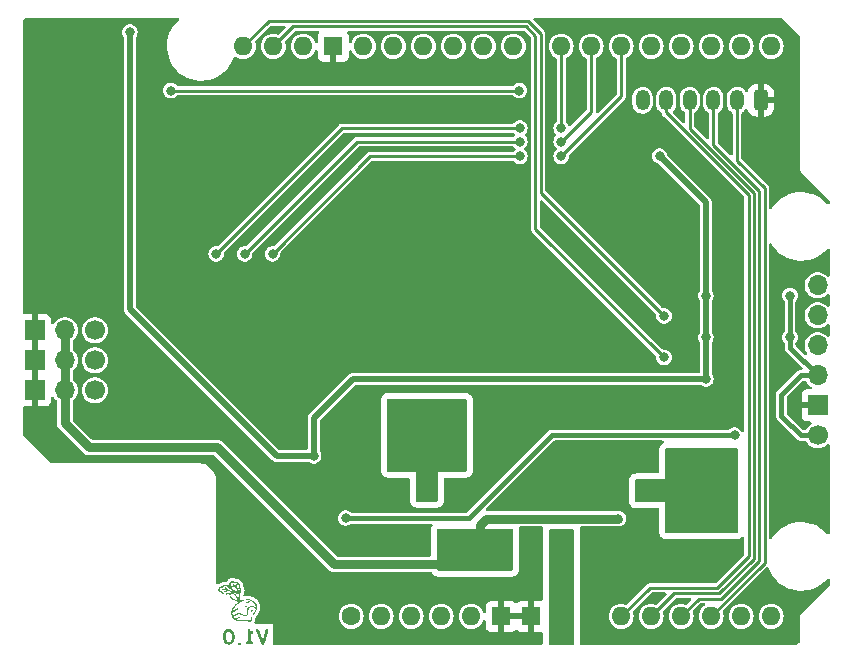
<source format=gbr>
%TF.GenerationSoftware,KiCad,Pcbnew,7.0.1*%
%TF.CreationDate,2023-05-06T15:08:35-03:00*%
%TF.ProjectId,Servo_Claw,53657276-6f5f-4436-9c61-772e6b696361,rev?*%
%TF.SameCoordinates,Original*%
%TF.FileFunction,Copper,L2,Bot*%
%TF.FilePolarity,Positive*%
%FSLAX46Y46*%
G04 Gerber Fmt 4.6, Leading zero omitted, Abs format (unit mm)*
G04 Created by KiCad (PCBNEW 7.0.1) date 2023-05-06 15:08:35*
%MOMM*%
%LPD*%
G01*
G04 APERTURE LIST*
G04 Aperture macros list*
%AMRoundRect*
0 Rectangle with rounded corners*
0 $1 Rounding radius*
0 $2 $3 $4 $5 $6 $7 $8 $9 X,Y pos of 4 corners*
0 Add a 4 corners polygon primitive as box body*
4,1,4,$2,$3,$4,$5,$6,$7,$8,$9,$2,$3,0*
0 Add four circle primitives for the rounded corners*
1,1,$1+$1,$2,$3*
1,1,$1+$1,$4,$5*
1,1,$1+$1,$6,$7*
1,1,$1+$1,$8,$9*
0 Add four rect primitives between the rounded corners*
20,1,$1+$1,$2,$3,$4,$5,0*
20,1,$1+$1,$4,$5,$6,$7,0*
20,1,$1+$1,$6,$7,$8,$9,0*
20,1,$1+$1,$8,$9,$2,$3,0*%
G04 Aperture macros list end*
%ADD10C,0.300000*%
%TA.AperFunction,NonConductor*%
%ADD11C,0.300000*%
%TD*%
%TA.AperFunction,ComponentPad*%
%ADD12C,1.700000*%
%TD*%
%TA.AperFunction,ComponentPad*%
%ADD13O,1.700000X1.700000*%
%TD*%
%TA.AperFunction,ComponentPad*%
%ADD14R,1.700000X1.700000*%
%TD*%
%TA.AperFunction,ComponentPad*%
%ADD15O,1.200000X1.750000*%
%TD*%
%TA.AperFunction,ComponentPad*%
%ADD16RoundRect,0.300000X-0.300000X-0.575000X0.300000X-0.575000X0.300000X0.575000X-0.300000X0.575000X0*%
%TD*%
%TA.AperFunction,ComponentPad*%
%ADD17C,1.600000*%
%TD*%
%TA.AperFunction,ComponentPad*%
%ADD18O,1.600000X1.600000*%
%TD*%
%TA.AperFunction,ComponentPad*%
%ADD19R,1.600000X1.600000*%
%TD*%
%TA.AperFunction,ViaPad*%
%ADD20C,0.800000*%
%TD*%
%TA.AperFunction,Conductor*%
%ADD21C,0.250000*%
%TD*%
%TA.AperFunction,Conductor*%
%ADD22C,0.800000*%
%TD*%
%TA.AperFunction,Conductor*%
%ADD23C,0.500000*%
%TD*%
%TA.AperFunction,Conductor*%
%ADD24C,0.400000*%
%TD*%
G04 APERTURE END LIST*
D10*
D11*
G36*
X134961018Y-108359197D02*
G01*
X134953287Y-108339630D01*
X134945667Y-108320315D01*
X134938156Y-108301251D01*
X134930756Y-108282439D01*
X134923465Y-108263878D01*
X134916284Y-108245568D01*
X134909214Y-108227509D01*
X134902253Y-108209702D01*
X134895402Y-108192146D01*
X134888661Y-108174841D01*
X134882029Y-108157788D01*
X134875508Y-108140986D01*
X134869097Y-108124435D01*
X134862795Y-108108135D01*
X134856604Y-108092087D01*
X134850522Y-108076290D01*
X134844550Y-108060745D01*
X134838688Y-108045450D01*
X134832937Y-108030407D01*
X134827295Y-108015616D01*
X134821762Y-108001075D01*
X134816340Y-107986786D01*
X134811028Y-107972749D01*
X134805826Y-107958962D01*
X134800733Y-107945427D01*
X134795751Y-107932143D01*
X134790878Y-107919111D01*
X134786115Y-107906329D01*
X134781462Y-107893799D01*
X134776919Y-107881521D01*
X134772486Y-107869493D01*
X134768163Y-107857717D01*
X134763624Y-107845369D01*
X134759091Y-107833015D01*
X134754566Y-107820657D01*
X134750047Y-107808295D01*
X134745535Y-107795928D01*
X134741029Y-107783556D01*
X134736531Y-107771180D01*
X134732040Y-107758799D01*
X134727555Y-107746414D01*
X134723078Y-107734024D01*
X134718607Y-107721629D01*
X134714143Y-107709230D01*
X134709686Y-107696826D01*
X134705236Y-107684418D01*
X134700792Y-107672005D01*
X134696356Y-107659587D01*
X134690246Y-107645070D01*
X134684078Y-107630974D01*
X134677853Y-107617300D01*
X134671571Y-107604047D01*
X134665232Y-107591215D01*
X134658836Y-107578804D01*
X134652382Y-107566815D01*
X134645871Y-107555247D01*
X134639303Y-107544100D01*
X134632677Y-107533375D01*
X134625995Y-107523071D01*
X134619255Y-107513188D01*
X134609037Y-107499154D01*
X134598691Y-107486068D01*
X134591722Y-107477871D01*
X134582188Y-107467979D01*
X134572195Y-107459406D01*
X134561745Y-107452152D01*
X134550836Y-107446217D01*
X134539470Y-107441601D01*
X134527645Y-107438303D01*
X134515363Y-107436325D01*
X134502623Y-107435666D01*
X134488247Y-107436474D01*
X134474430Y-107438900D01*
X134461170Y-107442943D01*
X134448469Y-107448603D01*
X134436326Y-107455880D01*
X134424741Y-107464774D01*
X134420264Y-107468785D01*
X134411952Y-107477289D01*
X134403121Y-107488551D01*
X134396021Y-107500513D01*
X134390653Y-107513177D01*
X134387016Y-107526542D01*
X134385111Y-107540609D01*
X134384800Y-107549385D01*
X134385583Y-107561894D01*
X134387932Y-107574362D01*
X134391848Y-107586789D01*
X134397329Y-107599174D01*
X134403094Y-107609464D01*
X134407075Y-107615624D01*
X134415361Y-107628113D01*
X134423513Y-107641071D01*
X134431531Y-107654498D01*
X134439416Y-107668394D01*
X134447166Y-107682759D01*
X134454782Y-107697592D01*
X134462265Y-107712894D01*
X134469613Y-107728665D01*
X134474438Y-107739440D01*
X134479203Y-107750423D01*
X134483908Y-107761614D01*
X134488554Y-107773014D01*
X134493024Y-107784573D01*
X134497951Y-107797812D01*
X134502825Y-107811006D01*
X134508709Y-107826997D01*
X134513192Y-107839211D01*
X134518124Y-107852669D01*
X134523505Y-107867371D01*
X134529335Y-107883316D01*
X134535614Y-107900504D01*
X134542341Y-107918936D01*
X134549517Y-107938611D01*
X134554240Y-107950871D01*
X134559104Y-107963510D01*
X134564109Y-107976526D01*
X134569255Y-107989920D01*
X134574542Y-108003692D01*
X134579969Y-108017841D01*
X134585537Y-108032369D01*
X134591246Y-108047274D01*
X134597096Y-108062557D01*
X134603086Y-108078218D01*
X134609218Y-108094257D01*
X134615490Y-108110674D01*
X134621903Y-108127468D01*
X134628457Y-108144640D01*
X134635152Y-108162190D01*
X134641987Y-108180118D01*
X134648964Y-108198423D01*
X134656081Y-108217107D01*
X134663339Y-108236168D01*
X134670738Y-108255607D01*
X134678278Y-108275424D01*
X134685958Y-108295619D01*
X134693779Y-108316191D01*
X134701742Y-108337142D01*
X134709844Y-108358470D01*
X134718088Y-108380176D01*
X134726473Y-108402259D01*
X134734998Y-108424721D01*
X134743664Y-108447560D01*
X134752472Y-108470778D01*
X134761419Y-108494373D01*
X134770508Y-108518345D01*
X134775337Y-108531020D01*
X134780299Y-108543693D01*
X134785394Y-108556364D01*
X134790621Y-108569032D01*
X134795982Y-108581698D01*
X134801475Y-108594361D01*
X134807101Y-108607023D01*
X134812860Y-108619682D01*
X134818751Y-108632338D01*
X134824776Y-108644993D01*
X134830933Y-108657645D01*
X134837223Y-108670295D01*
X134843646Y-108682943D01*
X134850201Y-108695588D01*
X134856890Y-108708231D01*
X134863711Y-108720872D01*
X134870641Y-108732552D01*
X134878133Y-108743083D01*
X134886187Y-108752466D01*
X134894802Y-108760700D01*
X134907162Y-108769891D01*
X134920521Y-108777040D01*
X134934877Y-108782146D01*
X134950233Y-108785210D01*
X134962404Y-108786167D01*
X134966586Y-108786231D01*
X134982229Y-108785504D01*
X134996956Y-108783325D01*
X135010765Y-108779693D01*
X135023657Y-108774608D01*
X135035632Y-108768070D01*
X135046689Y-108760079D01*
X135056830Y-108750636D01*
X135066054Y-108739739D01*
X135074361Y-108727390D01*
X135081751Y-108713588D01*
X135086168Y-108703579D01*
X135092472Y-108688035D01*
X135098821Y-108672068D01*
X135105213Y-108655678D01*
X135111648Y-108638865D01*
X135118127Y-108621629D01*
X135124650Y-108603970D01*
X135131215Y-108585888D01*
X135137825Y-108567383D01*
X135144478Y-108548455D01*
X135151174Y-108529104D01*
X135157914Y-108509330D01*
X135164698Y-108489132D01*
X135171525Y-108468512D01*
X135178395Y-108447469D01*
X135185309Y-108426002D01*
X135192267Y-108404113D01*
X135199268Y-108381801D01*
X135206312Y-108359065D01*
X135213400Y-108335907D01*
X135220532Y-108312325D01*
X135227707Y-108288320D01*
X135234925Y-108263893D01*
X135242187Y-108239042D01*
X135249493Y-108213768D01*
X135256842Y-108188072D01*
X135264234Y-108161952D01*
X135271670Y-108135409D01*
X135279150Y-108108443D01*
X135286673Y-108081054D01*
X135294240Y-108053242D01*
X135301850Y-108025008D01*
X135309503Y-107996350D01*
X135313721Y-107982099D01*
X135317948Y-107967851D01*
X135322184Y-107953605D01*
X135326429Y-107939362D01*
X135330684Y-107925120D01*
X135334947Y-107910881D01*
X135339220Y-107896645D01*
X135343502Y-107882410D01*
X135347793Y-107868178D01*
X135352093Y-107853948D01*
X135356402Y-107839721D01*
X135360721Y-107825496D01*
X135365049Y-107811273D01*
X135369385Y-107797052D01*
X135373731Y-107782834D01*
X135378087Y-107768618D01*
X135383659Y-107749176D01*
X135388871Y-107730493D01*
X135393725Y-107712567D01*
X135398218Y-107695400D01*
X135402352Y-107678990D01*
X135406127Y-107663338D01*
X135409542Y-107648444D01*
X135412598Y-107634308D01*
X135415294Y-107620930D01*
X135417631Y-107608310D01*
X135419608Y-107596448D01*
X135421900Y-107580076D01*
X135423383Y-107565409D01*
X135424057Y-107552447D01*
X135424102Y-107548506D01*
X135423534Y-107536384D01*
X135421830Y-107524784D01*
X135418104Y-107511018D01*
X135412603Y-107498068D01*
X135405327Y-107485933D01*
X135396277Y-107474615D01*
X135387759Y-107466147D01*
X135376672Y-107457366D01*
X135365027Y-107450073D01*
X135352824Y-107444268D01*
X135340063Y-107439952D01*
X135326743Y-107437124D01*
X135312866Y-107435785D01*
X135307158Y-107435666D01*
X135292741Y-107436402D01*
X135279163Y-107438613D01*
X135266424Y-107442296D01*
X135254526Y-107447453D01*
X135243467Y-107454084D01*
X135233248Y-107462188D01*
X135223869Y-107471766D01*
X135215329Y-107482817D01*
X135207630Y-107495341D01*
X135200770Y-107509339D01*
X135196663Y-107519490D01*
X135193586Y-107533166D01*
X135190508Y-107546826D01*
X135187431Y-107560471D01*
X135184353Y-107574101D01*
X135181276Y-107587715D01*
X135178198Y-107601314D01*
X135175121Y-107614897D01*
X135172043Y-107628465D01*
X135168966Y-107642017D01*
X135165888Y-107655554D01*
X135163837Y-107664570D01*
X135160336Y-107676209D01*
X135156647Y-107688558D01*
X135152770Y-107701616D01*
X135148706Y-107715385D01*
X135144454Y-107729863D01*
X135140014Y-107745051D01*
X135135386Y-107760949D01*
X135130571Y-107777557D01*
X135125568Y-107794874D01*
X135120377Y-107812902D01*
X135114998Y-107831639D01*
X135109432Y-107851086D01*
X135103677Y-107871243D01*
X135097735Y-107892110D01*
X135091606Y-107913686D01*
X135085288Y-107935973D01*
X135081281Y-107950902D01*
X135077281Y-107965721D01*
X135073289Y-107980431D01*
X135069306Y-107995031D01*
X135065330Y-108009520D01*
X135061362Y-108023900D01*
X135057403Y-108038170D01*
X135053451Y-108052330D01*
X135049508Y-108066380D01*
X135045572Y-108080320D01*
X135041645Y-108094150D01*
X135037725Y-108107871D01*
X135033814Y-108121481D01*
X135029910Y-108134982D01*
X135026015Y-108148372D01*
X135022127Y-108161653D01*
X135018248Y-108174824D01*
X135014376Y-108187885D01*
X135010513Y-108200836D01*
X135006657Y-108213677D01*
X135002810Y-108226408D01*
X134998971Y-108239029D01*
X134995139Y-108251541D01*
X134991316Y-108263942D01*
X134987500Y-108276234D01*
X134983693Y-108288415D01*
X134979894Y-108300487D01*
X134976103Y-108312449D01*
X134972319Y-108324301D01*
X134968544Y-108336042D01*
X134964777Y-108347675D01*
X134961018Y-108359197D01*
G37*
G36*
X133672295Y-108711200D02*
G01*
X133999678Y-108711200D01*
X134018524Y-108710784D01*
X134036154Y-108709537D01*
X134052568Y-108707459D01*
X134067766Y-108704550D01*
X134081749Y-108700810D01*
X134094516Y-108696238D01*
X134106066Y-108690835D01*
X134116401Y-108684601D01*
X134129624Y-108673692D01*
X134140111Y-108660913D01*
X134147862Y-108646263D01*
X134152877Y-108629743D01*
X134154701Y-108617691D01*
X134155309Y-108604807D01*
X134154630Y-108590327D01*
X134152594Y-108576780D01*
X134149199Y-108564168D01*
X134144446Y-108552490D01*
X134138336Y-108541747D01*
X134130868Y-108531937D01*
X134122042Y-108523062D01*
X134111858Y-108515121D01*
X134100317Y-108508115D01*
X134087417Y-108502042D01*
X134073160Y-108496904D01*
X134057545Y-108492700D01*
X134040572Y-108489430D01*
X134022241Y-108487094D01*
X134002552Y-108485693D01*
X133981506Y-108485226D01*
X133969674Y-108485330D01*
X133957150Y-108485642D01*
X133945163Y-108486105D01*
X133945163Y-107780341D01*
X133958183Y-107789141D01*
X133970318Y-107797075D01*
X133981567Y-107804143D01*
X133991929Y-107810346D01*
X134004367Y-107817271D01*
X134015230Y-107822656D01*
X134026593Y-107827224D01*
X134038366Y-107829581D01*
X134052459Y-107828779D01*
X134065980Y-107826375D01*
X134078929Y-107822368D01*
X134091305Y-107816758D01*
X134103109Y-107809545D01*
X134114341Y-107800729D01*
X134118673Y-107796754D01*
X134128552Y-107786238D01*
X134136756Y-107775207D01*
X134143286Y-107763661D01*
X134148142Y-107751600D01*
X134151324Y-107739023D01*
X134152831Y-107725931D01*
X134152964Y-107720551D01*
X134151612Y-107706381D01*
X134148583Y-107694953D01*
X134143822Y-107683442D01*
X134137331Y-107671849D01*
X134129108Y-107660173D01*
X134119154Y-107648415D01*
X134110553Y-107639543D01*
X134100978Y-107630624D01*
X134097570Y-107627641D01*
X134004660Y-107560523D01*
X133903837Y-107479922D01*
X133892277Y-107472013D01*
X133880790Y-107464882D01*
X133869375Y-107458529D01*
X133858032Y-107452953D01*
X133846761Y-107448156D01*
X133835562Y-107444137D01*
X133820743Y-107439988D01*
X133806052Y-107437222D01*
X133791489Y-107435839D01*
X133784255Y-107435666D01*
X133771004Y-107436431D01*
X133759055Y-107438726D01*
X133745152Y-107444166D01*
X133733566Y-107452327D01*
X133724297Y-107463208D01*
X133717345Y-107476810D01*
X133713652Y-107488796D01*
X133711262Y-107502312D01*
X133710176Y-107517358D01*
X133710103Y-107522714D01*
X133710137Y-107535036D01*
X133710236Y-107547970D01*
X133710402Y-107561515D01*
X133710635Y-107575672D01*
X133710933Y-107590440D01*
X133711299Y-107605819D01*
X133711730Y-107621810D01*
X133712228Y-107638412D01*
X133712793Y-107655625D01*
X133713424Y-107673450D01*
X133714121Y-107691886D01*
X133714884Y-107710933D01*
X133715714Y-107730592D01*
X133716611Y-107750863D01*
X133717574Y-107771744D01*
X133718603Y-107793237D01*
X133719597Y-107815583D01*
X133720526Y-107839097D01*
X133720967Y-107851292D01*
X133721392Y-107863778D01*
X133721801Y-107876557D01*
X133722193Y-107889628D01*
X133722570Y-107902990D01*
X133722931Y-107916645D01*
X133723275Y-107930591D01*
X133723604Y-107944830D01*
X133723916Y-107959360D01*
X133724213Y-107974182D01*
X133724493Y-107989296D01*
X133724758Y-108004703D01*
X133725006Y-108020401D01*
X133725239Y-108036391D01*
X133725455Y-108052673D01*
X133725656Y-108069247D01*
X133725840Y-108086113D01*
X133726008Y-108103271D01*
X133726160Y-108120720D01*
X133726297Y-108138462D01*
X133726417Y-108156496D01*
X133726521Y-108174822D01*
X133726609Y-108193439D01*
X133726681Y-108212349D01*
X133726737Y-108231550D01*
X133726777Y-108251044D01*
X133726802Y-108270829D01*
X133726810Y-108290906D01*
X133726810Y-108486105D01*
X133672295Y-108486105D01*
X133657737Y-108486892D01*
X133643924Y-108489254D01*
X133630855Y-108493189D01*
X133618531Y-108498699D01*
X133606950Y-108505783D01*
X133596114Y-108514441D01*
X133591987Y-108518345D01*
X133582615Y-108528807D01*
X133574831Y-108540041D01*
X133568636Y-108552048D01*
X133564029Y-108564828D01*
X133561011Y-108578380D01*
X133559581Y-108592706D01*
X133559454Y-108598652D01*
X133559963Y-108610422D01*
X133562028Y-108624438D01*
X133565681Y-108637682D01*
X133570924Y-108650152D01*
X133577754Y-108661850D01*
X133586173Y-108672775D01*
X133591987Y-108678959D01*
X133602526Y-108688247D01*
X133613809Y-108695961D01*
X133625836Y-108702100D01*
X133638607Y-108706666D01*
X133652123Y-108709657D01*
X133666382Y-108711074D01*
X133672295Y-108711200D01*
G37*
G36*
X132961841Y-108804989D02*
G01*
X132975387Y-108804499D01*
X132988476Y-108803029D01*
X133001106Y-108800579D01*
X133013278Y-108797149D01*
X133024993Y-108792738D01*
X133036250Y-108787348D01*
X133047048Y-108780978D01*
X133057389Y-108773628D01*
X133066868Y-108765664D01*
X133076941Y-108755362D01*
X133085038Y-108744673D01*
X133091160Y-108733597D01*
X133095307Y-108722135D01*
X133097480Y-108710287D01*
X133097835Y-108702993D01*
X133096848Y-108690645D01*
X133093886Y-108678698D01*
X133088948Y-108667152D01*
X133082036Y-108656007D01*
X133073149Y-108645262D01*
X133064617Y-108636955D01*
X133057389Y-108630892D01*
X133047048Y-108623336D01*
X133036250Y-108616787D01*
X133024993Y-108611246D01*
X133013278Y-108606712D01*
X133001106Y-108603186D01*
X132988476Y-108600667D01*
X132975387Y-108599156D01*
X132961841Y-108598652D01*
X132947512Y-108599124D01*
X132933832Y-108600539D01*
X132920804Y-108602898D01*
X132908425Y-108606200D01*
X132896697Y-108610445D01*
X132885619Y-108615633D01*
X132875191Y-108621765D01*
X132865414Y-108628841D01*
X132856484Y-108636603D01*
X132846995Y-108646911D01*
X132839368Y-108657892D01*
X132833600Y-108669546D01*
X132829693Y-108681872D01*
X132827647Y-108694871D01*
X132827312Y-108702993D01*
X132828278Y-108715312D01*
X132831176Y-108727173D01*
X132836006Y-108738576D01*
X132842768Y-108749521D01*
X132851462Y-108760008D01*
X132862088Y-108770038D01*
X132866879Y-108773921D01*
X132877018Y-108781203D01*
X132887652Y-108787513D01*
X132898781Y-108792853D01*
X132910403Y-108797222D01*
X132922521Y-108800620D01*
X132935133Y-108803047D01*
X132948240Y-108804503D01*
X132961841Y-108804989D01*
G37*
G36*
X132083654Y-107435874D02*
G01*
X132098897Y-107436499D01*
X132113934Y-107437541D01*
X132128765Y-107439000D01*
X132143390Y-107440875D01*
X132157809Y-107443167D01*
X132172021Y-107445876D01*
X132186028Y-107449001D01*
X132199828Y-107452544D01*
X132213423Y-107456503D01*
X132226811Y-107460878D01*
X132239993Y-107465671D01*
X132252970Y-107470880D01*
X132265740Y-107476506D01*
X132278304Y-107482549D01*
X132290662Y-107489008D01*
X132302813Y-107495884D01*
X132314759Y-107503177D01*
X132326499Y-107510887D01*
X132338033Y-107519014D01*
X132349360Y-107527557D01*
X132360481Y-107536517D01*
X132371397Y-107545893D01*
X132382106Y-107555687D01*
X132392609Y-107565897D01*
X132402906Y-107576524D01*
X132412998Y-107587567D01*
X132422882Y-107599027D01*
X132432561Y-107610905D01*
X132442034Y-107623198D01*
X132451301Y-107635909D01*
X132460362Y-107649036D01*
X132467719Y-107660212D01*
X132474842Y-107671500D01*
X132481732Y-107682901D01*
X132488388Y-107694415D01*
X132494811Y-107706042D01*
X132501000Y-107717781D01*
X132506956Y-107729633D01*
X132512678Y-107741598D01*
X132518167Y-107753676D01*
X132523422Y-107765866D01*
X132528443Y-107778170D01*
X132533231Y-107790586D01*
X132537786Y-107803114D01*
X132542107Y-107815756D01*
X132546194Y-107828510D01*
X132550048Y-107841377D01*
X132553668Y-107854357D01*
X132557054Y-107867450D01*
X132560207Y-107880655D01*
X132563127Y-107893974D01*
X132565813Y-107907405D01*
X132568265Y-107920948D01*
X132570484Y-107934605D01*
X132572469Y-107948374D01*
X132574221Y-107962256D01*
X132575739Y-107976251D01*
X132577023Y-107990359D01*
X132578074Y-108004579D01*
X132578892Y-108018912D01*
X132579476Y-108033358D01*
X132579826Y-108047917D01*
X132579943Y-108062588D01*
X132579854Y-108079727D01*
X132579589Y-108096668D01*
X132579147Y-108113412D01*
X132578528Y-108129958D01*
X132577732Y-108146307D01*
X132576759Y-108162458D01*
X132575609Y-108178412D01*
X132574283Y-108194168D01*
X132572779Y-108209727D01*
X132571099Y-108225088D01*
X132569241Y-108240252D01*
X132567207Y-108255218D01*
X132564996Y-108269987D01*
X132562608Y-108284558D01*
X132560043Y-108298932D01*
X132557302Y-108313108D01*
X132554383Y-108327087D01*
X132551287Y-108340868D01*
X132548015Y-108354452D01*
X132544566Y-108367838D01*
X132540940Y-108381027D01*
X132537137Y-108394018D01*
X132533157Y-108406812D01*
X132529000Y-108419409D01*
X132524666Y-108431808D01*
X132520156Y-108444009D01*
X132515468Y-108456013D01*
X132510604Y-108467819D01*
X132505563Y-108479428D01*
X132500344Y-108490839D01*
X132494949Y-108502053D01*
X132489378Y-108513070D01*
X132481556Y-108527567D01*
X132473441Y-108541605D01*
X132465033Y-108555182D01*
X132456332Y-108568299D01*
X132447337Y-108580956D01*
X132438050Y-108593152D01*
X132428470Y-108604889D01*
X132418596Y-108616165D01*
X132408429Y-108626980D01*
X132397970Y-108637336D01*
X132387217Y-108647231D01*
X132376171Y-108656666D01*
X132364832Y-108665641D01*
X132353200Y-108674155D01*
X132341275Y-108682210D01*
X132329057Y-108689804D01*
X132316545Y-108696938D01*
X132303741Y-108703611D01*
X132290643Y-108709824D01*
X132277253Y-108715578D01*
X132263569Y-108720870D01*
X132249592Y-108725703D01*
X132235322Y-108730075D01*
X132220759Y-108733987D01*
X132205903Y-108737439D01*
X132190754Y-108740431D01*
X132175312Y-108742962D01*
X132159576Y-108745033D01*
X132143548Y-108746644D01*
X132127227Y-108747795D01*
X132110612Y-108748485D01*
X132093704Y-108748715D01*
X132078165Y-108748536D01*
X132062870Y-108747997D01*
X132047820Y-108747100D01*
X132033016Y-108745844D01*
X132018456Y-108744229D01*
X132004142Y-108742255D01*
X131990072Y-108739922D01*
X131976248Y-108737230D01*
X131962668Y-108734179D01*
X131949334Y-108730769D01*
X131936244Y-108727000D01*
X131923400Y-108722873D01*
X131910800Y-108718386D01*
X131898446Y-108713541D01*
X131886336Y-108708336D01*
X131874472Y-108702773D01*
X131862852Y-108696851D01*
X131851478Y-108690570D01*
X131840348Y-108683930D01*
X131829464Y-108676931D01*
X131818824Y-108669573D01*
X131808430Y-108661856D01*
X131798281Y-108653780D01*
X131788376Y-108645346D01*
X131778717Y-108636552D01*
X131769302Y-108627399D01*
X131760133Y-108617888D01*
X131751209Y-108608018D01*
X131742529Y-108597788D01*
X131734095Y-108587200D01*
X131725905Y-108576253D01*
X131717961Y-108564947D01*
X131710243Y-108553282D01*
X131702771Y-108541259D01*
X131695543Y-108528878D01*
X131688560Y-108516138D01*
X131681823Y-108503040D01*
X131675330Y-108489583D01*
X131669082Y-108475769D01*
X131663080Y-108461596D01*
X131657322Y-108447064D01*
X131651809Y-108432174D01*
X131646542Y-108416926D01*
X131641519Y-108401319D01*
X131636741Y-108385355D01*
X131632209Y-108369031D01*
X131627921Y-108352350D01*
X131623879Y-108335310D01*
X131620081Y-108317911D01*
X131616528Y-108300155D01*
X131613221Y-108282040D01*
X131610158Y-108263566D01*
X131607341Y-108244735D01*
X131604768Y-108225545D01*
X131602441Y-108205996D01*
X131600358Y-108186090D01*
X131598521Y-108165824D01*
X131596928Y-108145201D01*
X131595580Y-108124219D01*
X131594478Y-108102879D01*
X131593620Y-108081181D01*
X131593008Y-108059124D01*
X131592752Y-108043537D01*
X131823181Y-108043537D01*
X131823247Y-108058423D01*
X131823445Y-108073074D01*
X131823776Y-108087492D01*
X131824239Y-108101675D01*
X131824834Y-108115624D01*
X131825561Y-108129339D01*
X131826421Y-108142819D01*
X131827412Y-108156066D01*
X131828536Y-108169079D01*
X131829793Y-108181857D01*
X131831181Y-108194401D01*
X131832702Y-108206711D01*
X131834355Y-108218787D01*
X131836140Y-108230629D01*
X131840107Y-108253611D01*
X131844603Y-108275655D01*
X131849628Y-108296764D01*
X131855182Y-108316935D01*
X131861264Y-108336171D01*
X131867876Y-108354469D01*
X131875017Y-108371832D01*
X131882686Y-108388257D01*
X131890885Y-108403747D01*
X131899576Y-108418263D01*
X131908796Y-108431842D01*
X131918544Y-108444485D01*
X131928822Y-108456192D01*
X131939629Y-108466962D01*
X131950964Y-108476795D01*
X131962829Y-108485692D01*
X131975222Y-108493652D01*
X131988144Y-108500676D01*
X132001596Y-108506764D01*
X132015576Y-108511915D01*
X132030085Y-108516129D01*
X132045123Y-108519407D01*
X132060690Y-108521748D01*
X132076786Y-108523153D01*
X132093411Y-108523621D01*
X132113241Y-108522954D01*
X132132282Y-108520951D01*
X132150536Y-108517614D01*
X132168003Y-108512941D01*
X132184682Y-108506934D01*
X132200573Y-108499592D01*
X132215676Y-108490915D01*
X132229992Y-108480903D01*
X132243520Y-108469556D01*
X132256260Y-108456874D01*
X132268213Y-108442857D01*
X132279378Y-108427505D01*
X132289755Y-108410819D01*
X132299344Y-108392797D01*
X132308146Y-108373440D01*
X132316161Y-108352749D01*
X132318487Y-108346030D01*
X132322917Y-108332067D01*
X132327053Y-108317403D01*
X132330893Y-108302039D01*
X132334437Y-108285974D01*
X132337686Y-108269208D01*
X132340640Y-108251741D01*
X132343299Y-108233574D01*
X132345662Y-108214707D01*
X132347729Y-108195138D01*
X132349502Y-108174869D01*
X132350979Y-108153899D01*
X132352160Y-108132229D01*
X132353046Y-108109858D01*
X132353637Y-108086786D01*
X132353822Y-108074987D01*
X132353932Y-108063014D01*
X132353969Y-108050865D01*
X132353692Y-108032432D01*
X132352861Y-108014283D01*
X132351476Y-107996418D01*
X132349536Y-107978837D01*
X132347043Y-107961540D01*
X132343995Y-107944527D01*
X132340393Y-107927798D01*
X132336237Y-107911353D01*
X132331527Y-107895192D01*
X132326263Y-107879314D01*
X132320445Y-107863721D01*
X132314072Y-107848412D01*
X132307146Y-107833386D01*
X132299665Y-107818645D01*
X132291630Y-107804187D01*
X132283041Y-107790013D01*
X132272759Y-107774361D01*
X132262062Y-107759719D01*
X132250951Y-107746087D01*
X132239426Y-107733465D01*
X132227486Y-107721852D01*
X132215131Y-107711249D01*
X132202362Y-107701656D01*
X132189179Y-107693073D01*
X132175581Y-107685500D01*
X132161569Y-107678936D01*
X132147142Y-107673382D01*
X132132301Y-107668838D01*
X132117045Y-107665304D01*
X132101375Y-107662779D01*
X132085290Y-107661265D01*
X132068791Y-107660760D01*
X132053681Y-107661133D01*
X132039052Y-107662253D01*
X132024903Y-107664119D01*
X132011236Y-107666732D01*
X131998049Y-107670091D01*
X131985343Y-107674196D01*
X131973118Y-107679048D01*
X131961373Y-107684647D01*
X131950110Y-107690992D01*
X131939327Y-107698083D01*
X131929026Y-107705921D01*
X131919205Y-107714506D01*
X131909865Y-107723836D01*
X131901006Y-107733914D01*
X131892627Y-107744737D01*
X131884730Y-107756308D01*
X131880943Y-107762373D01*
X131873730Y-107775068D01*
X131866999Y-107788513D01*
X131860747Y-107802710D01*
X131854977Y-107817658D01*
X131849688Y-107833356D01*
X131844879Y-107849806D01*
X131840552Y-107867007D01*
X131836705Y-107884959D01*
X131833339Y-107903662D01*
X131830454Y-107923116D01*
X131828049Y-107943321D01*
X131826126Y-107964277D01*
X131824683Y-107985984D01*
X131823722Y-108008442D01*
X131823241Y-108031651D01*
X131823181Y-108043537D01*
X131592752Y-108043537D01*
X131592640Y-108036709D01*
X131592518Y-108013935D01*
X131592625Y-107999785D01*
X131592946Y-107985766D01*
X131593481Y-107971878D01*
X131594231Y-107958119D01*
X131595194Y-107944492D01*
X131596372Y-107930995D01*
X131597763Y-107917628D01*
X131599369Y-107904392D01*
X131601189Y-107891287D01*
X131603223Y-107878312D01*
X131605471Y-107865467D01*
X131607933Y-107852753D01*
X131610609Y-107840170D01*
X131613499Y-107827717D01*
X131616603Y-107815394D01*
X131619922Y-107803202D01*
X131623454Y-107791141D01*
X131627201Y-107779210D01*
X131631162Y-107767410D01*
X131635337Y-107755740D01*
X131639726Y-107744200D01*
X131644329Y-107732792D01*
X131649146Y-107721513D01*
X131654177Y-107710366D01*
X131659422Y-107699348D01*
X131664882Y-107688462D01*
X131670555Y-107677705D01*
X131676443Y-107667080D01*
X131682544Y-107656584D01*
X131688860Y-107646220D01*
X131695390Y-107635986D01*
X131702134Y-107625882D01*
X131710371Y-107614179D01*
X131718814Y-107602848D01*
X131727464Y-107591888D01*
X131736320Y-107581300D01*
X131745384Y-107571083D01*
X131754654Y-107561238D01*
X131764130Y-107551764D01*
X131773813Y-107542662D01*
X131783703Y-107533932D01*
X131793800Y-107525573D01*
X131804103Y-107517585D01*
X131814612Y-107509969D01*
X131825329Y-107502724D01*
X131836252Y-107495851D01*
X131847382Y-107489350D01*
X131858718Y-107483220D01*
X131870261Y-107477461D01*
X131882011Y-107472074D01*
X131893967Y-107467059D01*
X131906130Y-107462415D01*
X131918500Y-107458142D01*
X131931076Y-107454241D01*
X131943859Y-107450712D01*
X131956849Y-107447554D01*
X131970045Y-107444768D01*
X131983448Y-107442353D01*
X131997058Y-107440310D01*
X132010874Y-107438638D01*
X132024897Y-107437337D01*
X132039126Y-107436409D01*
X132053562Y-107435851D01*
X132068205Y-107435666D01*
X132083654Y-107435874D01*
G37*
%TA.AperFunction,EtchedComponent*%
%TO.C,G\u002A\u002A\u002A*%
G36*
X134071408Y-105802599D02*
G01*
X134090504Y-105809157D01*
X134107309Y-105825219D01*
X134117708Y-105846906D01*
X134118963Y-105859274D01*
X134113923Y-105875017D01*
X134100044Y-105891360D01*
X134076018Y-105909739D01*
X134040537Y-105931589D01*
X134023525Y-105941079D01*
X133997839Y-105954130D01*
X133977111Y-105963123D01*
X133964691Y-105966514D01*
X133945634Y-105961407D01*
X133929233Y-105946603D01*
X133918910Y-105926061D01*
X133916621Y-105903788D01*
X133924319Y-105883788D01*
X133925405Y-105882506D01*
X133937983Y-105872184D01*
X133958734Y-105858474D01*
X133984390Y-105843191D01*
X134011683Y-105828147D01*
X134037343Y-105815157D01*
X134058101Y-105806033D01*
X134070690Y-105802589D01*
X134071408Y-105802599D01*
G37*
%TD.AperFunction*%
%TA.AperFunction,EtchedComponent*%
G36*
X133617468Y-105445522D02*
G01*
X133633825Y-105460099D01*
X133642212Y-105480466D01*
X133641223Y-105503128D01*
X133629457Y-105524591D01*
X133620005Y-105532242D01*
X133600991Y-105544963D01*
X133575483Y-105560678D01*
X133546319Y-105577577D01*
X133518014Y-105592831D01*
X133491418Y-105605895D01*
X133470673Y-105614735D01*
X133458742Y-105617985D01*
X133447228Y-105615462D01*
X133429252Y-105603558D01*
X133415174Y-105586000D01*
X133409483Y-105567400D01*
X133413976Y-105550509D01*
X133424867Y-105533609D01*
X133429304Y-105529338D01*
X133447209Y-105515799D01*
X133472195Y-105499722D01*
X133501182Y-105482792D01*
X133531093Y-105466693D01*
X133558848Y-105453108D01*
X133581371Y-105443723D01*
X133595582Y-105440220D01*
X133617468Y-105445522D01*
G37*
%TD.AperFunction*%
%TA.AperFunction,EtchedComponent*%
G36*
X133157961Y-104173531D02*
G01*
X133156583Y-104223062D01*
X133142757Y-104281464D01*
X133117824Y-104336280D01*
X133082846Y-104385004D01*
X133038887Y-104425130D01*
X133020404Y-104438578D01*
X133030751Y-104486438D01*
X133040324Y-104538716D01*
X133049598Y-104610495D01*
X133056330Y-104688707D01*
X133060341Y-104769507D01*
X133061226Y-104832984D01*
X133061450Y-104849047D01*
X133059477Y-104923483D01*
X133054244Y-104988969D01*
X133053716Y-104993625D01*
X133051413Y-105017736D01*
X133050436Y-105035363D01*
X133050996Y-105042967D01*
X133052847Y-105042964D01*
X133064517Y-105039223D01*
X133084248Y-105031307D01*
X133109093Y-105020363D01*
X133131587Y-105010306D01*
X133227691Y-104972015D01*
X133322082Y-104941635D01*
X133333957Y-104938347D01*
X133356958Y-104932646D01*
X133372213Y-104930702D01*
X133383539Y-104932280D01*
X133394753Y-104937144D01*
X133407623Y-104945314D01*
X133419700Y-104961787D01*
X133423157Y-104986109D01*
X133419562Y-105002402D01*
X133406684Y-105017327D01*
X133383047Y-105030514D01*
X133347196Y-105043055D01*
X133329369Y-105048487D01*
X133226397Y-105085126D01*
X133121459Y-105130756D01*
X133019145Y-105183235D01*
X132924046Y-105240423D01*
X132830555Y-105306297D01*
X132731251Y-105388771D01*
X132643538Y-105476401D01*
X132567769Y-105568753D01*
X132504292Y-105665393D01*
X132453459Y-105765889D01*
X132415620Y-105869806D01*
X132404830Y-105906257D01*
X132430266Y-105891182D01*
X132483128Y-105859990D01*
X132555263Y-105817904D01*
X132621103Y-105780072D01*
X132679884Y-105746913D01*
X132730845Y-105718845D01*
X132773221Y-105696285D01*
X132806251Y-105679654D01*
X132829171Y-105669368D01*
X132841217Y-105665846D01*
X132850059Y-105666585D01*
X132871481Y-105676018D01*
X132885357Y-105693728D01*
X132889853Y-105716433D01*
X132883133Y-105740848D01*
X132882291Y-105741863D01*
X132872051Y-105749643D01*
X132851592Y-105763151D01*
X132822233Y-105781580D01*
X132785289Y-105804124D01*
X132742078Y-105829977D01*
X132693917Y-105858332D01*
X132642124Y-105888383D01*
X132627974Y-105896541D01*
X132576892Y-105926096D01*
X132529664Y-105953580D01*
X132487626Y-105978206D01*
X132452113Y-105999186D01*
X132424460Y-106015733D01*
X132406002Y-106027058D01*
X132398074Y-106032374D01*
X132395657Y-106035882D01*
X132391411Y-106052607D01*
X132389526Y-106078381D01*
X132390002Y-106110068D01*
X132392841Y-106144530D01*
X132398042Y-106178632D01*
X132398185Y-106179365D01*
X132404113Y-106206074D01*
X132411590Y-106234795D01*
X132419673Y-106262464D01*
X132427416Y-106286019D01*
X132433876Y-106302398D01*
X132438108Y-106308538D01*
X132438316Y-106308509D01*
X132445534Y-106303311D01*
X132459174Y-106290884D01*
X132476470Y-106273739D01*
X132478943Y-106271217D01*
X132543457Y-106214933D01*
X132615981Y-106168899D01*
X132696999Y-106132898D01*
X132786996Y-106106713D01*
X132886457Y-106090128D01*
X132898979Y-106088842D01*
X132936701Y-106086873D01*
X132974512Y-106088231D01*
X133014138Y-106093328D01*
X133057306Y-106102582D01*
X133105743Y-106116405D01*
X133161173Y-106135212D01*
X133225325Y-106159419D01*
X133299923Y-106189440D01*
X133303492Y-106190907D01*
X133345313Y-106207819D01*
X133377520Y-106220057D01*
X133402803Y-106228423D01*
X133423853Y-106233718D01*
X133443360Y-106236742D01*
X133464014Y-106238297D01*
X133488252Y-106239058D01*
X133509471Y-106237823D01*
X133525932Y-106233434D01*
X133542489Y-106225073D01*
X133555409Y-106216312D01*
X133583178Y-106189869D01*
X133606790Y-106157805D01*
X133621976Y-106125472D01*
X133623546Y-106117794D01*
X133626061Y-106095922D01*
X133628563Y-106063732D01*
X133630920Y-106023264D01*
X133633004Y-105976560D01*
X133634683Y-105925658D01*
X133635724Y-105889059D01*
X133637280Y-105842027D01*
X133638920Y-105805366D01*
X133640831Y-105777064D01*
X133643199Y-105755112D01*
X133646209Y-105737497D01*
X133650049Y-105722209D01*
X133654903Y-105707238D01*
X133665883Y-105679161D01*
X133694845Y-105626053D01*
X133732704Y-105580526D01*
X133780961Y-105540952D01*
X133841120Y-105505705D01*
X133906993Y-105479256D01*
X133977395Y-105464850D01*
X134049199Y-105463597D01*
X134121695Y-105475380D01*
X134194171Y-105500080D01*
X134265917Y-105537581D01*
X134336222Y-105587763D01*
X134337313Y-105588651D01*
X134356013Y-105603463D01*
X134370187Y-105613984D01*
X134376843Y-105617986D01*
X134378321Y-105616941D01*
X134380520Y-105606196D01*
X134380758Y-105586317D01*
X134379261Y-105560411D01*
X134376257Y-105531586D01*
X134371970Y-105502948D01*
X134366628Y-105477606D01*
X134361565Y-105459258D01*
X134331620Y-105381093D01*
X134289628Y-105306368D01*
X134236834Y-105236566D01*
X134174482Y-105173172D01*
X134103817Y-105117671D01*
X134026085Y-105071545D01*
X133996576Y-105056602D01*
X133812862Y-105162947D01*
X133792915Y-105174438D01*
X133747980Y-105199915D01*
X133706908Y-105222647D01*
X133671283Y-105241792D01*
X133642686Y-105256508D01*
X133622699Y-105265956D01*
X133612906Y-105269292D01*
X133612169Y-105269281D01*
X133592804Y-105263002D01*
X133574842Y-105248034D01*
X133563427Y-105228610D01*
X133561451Y-105219619D01*
X133562430Y-105208554D01*
X133568452Y-105197109D01*
X133580692Y-105184281D01*
X133600323Y-105169070D01*
X133628522Y-105150474D01*
X133666461Y-105127492D01*
X133715317Y-105099123D01*
X133739340Y-105085272D01*
X133776096Y-105063815D01*
X133807570Y-105045110D01*
X133832109Y-105030158D01*
X133848059Y-105019956D01*
X133853769Y-105015502D01*
X133853514Y-105014875D01*
X133844791Y-105011490D01*
X133825603Y-105007860D01*
X133798612Y-105004264D01*
X133766480Y-105000982D01*
X133731869Y-104998292D01*
X133697439Y-104996474D01*
X133665854Y-104995806D01*
X133642106Y-104995659D01*
X133618010Y-104994675D01*
X133602168Y-104992271D01*
X133591409Y-104987881D01*
X133582562Y-104980940D01*
X133576267Y-104973634D01*
X133567462Y-104951258D01*
X133568794Y-104927282D01*
X133580412Y-104906923D01*
X133583538Y-104904031D01*
X133591232Y-104899226D01*
X133602336Y-104896092D01*
X133619416Y-104894281D01*
X133645037Y-104893449D01*
X133681764Y-104893249D01*
X133777456Y-104897872D01*
X133882904Y-104914397D01*
X133982688Y-104942517D01*
X134076112Y-104981821D01*
X134162479Y-105031897D01*
X134241094Y-105092333D01*
X134311260Y-105162719D01*
X134372280Y-105242642D01*
X134423459Y-105331691D01*
X134430154Y-105345673D01*
X134461470Y-105426807D01*
X134479880Y-105508309D01*
X134485341Y-105590736D01*
X134477810Y-105674643D01*
X134457245Y-105760587D01*
X134423603Y-105849126D01*
X134376842Y-105940816D01*
X134376055Y-105942189D01*
X134361565Y-105966538D01*
X134341416Y-105999197D01*
X134317408Y-106037308D01*
X134291340Y-106078014D01*
X134265010Y-106118456D01*
X134264439Y-106119326D01*
X134233690Y-106165441D01*
X134208794Y-106200784D01*
X134188604Y-106226303D01*
X134171971Y-106242944D01*
X134157747Y-106251655D01*
X134144784Y-106253381D01*
X134131934Y-106249071D01*
X134118050Y-106239670D01*
X134117071Y-106238892D01*
X134105975Y-106227868D01*
X134100147Y-106215550D01*
X134100074Y-106200328D01*
X134106247Y-106180596D01*
X134119154Y-106154745D01*
X134139285Y-106121167D01*
X134167127Y-106078255D01*
X134183197Y-106053880D01*
X134227489Y-105985288D01*
X134264081Y-105926163D01*
X134293543Y-105875538D01*
X134316444Y-105832445D01*
X134333354Y-105795916D01*
X134354244Y-105746196D01*
X134321150Y-105712339D01*
X134319810Y-105710979D01*
X134290317Y-105684535D01*
X134253705Y-105656514D01*
X134214149Y-105629752D01*
X134175823Y-105607080D01*
X134142901Y-105591334D01*
X134108132Y-105579730D01*
X134044775Y-105568659D01*
X133982164Y-105570060D01*
X133922033Y-105583643D01*
X133866121Y-105609115D01*
X133816163Y-105646185D01*
X133796690Y-105665655D01*
X133778167Y-105689178D01*
X133763803Y-105715238D01*
X133753119Y-105745681D01*
X133745634Y-105782355D01*
X133740866Y-105827104D01*
X133738337Y-105881775D01*
X133737565Y-105948215D01*
X133737285Y-105992311D01*
X133735888Y-106044679D01*
X133733022Y-106087284D01*
X133728356Y-106122402D01*
X133721561Y-106152308D01*
X133712306Y-106179276D01*
X133700264Y-106205583D01*
X133683172Y-106232986D01*
X133652599Y-106268567D01*
X133616483Y-106300353D01*
X133579130Y-106324130D01*
X133573106Y-106327069D01*
X133540261Y-106339698D01*
X133506155Y-106346430D01*
X133469058Y-106347053D01*
X133427243Y-106341351D01*
X133378978Y-106329112D01*
X133322534Y-106310120D01*
X133256183Y-106284162D01*
X133229093Y-106273059D01*
X133175256Y-106251229D01*
X133131222Y-106233965D01*
X133095048Y-106220739D01*
X133064793Y-106211021D01*
X133038514Y-106204283D01*
X133014267Y-106199995D01*
X132990112Y-106197630D01*
X132964104Y-106196659D01*
X132934301Y-106196552D01*
X132932811Y-106196560D01*
X132887891Y-106197486D01*
X132852167Y-106200028D01*
X132821335Y-106204643D01*
X132791090Y-106211791D01*
X132746978Y-106225702D01*
X132678411Y-106255158D01*
X132616178Y-106291705D01*
X132562637Y-106333877D01*
X132520145Y-106380208D01*
X132491570Y-106418055D01*
X132510630Y-106447052D01*
X132521901Y-106462158D01*
X132539142Y-106482390D01*
X132559376Y-106504393D01*
X132580224Y-106525737D01*
X132599307Y-106543992D01*
X132614247Y-106556727D01*
X132622664Y-106561512D01*
X132627603Y-106559441D01*
X132643146Y-106551369D01*
X132667517Y-106538070D01*
X132699047Y-106520466D01*
X132736069Y-106499484D01*
X132776912Y-106476048D01*
X132799417Y-106463158D01*
X132842494Y-106439090D01*
X132879878Y-106419027D01*
X132910069Y-106403740D01*
X132931569Y-106394001D01*
X132942877Y-106390584D01*
X132948275Y-106390892D01*
X132969401Y-106398999D01*
X132984292Y-106415369D01*
X132991497Y-106436318D01*
X132989561Y-106458161D01*
X132977034Y-106477215D01*
X132966899Y-106484547D01*
X132946775Y-106497448D01*
X132919032Y-106514417D01*
X132885859Y-106534115D01*
X132849450Y-106555202D01*
X132737249Y-106619381D01*
X132766841Y-106627949D01*
X132795851Y-106635300D01*
X132834890Y-106642123D01*
X132879172Y-106646499D01*
X132930770Y-106648555D01*
X132991757Y-106648420D01*
X133064207Y-106646221D01*
X133099210Y-106644869D01*
X133207880Y-106641589D01*
X133304706Y-106640162D01*
X133389346Y-106640584D01*
X133461459Y-106642850D01*
X133520703Y-106646956D01*
X133566737Y-106652897D01*
X133642494Y-106667906D01*
X133773965Y-106703369D01*
X133896630Y-106749247D01*
X133902524Y-106751009D01*
X133907409Y-106747041D01*
X133908595Y-106732322D01*
X133909519Y-106716524D01*
X133914181Y-106683526D01*
X133922094Y-106642543D01*
X133932492Y-106596554D01*
X133944612Y-106548540D01*
X133957687Y-106501479D01*
X133970952Y-106458350D01*
X133983644Y-106422135D01*
X133994996Y-106395811D01*
X134006608Y-106381474D01*
X134026713Y-106372048D01*
X134049194Y-106372026D01*
X134070011Y-106381241D01*
X134085122Y-106399526D01*
X134085644Y-106400634D01*
X134088936Y-106410181D01*
X134089491Y-106421209D01*
X134086843Y-106436566D01*
X134080527Y-106459103D01*
X134070078Y-106491668D01*
X134065155Y-106506762D01*
X134048437Y-106560919D01*
X134035790Y-106607978D01*
X134026122Y-106652303D01*
X134018341Y-106698255D01*
X134018162Y-106699451D01*
X134013888Y-106727906D01*
X134009967Y-106753761D01*
X134007226Y-106771553D01*
X134005109Y-106780331D01*
X133991835Y-106806252D01*
X133970974Y-106829743D01*
X133946538Y-106845893D01*
X133930002Y-106851689D01*
X133908524Y-106854392D01*
X133883682Y-106851598D01*
X133852614Y-106842927D01*
X133812457Y-106827995D01*
X133756078Y-106807294D01*
X133657855Y-106778749D01*
X133549645Y-106756083D01*
X133546257Y-106755501D01*
X133513767Y-106750982D01*
X133475798Y-106747545D01*
X133431184Y-106745172D01*
X133378758Y-106743845D01*
X133317355Y-106743547D01*
X133245810Y-106744259D01*
X133162955Y-106745963D01*
X133067626Y-106748641D01*
X133057714Y-106748942D01*
X132987321Y-106750605D01*
X132928181Y-106750895D01*
X132878190Y-106749607D01*
X132835243Y-106746540D01*
X132797235Y-106741490D01*
X132762063Y-106734255D01*
X132727621Y-106724631D01*
X132691805Y-106712416D01*
X132675318Y-106706079D01*
X132599853Y-106668349D01*
X132530279Y-106618806D01*
X132467708Y-106558350D01*
X132413253Y-106487875D01*
X132401216Y-106469236D01*
X132352955Y-106379870D01*
X132317558Y-106286904D01*
X132294971Y-106191032D01*
X132285140Y-106092954D01*
X132288009Y-105993364D01*
X132303524Y-105892960D01*
X132331630Y-105792439D01*
X132372273Y-105692497D01*
X132425398Y-105593831D01*
X132490950Y-105497138D01*
X132521687Y-105458495D01*
X132576610Y-105396918D01*
X132638461Y-105334726D01*
X132703937Y-105275029D01*
X132769736Y-105220935D01*
X132832557Y-105175552D01*
X132850317Y-105163092D01*
X132864079Y-105152026D01*
X132869349Y-105145780D01*
X132864649Y-105139398D01*
X132850135Y-105127862D01*
X132828317Y-105113128D01*
X132801754Y-105096766D01*
X132773008Y-105080348D01*
X132744639Y-105065447D01*
X132719207Y-105053633D01*
X132700738Y-105046318D01*
X132665234Y-105033664D01*
X132625790Y-105020842D01*
X132588038Y-105009737D01*
X132583674Y-105008526D01*
X132494793Y-104978172D01*
X132411203Y-104938874D01*
X132334832Y-104891814D01*
X132267610Y-104838172D01*
X132211466Y-104779130D01*
X132205343Y-104771576D01*
X132177934Y-104736292D01*
X132159287Y-104708625D01*
X132148726Y-104686757D01*
X132145573Y-104668872D01*
X132149150Y-104653151D01*
X132158782Y-104637778D01*
X132173224Y-104624792D01*
X132195079Y-104619763D01*
X132208838Y-104620811D01*
X132224235Y-104626891D01*
X132238567Y-104640571D01*
X132255137Y-104664301D01*
X132279600Y-104697668D01*
X132312458Y-104734800D01*
X132349276Y-104770792D01*
X132386117Y-104801516D01*
X132425399Y-104828528D01*
X132497568Y-104866747D01*
X132578879Y-104896496D01*
X132583728Y-104897947D01*
X132648305Y-104917862D01*
X132701637Y-104935589D01*
X132745695Y-104951851D01*
X132782447Y-104967374D01*
X132813866Y-104982882D01*
X132822533Y-104987453D01*
X132844480Y-104998345D01*
X132860433Y-105005258D01*
X132867414Y-105006857D01*
X132866867Y-105002221D01*
X132860925Y-104987308D01*
X132850095Y-104964340D01*
X132835507Y-104935455D01*
X132818292Y-104902788D01*
X132799579Y-104868474D01*
X132780500Y-104834650D01*
X132762185Y-104803453D01*
X132745764Y-104777017D01*
X132725772Y-104747140D01*
X132664699Y-104665261D01*
X132595200Y-104583556D01*
X132520465Y-104505636D01*
X132443687Y-104435113D01*
X132417999Y-104413146D01*
X132391551Y-104437039D01*
X132350301Y-104468608D01*
X132295374Y-104496664D01*
X132237158Y-104512983D01*
X132177580Y-104517263D01*
X132118566Y-104509204D01*
X132062042Y-104488504D01*
X132058504Y-104486753D01*
X132035045Y-104475754D01*
X132019690Y-104470495D01*
X132008999Y-104470176D01*
X131999534Y-104474001D01*
X131996261Y-104475734D01*
X131975935Y-104484381D01*
X131949483Y-104493600D01*
X131921604Y-104501960D01*
X131896994Y-104508027D01*
X131880350Y-104510368D01*
X131868962Y-104508224D01*
X131850131Y-104496342D01*
X131835799Y-104477866D01*
X131830102Y-104457174D01*
X131830408Y-104451992D01*
X131839642Y-104430556D01*
X131861360Y-104413567D01*
X131895055Y-104401460D01*
X131916015Y-104394823D01*
X131944843Y-104382930D01*
X131972475Y-104369135D01*
X131988145Y-104360749D01*
X132011888Y-104351069D01*
X132031082Y-104349845D01*
X132049935Y-104357259D01*
X132072655Y-104373494D01*
X132084074Y-104381526D01*
X132117590Y-104398357D01*
X132154802Y-104410183D01*
X132189052Y-104414648D01*
X132200510Y-104414077D01*
X132237754Y-104406361D01*
X132274667Y-104391530D01*
X132304674Y-104372009D01*
X132330530Y-104349658D01*
X132265364Y-104312091D01*
X132470465Y-104312091D01*
X132473507Y-104321863D01*
X132488100Y-104337757D01*
X132514486Y-104359951D01*
X132545683Y-104385792D01*
X132602238Y-104438354D01*
X132660547Y-104498976D01*
X132718129Y-104564895D01*
X132772501Y-104633347D01*
X132821184Y-104701568D01*
X132823350Y-104704819D01*
X132841308Y-104732786D01*
X132861023Y-104764951D01*
X132881216Y-104799055D01*
X132900607Y-104832836D01*
X132917916Y-104864035D01*
X132931863Y-104890389D01*
X132941170Y-104909640D01*
X132944557Y-104919526D01*
X132944931Y-104922100D01*
X132951394Y-104927434D01*
X132952178Y-104926921D01*
X132954607Y-104917116D01*
X132956397Y-104896635D01*
X132957552Y-104867812D01*
X132958072Y-104832984D01*
X132957959Y-104794487D01*
X132957214Y-104754656D01*
X132955840Y-104715830D01*
X132953837Y-104680342D01*
X132951208Y-104650530D01*
X132950740Y-104646448D01*
X132945764Y-104608616D01*
X132939576Y-104568255D01*
X132933404Y-104533438D01*
X132922512Y-104477880D01*
X132880444Y-104481257D01*
X132827982Y-104480099D01*
X132771136Y-104466835D01*
X132717723Y-104442055D01*
X132669626Y-104406896D01*
X132628725Y-104362493D01*
X132596901Y-104309983D01*
X132591486Y-104298675D01*
X132581578Y-104280517D01*
X132571598Y-104269662D01*
X132557530Y-104262566D01*
X132535357Y-104255685D01*
X132515400Y-104250132D01*
X132497087Y-104245499D01*
X132487654Y-104243720D01*
X132485876Y-104244756D01*
X132481332Y-104255041D01*
X132477857Y-104272777D01*
X132477015Y-104279185D01*
X132473688Y-104299071D01*
X132470465Y-104312091D01*
X132265364Y-104312091D01*
X132263210Y-104310849D01*
X132243863Y-104299916D01*
X132207981Y-104280496D01*
X132173008Y-104262473D01*
X132144348Y-104248672D01*
X132125959Y-104240477D01*
X132104975Y-104232353D01*
X132087944Y-104228666D01*
X132069819Y-104228514D01*
X132045552Y-104230993D01*
X132034906Y-104232374D01*
X131966904Y-104245063D01*
X131895013Y-104264310D01*
X131825160Y-104288569D01*
X131807023Y-104295620D01*
X131780107Y-104305329D01*
X131761366Y-104310141D01*
X131747885Y-104310329D01*
X131736751Y-104306164D01*
X131725049Y-104297921D01*
X131711047Y-104279543D01*
X131706796Y-104255278D01*
X131713824Y-104230133D01*
X131717078Y-104226934D01*
X131731180Y-104218308D01*
X131753220Y-104207127D01*
X131780049Y-104194765D01*
X131808520Y-104182596D01*
X131835488Y-104171992D01*
X131857803Y-104164327D01*
X131872319Y-104160974D01*
X131876535Y-104160114D01*
X131873261Y-104157558D01*
X131859506Y-104153809D01*
X131837159Y-104149181D01*
X131808109Y-104143986D01*
X131774244Y-104138539D01*
X131737454Y-104133152D01*
X131699626Y-104128140D01*
X131662649Y-104123816D01*
X131628413Y-104120492D01*
X131625828Y-104120273D01*
X131588609Y-104116798D01*
X131562365Y-104113421D01*
X131544563Y-104109608D01*
X131532668Y-104104825D01*
X131524146Y-104098540D01*
X131517314Y-104090767D01*
X131509141Y-104069897D01*
X131511752Y-104048603D01*
X131523642Y-104029794D01*
X131543311Y-104016375D01*
X131569255Y-104011257D01*
X131569458Y-104011257D01*
X131594412Y-104012255D01*
X131628985Y-104014931D01*
X131669325Y-104018879D01*
X131711580Y-104023689D01*
X131751896Y-104028953D01*
X131786423Y-104034263D01*
X131801523Y-104036738D01*
X131820748Y-104038972D01*
X131828409Y-104037558D01*
X131824375Y-104031812D01*
X131808513Y-104021049D01*
X131780691Y-104004586D01*
X131780362Y-104004395D01*
X131749132Y-103983535D01*
X131730625Y-103963986D01*
X131724116Y-103944625D01*
X131728881Y-103924331D01*
X131739138Y-103909692D01*
X131755665Y-103895765D01*
X131766113Y-103890762D01*
X131779167Y-103889573D01*
X131796688Y-103895302D01*
X131808951Y-103900891D01*
X131844096Y-103920822D01*
X131883940Y-103947660D01*
X131925410Y-103979011D01*
X131965434Y-104012483D01*
X132000940Y-104045680D01*
X132028857Y-104076209D01*
X132034967Y-104082567D01*
X132053229Y-104095523D01*
X132081223Y-104109858D01*
X132120715Y-104126542D01*
X132139694Y-104134328D01*
X132184782Y-104154340D01*
X132232753Y-104177303D01*
X132279696Y-104201251D01*
X132321700Y-104224219D01*
X132354853Y-104244240D01*
X132377074Y-104258737D01*
X132377074Y-104217458D01*
X132376592Y-104196819D01*
X132373438Y-104179081D01*
X132365313Y-104163787D01*
X132349932Y-104144820D01*
X132339260Y-104132103D01*
X132318947Y-104106383D01*
X132301888Y-104083080D01*
X132287869Y-104065158D01*
X132270347Y-104051676D01*
X132245743Y-104042234D01*
X132234406Y-104039257D01*
X132205073Y-104033893D01*
X132178863Y-104031768D01*
X132170056Y-104031460D01*
X132149434Y-104028434D01*
X132135944Y-104023222D01*
X132133231Y-104020511D01*
X132123429Y-104006631D01*
X132110725Y-103985132D01*
X132097169Y-103959390D01*
X132081768Y-103931393D01*
X132042681Y-103879300D01*
X131995310Y-103838085D01*
X131939578Y-103807686D01*
X131875406Y-103788044D01*
X131831830Y-103782076D01*
X131769343Y-103784833D01*
X131707034Y-103801181D01*
X131682660Y-103811010D01*
X131647850Y-103829303D01*
X131615561Y-103852968D01*
X131581021Y-103885187D01*
X131542770Y-103923744D01*
X131495330Y-103918980D01*
X131483023Y-103918077D01*
X131434108Y-103921561D01*
X131390978Y-103935962D01*
X131355011Y-103960125D01*
X131327584Y-103992894D01*
X131310074Y-104033113D01*
X131303859Y-104079628D01*
X131308091Y-104119459D01*
X131323762Y-104161193D01*
X131349856Y-104195612D01*
X131385176Y-104221588D01*
X131428522Y-104237999D01*
X131478696Y-104243720D01*
X131524284Y-104243720D01*
X131579764Y-104300185D01*
X131599061Y-104319445D01*
X131623823Y-104343177D01*
X131645486Y-104362906D01*
X131660883Y-104375685D01*
X131675396Y-104387822D01*
X131684262Y-104401307D01*
X131686522Y-104418358D01*
X131686361Y-104422858D01*
X131679017Y-104446882D01*
X131662545Y-104463279D01*
X131639441Y-104469345D01*
X131636883Y-104469209D01*
X131616838Y-104463103D01*
X131590927Y-104449375D01*
X131562163Y-104430020D01*
X131533560Y-104407033D01*
X131508129Y-104382409D01*
X131491247Y-104365052D01*
X131476851Y-104354497D01*
X131460434Y-104349002D01*
X131436508Y-104345758D01*
X131404688Y-104340408D01*
X131351416Y-104321521D01*
X131304091Y-104292091D01*
X131263985Y-104253753D01*
X131232372Y-104208141D01*
X131210528Y-104156890D01*
X131199727Y-104101634D01*
X131201242Y-104044008D01*
X131206796Y-104015849D01*
X131227381Y-103961255D01*
X131259090Y-103912135D01*
X131300332Y-103870688D01*
X131349517Y-103839112D01*
X131359799Y-103834209D01*
X131387031Y-103823605D01*
X131414691Y-103817533D01*
X131449373Y-103814360D01*
X131467712Y-103813221D01*
X131489922Y-103810796D01*
X131505303Y-103806474D01*
X131518132Y-103798820D01*
X131532686Y-103786397D01*
X131583843Y-103746671D01*
X131647357Y-103712259D01*
X131714673Y-103689583D01*
X131784193Y-103678611D01*
X131854318Y-103679310D01*
X131923451Y-103691648D01*
X131989993Y-103715592D01*
X132052345Y-103751109D01*
X132108910Y-103798167D01*
X132115479Y-103804875D01*
X132139852Y-103832373D01*
X132162346Y-103861274D01*
X132178797Y-103886325D01*
X132188499Y-103902910D01*
X132199944Y-103919003D01*
X132209906Y-103926859D01*
X132220881Y-103929007D01*
X132224726Y-103929030D01*
X132232879Y-103927888D01*
X132236654Y-103922499D01*
X132237112Y-103909737D01*
X132235314Y-103886479D01*
X132233392Y-103868567D01*
X132228724Y-103848629D01*
X132219579Y-103832155D01*
X132203268Y-103812979D01*
X132166660Y-103766504D01*
X132140790Y-103716138D01*
X132127322Y-103662629D01*
X132126115Y-103621539D01*
X132230510Y-103621539D01*
X132230769Y-103635454D01*
X132234330Y-103666129D01*
X132243330Y-103692599D01*
X132259369Y-103717626D01*
X132284045Y-103743976D01*
X132318958Y-103774411D01*
X132328093Y-103782514D01*
X132335430Y-103793051D01*
X132338112Y-103807286D01*
X132337813Y-103830176D01*
X132337682Y-103854148D01*
X132346152Y-103918709D01*
X132366843Y-103980083D01*
X132398856Y-104036061D01*
X132441293Y-104084435D01*
X132485587Y-104119624D01*
X132536930Y-104146593D01*
X132593588Y-104162555D01*
X132621291Y-104168179D01*
X132644703Y-104175642D01*
X132659973Y-104185871D01*
X132670100Y-104201022D01*
X132678083Y-104223249D01*
X132694310Y-104267100D01*
X132717977Y-104306728D01*
X132748479Y-104336756D01*
X132787303Y-104359036D01*
X132805870Y-104366316D01*
X132834268Y-104374472D01*
X132859247Y-104378364D01*
X132877766Y-104377601D01*
X132886779Y-104371792D01*
X132887024Y-104367483D01*
X132883932Y-104351568D01*
X132877014Y-104328205D01*
X132867200Y-104300763D01*
X132817387Y-104187900D01*
X132751372Y-104069725D01*
X132672621Y-103954962D01*
X132658738Y-103936465D01*
X132641135Y-103913907D01*
X132627024Y-103899551D01*
X132613198Y-103891926D01*
X132596446Y-103889558D01*
X132573560Y-103890974D01*
X132541332Y-103894703D01*
X132513670Y-103896842D01*
X132482122Y-103894649D01*
X132460991Y-103885502D01*
X132449143Y-103868800D01*
X132445445Y-103843945D01*
X132445488Y-103841988D01*
X132452775Y-103820045D01*
X132471293Y-103803483D01*
X132499218Y-103794000D01*
X132529061Y-103788986D01*
X132476998Y-103739841D01*
X132469760Y-103732925D01*
X132443898Y-103705743D01*
X132428756Y-103683826D01*
X132423739Y-103665357D01*
X132428257Y-103648516D01*
X132441716Y-103631484D01*
X132450834Y-103623339D01*
X132463266Y-103616479D01*
X132476748Y-103615367D01*
X132492628Y-103620739D01*
X132512257Y-103633333D01*
X132536982Y-103653885D01*
X132568153Y-103683132D01*
X132607118Y-103721810D01*
X132640065Y-103754934D01*
X132664898Y-103779231D01*
X132681831Y-103794140D01*
X132691762Y-103799795D01*
X132695593Y-103796328D01*
X132694223Y-103783874D01*
X132688552Y-103762565D01*
X132679482Y-103732536D01*
X132675697Y-103718222D01*
X132673247Y-103687762D01*
X132681274Y-103665390D01*
X132699956Y-103650399D01*
X132702728Y-103649136D01*
X132727422Y-103644399D01*
X132748933Y-103652496D01*
X132767043Y-103672957D01*
X132781535Y-103705311D01*
X132792191Y-103749087D01*
X132798793Y-103803816D01*
X132801123Y-103869026D01*
X132801270Y-103953141D01*
X132832025Y-104000619D01*
X132843226Y-104018536D01*
X132869265Y-104063823D01*
X132896694Y-104115565D01*
X132923321Y-104169403D01*
X132946957Y-104220980D01*
X132965410Y-104265940D01*
X132971070Y-104280523D01*
X132980925Y-104303771D01*
X132988862Y-104319795D01*
X132993549Y-104325765D01*
X132994147Y-104325714D01*
X133003203Y-104319054D01*
X133015236Y-104303673D01*
X133028033Y-104283096D01*
X133039382Y-104260851D01*
X133047069Y-104240464D01*
X133051984Y-104211496D01*
X133052188Y-104173531D01*
X133046956Y-104136494D01*
X133036747Y-104106376D01*
X133035143Y-104103458D01*
X133023002Y-104085814D01*
X133005108Y-104063597D01*
X132984720Y-104040906D01*
X132977977Y-104033700D01*
X132960923Y-104014131D01*
X132949060Y-103998483D01*
X132944631Y-103989628D01*
X132945042Y-103985716D01*
X132948380Y-103970078D01*
X132953963Y-103949722D01*
X132962379Y-103915488D01*
X132968276Y-103850977D01*
X132961421Y-103788108D01*
X132942233Y-103728476D01*
X132911134Y-103673678D01*
X132868543Y-103625309D01*
X132839887Y-103601084D01*
X132791384Y-103570597D01*
X132739238Y-103551142D01*
X132681175Y-103541974D01*
X132614919Y-103542348D01*
X132547993Y-103546957D01*
X132517280Y-103516679D01*
X132492901Y-103494756D01*
X132462012Y-103474928D01*
X132429358Y-103464395D01*
X132390748Y-103461323D01*
X132361131Y-103463646D01*
X132317590Y-103476816D01*
X132281460Y-103500487D01*
X132254039Y-103533362D01*
X132236623Y-103574146D01*
X132230510Y-103621539D01*
X132126115Y-103621539D01*
X132125606Y-103604227D01*
X132129506Y-103572624D01*
X132145538Y-103518919D01*
X132171687Y-103471534D01*
X132206345Y-103431209D01*
X132247904Y-103398679D01*
X132294755Y-103374684D01*
X132345290Y-103359961D01*
X132397902Y-103355249D01*
X132450980Y-103361284D01*
X132502918Y-103378805D01*
X132552108Y-103408549D01*
X132586980Y-103435178D01*
X132668339Y-103438679D01*
X132712904Y-103441709D01*
X132761010Y-103449030D01*
X132803314Y-103461456D01*
X132844074Y-103480312D01*
X132887546Y-103506924D01*
X132928575Y-103538351D01*
X132978584Y-103590281D01*
X133018857Y-103649601D01*
X133048625Y-103714519D01*
X133067119Y-103783244D01*
X133073568Y-103853984D01*
X133067203Y-103924949D01*
X133059943Y-103964222D01*
X133085060Y-103992024D01*
X133102977Y-104015068D01*
X133127025Y-104057026D01*
X133145729Y-104103232D01*
X133156520Y-104148077D01*
X133158238Y-104163578D01*
X133157961Y-104173531D01*
G37*
%TD.AperFunction*%
%TD*%
D12*
%TO.P,J4,1,Pin_1*%
%TO.N,Net-(D7-K)*%
X120736600Y-82143600D03*
D13*
%TO.P,J4,2,Pin_2*%
%TO.N,VDD*%
X118196600Y-82143600D03*
D14*
%TO.P,J4,3,Pin_3*%
%TO.N,GND*%
X115656600Y-82143600D03*
%TD*%
D15*
%TO.P,J1,1,Pin_1*%
%TO.N,+5V*%
X167110400Y-62670600D03*
%TO.P,J1,2,Pin_2*%
%TO.N,Flex*%
X169110400Y-62670600D03*
%TO.P,J1,3,Pin_3*%
%TO.N,X_Axis*%
X171110400Y-62670600D03*
%TO.P,J1,4,Pin_4*%
%TO.N,Y_Axis*%
X173110400Y-62670600D03*
%TO.P,J1,5,Pin_5*%
%TO.N,Z_Axis*%
X175110400Y-62670600D03*
D16*
%TO.P,J1,6,Pin_6*%
%TO.N,GND*%
X177110400Y-62670600D03*
%TD*%
D12*
%TO.P,J2,1,Pin_1*%
%TO.N,Net-(D5-K)*%
X120736600Y-87223600D03*
D13*
%TO.P,J2,2,Pin_2*%
%TO.N,VDD*%
X118196600Y-87223600D03*
D14*
%TO.P,J2,3,Pin_3*%
%TO.N,GND*%
X115656600Y-87223600D03*
%TD*%
D17*
%TO.P,A1,1,NC*%
%TO.N,unconnected-(A1-NC-Pad1)*%
X142446200Y-106359600D03*
D18*
%TO.P,A1,2,IOREF*%
%TO.N,unconnected-(A1-IOREF-Pad2)*%
X144986200Y-106359600D03*
%TO.P,A1,3,~{RESET}*%
%TO.N,unconnected-(A1-~{RESET}-Pad3)*%
X147526200Y-106359600D03*
%TO.P,A1,4,3V3*%
%TO.N,unconnected-(A1-3V3-Pad4)*%
X150066200Y-106359600D03*
%TO.P,A1,5,+5V*%
%TO.N,unconnected-(A1-+5V-Pad5)*%
X152606200Y-106359600D03*
D19*
%TO.P,A1,6,GND*%
%TO.N,GND*%
X155146200Y-106359600D03*
%TO.P,A1,7,GND*%
X157686200Y-106359600D03*
D18*
%TO.P,A1,8,VIN*%
%TO.N,VBUS*%
X160226200Y-106359600D03*
%TO.P,A1,9,A0*%
%TO.N,Flex*%
X165306200Y-106359600D03*
%TO.P,A1,10,A1*%
%TO.N,X_Axis*%
X167846200Y-106359600D03*
%TO.P,A1,11,A2*%
%TO.N,Y_Axis*%
X170386200Y-106359600D03*
%TO.P,A1,12,A3*%
%TO.N,Z_Axis*%
X172926200Y-106359600D03*
%TO.P,A1,13,SDA/A4*%
%TO.N,unconnected-(A1-SDA{slash}A4-Pad13)*%
X175466200Y-106359600D03*
%TO.P,A1,14,SCL/A5*%
%TO.N,unconnected-(A1-SCL{slash}A5-Pad14)*%
X178006200Y-106359600D03*
%TO.P,A1,15,D0/RX*%
%TO.N,unconnected-(A1-D0{slash}RX-Pad15)*%
X178006200Y-58099600D03*
%TO.P,A1,16,D1/TX*%
%TO.N,unconnected-(A1-D1{slash}TX-Pad16)*%
X175466200Y-58099600D03*
%TO.P,A1,17,D2*%
%TO.N,Interrupt*%
X172926200Y-58099600D03*
%TO.P,A1,18,D3*%
%TO.N,Mode_Sel*%
X170386200Y-58099600D03*
%TO.P,A1,19,D4*%
%TO.N,unconnected-(A1-D4-Pad19)*%
X167846200Y-58099600D03*
%TO.P,A1,20,D5*%
%TO.N,Servo_Base*%
X165306200Y-58099600D03*
%TO.P,A1,21,D6*%
%TO.N,Servo_Gyro*%
X162766200Y-58099600D03*
%TO.P,A1,22,D7*%
%TO.N,Servo_Claw*%
X160226200Y-58099600D03*
%TO.P,A1,23,D8*%
%TO.N,unconnected-(A1-D8-Pad23)*%
X156166200Y-58099600D03*
%TO.P,A1,24,D9*%
%TO.N,unconnected-(A1-D9-Pad24)*%
X153626200Y-58099600D03*
%TO.P,A1,25,D10*%
%TO.N,unconnected-(A1-D10-Pad25)*%
X151086200Y-58099600D03*
%TO.P,A1,26,D11*%
%TO.N,unconnected-(A1-D11-Pad26)*%
X148546200Y-58099600D03*
%TO.P,A1,27,D12*%
%TO.N,unconnected-(A1-D12-Pad27)*%
X146006200Y-58099600D03*
%TO.P,A1,28,D13*%
%TO.N,LED_L*%
X143466200Y-58099600D03*
D19*
%TO.P,A1,29,GND*%
%TO.N,GND*%
X140926200Y-58099600D03*
D18*
%TO.P,A1,30,AREF*%
%TO.N,unconnected-(A1-AREF-Pad30)*%
X138386200Y-58099600D03*
%TO.P,A1,31,SDA/A4*%
%TO.N,SDA*%
X135846200Y-58099600D03*
%TO.P,A1,32,SCL/A5*%
%TO.N,SCL*%
X133306200Y-58099600D03*
%TD*%
D12*
%TO.P,J5,1,Pin_1*%
%TO.N,+3V3*%
X181940200Y-91033600D03*
D14*
%TO.P,J5,2,Pin_2*%
%TO.N,GND*%
X181940200Y-88493600D03*
D13*
%TO.P,J5,3,Pin_3*%
%TO.N,+3V3*%
X181940200Y-85953600D03*
%TO.P,J5,4,Pin_4*%
%TO.N,SDA_A*%
X181940200Y-83413600D03*
%TO.P,J5,5,Pin_5*%
%TO.N,SCL_A*%
X181940200Y-80873600D03*
%TO.P,J5,6,Pin_6*%
%TO.N,Int_A*%
X181940200Y-78333600D03*
%TD*%
D12*
%TO.P,J3,1,Pin_1*%
%TO.N,Net-(D6-K)*%
X120736600Y-84683600D03*
D13*
%TO.P,J3,2,Pin_2*%
%TO.N,VDD*%
X118196600Y-84683600D03*
D14*
%TO.P,J3,3,Pin_3*%
%TO.N,GND*%
X115656600Y-84683600D03*
%TD*%
D20*
%TO.N,GND*%
X146050000Y-99060000D03*
X144907000Y-95377000D03*
X165455600Y-93446600D03*
X138811000Y-108051600D03*
X179882800Y-88493600D03*
X141681200Y-89966800D03*
X179654200Y-57505600D03*
X182321200Y-76428600D03*
X170357800Y-100431600D03*
X177317400Y-103886000D03*
X115265200Y-56438800D03*
X179501800Y-85318600D03*
X172948600Y-100431600D03*
X182295800Y-98171000D03*
X118491000Y-92786200D03*
X165277800Y-100431600D03*
X118211600Y-70205600D03*
X167868600Y-100431600D03*
X179654200Y-108051600D03*
%TO.N,VBUS*%
X160223200Y-104597200D03*
X160223200Y-108026200D03*
%TO.N,Mode_Sel*%
X156692600Y-61849000D03*
X127177800Y-61849000D03*
%TO.N,Servo_Base*%
X160223200Y-67411600D03*
X156718000Y-67411600D03*
X135788400Y-75666600D03*
%TO.N,Servo_Gyro*%
X160223200Y-66167000D03*
X133426200Y-75666600D03*
X156718000Y-66167000D03*
%TO.N,Servo_Claw*%
X156718000Y-65024000D03*
X131013200Y-75666600D03*
X160223200Y-65024000D03*
%TO.N,SDA*%
X168935400Y-84429600D03*
%TO.N,SCL*%
X168935400Y-80924400D03*
%TO.N,VDD*%
X152349200Y-99415600D03*
X165074600Y-98094800D03*
X150317200Y-99415600D03*
X153365200Y-101955600D03*
X150317200Y-101955600D03*
X152349200Y-101955600D03*
X151333200Y-101955600D03*
X151333200Y-99415600D03*
X153365200Y-99415600D03*
%TO.N,+5V*%
X168554400Y-67386200D03*
X172466000Y-86258400D03*
X172466000Y-79197200D03*
X172466000Y-82727800D03*
X139268200Y-92786200D03*
X123698000Y-56896000D03*
%TO.N,Net-(IC1-OUT)*%
X170510200Y-92938600D03*
X170510200Y-95732600D03*
X173050200Y-98526600D03*
X171780200Y-98526600D03*
X174320200Y-98526600D03*
X173050200Y-92938600D03*
X174320200Y-92938600D03*
X171780200Y-92938600D03*
X170510200Y-98526600D03*
X171780200Y-95732600D03*
%TO.N,+3V3*%
X174904400Y-91008200D03*
X179603400Y-79197200D03*
X179603400Y-82727800D03*
X141967400Y-98050000D03*
%TO.N,Net-(U1-VO)*%
X146000000Y-93500000D03*
X151500000Y-91500000D03*
X146000000Y-91500000D03*
X146000000Y-89500000D03*
X151500000Y-88500000D03*
X148850000Y-93500000D03*
X146000000Y-90500000D03*
X151500000Y-93500000D03*
X151500000Y-89500000D03*
X148850000Y-91500000D03*
X146000000Y-88500000D03*
X151500000Y-90500000D03*
X148850000Y-92500000D03*
X146000000Y-92500000D03*
X151500000Y-92500000D03*
%TD*%
D21*
%TO.N,Flex*%
X169110400Y-63700400D02*
X176094400Y-70684400D01*
X176094400Y-101282212D02*
X173425412Y-103951200D01*
X176094400Y-70684400D02*
X176094400Y-101282212D01*
X169110400Y-62670600D02*
X169110400Y-63700400D01*
X167714600Y-103951200D02*
X165306200Y-106359600D01*
X173425412Y-103951200D02*
X167714600Y-103951200D01*
%TO.N,X_Axis*%
X173611808Y-104401200D02*
X169804600Y-104401200D01*
X176544400Y-70498004D02*
X176544400Y-101468608D01*
X171110400Y-65064004D02*
X176544400Y-70498004D01*
X169804600Y-104401200D02*
X167846200Y-106359600D01*
X176544400Y-101468608D02*
X173611808Y-104401200D01*
X171110400Y-62670600D02*
X171110400Y-65064004D01*
%TO.N,Y_Axis*%
X171894600Y-104851200D02*
X170386200Y-106359600D01*
X173798204Y-104851200D02*
X171894600Y-104851200D01*
X176994400Y-101655004D02*
X173798204Y-104851200D01*
X173110400Y-62670600D02*
X173110400Y-66427608D01*
X173110400Y-66427608D02*
X176994400Y-70311608D01*
X176994400Y-70311608D02*
X176994400Y-101655004D01*
%TO.N,Z_Axis*%
X175110400Y-62670600D02*
X175110400Y-67791212D01*
X175110400Y-67791212D02*
X177444400Y-70125212D01*
X177444400Y-70125212D02*
X177444400Y-101841400D01*
X177444400Y-101841400D02*
X172926200Y-106359600D01*
%TO.N,Mode_Sel*%
X156692600Y-61849000D02*
X127177800Y-61849000D01*
%TO.N,Servo_Base*%
X165306200Y-62328600D02*
X160223200Y-67411600D01*
X144043400Y-67411600D02*
X135788400Y-75666600D01*
X165306200Y-58099600D02*
X165306200Y-62328600D01*
X156718000Y-67411600D02*
X144043400Y-67411600D01*
%TO.N,Servo_Gyro*%
X156718000Y-66167000D02*
X142925800Y-66167000D01*
X142925800Y-66167000D02*
X133426200Y-75666600D01*
X162766200Y-63624000D02*
X160223200Y-66167000D01*
X162766200Y-58099600D02*
X162766200Y-63624000D01*
%TO.N,Servo_Claw*%
X156718000Y-65024000D02*
X141655800Y-65024000D01*
X160226200Y-58099600D02*
X160226200Y-65021000D01*
X160226200Y-65021000D02*
X160223200Y-65024000D01*
X141655800Y-65024000D02*
X131013200Y-75666600D01*
%TO.N,SDA*%
X137539600Y-56406200D02*
X157237395Y-56406200D01*
X158046000Y-57214805D02*
X158046000Y-73540200D01*
X158046000Y-73540200D02*
X168935400Y-84429600D01*
X157237395Y-56406200D02*
X158046000Y-57214805D01*
X135846200Y-58099600D02*
X137539600Y-56406200D01*
%TO.N,SCL*%
X133306200Y-58099600D02*
X135449600Y-55956200D01*
X158496000Y-70485000D02*
X168935400Y-80924400D01*
X135449600Y-55956200D02*
X157423791Y-55956200D01*
X158496000Y-57028409D02*
X158496000Y-70485000D01*
X157423791Y-55956200D02*
X158496000Y-57028409D01*
D22*
%TO.N,VDD*%
X165074600Y-98094800D02*
X153898600Y-98094800D01*
X131076700Y-92049600D02*
X120218200Y-92049600D01*
X153365200Y-98628200D02*
X153365200Y-99415600D01*
X118196600Y-90028000D02*
X118196600Y-82143600D01*
X120218200Y-92049600D02*
X118196600Y-90028000D01*
X153898600Y-98094800D02*
X153365200Y-98628200D01*
X140982700Y-101955600D02*
X131076700Y-92049600D01*
X150317200Y-101955600D02*
X140982700Y-101955600D01*
D23*
%TO.N,+5V*%
X139268200Y-92786200D02*
X136136200Y-92786200D01*
X136136200Y-92786200D02*
X123698000Y-80348000D01*
X139268200Y-89581800D02*
X142591600Y-86258400D01*
X172466000Y-79197200D02*
X172466000Y-82727800D01*
X172466000Y-71297800D02*
X168554400Y-67386200D01*
X139268200Y-92786200D02*
X139268200Y-89581800D01*
X142591600Y-86258400D02*
X172466000Y-86258400D01*
X172466000Y-79197200D02*
X172466000Y-71297800D01*
X123698000Y-80348000D02*
X123698000Y-56896000D01*
X172466000Y-82727800D02*
X172466000Y-86258400D01*
D24*
%TO.N,+3V3*%
X178866800Y-89382600D02*
X178866800Y-87579200D01*
X178866800Y-87579200D02*
X180492400Y-85953600D01*
X179603400Y-82727800D02*
X179603400Y-79197200D01*
X159441800Y-91008200D02*
X174904400Y-91008200D01*
X180492400Y-85953600D02*
X181940200Y-85953600D01*
X152400000Y-98050000D02*
X159441800Y-91008200D01*
X181583000Y-91033600D02*
X180517800Y-91033600D01*
X179603400Y-83616800D02*
X179603400Y-82727800D01*
X141967400Y-98050000D02*
X152400000Y-98050000D01*
X181940200Y-85953600D02*
X179603400Y-83616800D01*
X180517800Y-91033600D02*
X178866800Y-89382600D01*
%TD*%
%TA.AperFunction,Conductor*%
%TO.N,GND*%
G36*
X168862727Y-91481267D02*
G01*
X168909159Y-91531497D01*
X168922504Y-91598586D01*
X168898828Y-91662761D01*
X168859074Y-91694099D01*
X168859411Y-91694538D01*
X168741552Y-91784975D01*
X168696175Y-91830352D01*
X168615835Y-91935051D01*
X168565340Y-92056960D01*
X168565338Y-92056966D01*
X168553676Y-92100488D01*
X168548724Y-92118970D01*
X168531500Y-92249800D01*
X168531500Y-94135900D01*
X168514619Y-94198900D01*
X168468500Y-94245019D01*
X168405500Y-94261900D01*
X166570200Y-94261900D01*
X166439370Y-94279124D01*
X166439366Y-94279124D01*
X166439366Y-94279125D01*
X166377366Y-94295738D01*
X166377363Y-94295739D01*
X166377360Y-94295740D01*
X166255451Y-94346235D01*
X166150752Y-94426575D01*
X166105375Y-94471952D01*
X166025035Y-94576651D01*
X165974540Y-94698560D01*
X165974538Y-94698566D01*
X165959883Y-94753260D01*
X165957924Y-94760570D01*
X165940699Y-94891400D01*
X165940700Y-94891400D01*
X165940700Y-96573800D01*
X165957925Y-96704634D01*
X165974538Y-96766634D01*
X165974539Y-96766638D01*
X165974540Y-96766639D01*
X166025035Y-96888548D01*
X166025037Y-96888550D01*
X166103519Y-96990829D01*
X166105375Y-96993247D01*
X166150752Y-97038624D01*
X166150756Y-97038627D01*
X166150758Y-97038629D01*
X166193157Y-97071163D01*
X166255451Y-97118964D01*
X166320341Y-97145841D01*
X166377366Y-97169462D01*
X166439366Y-97186075D01*
X166570200Y-97203300D01*
X168405500Y-97203300D01*
X168468500Y-97220181D01*
X168514619Y-97266300D01*
X168531500Y-97329300D01*
X168531500Y-99215400D01*
X168548725Y-99346234D01*
X168565338Y-99408234D01*
X168565339Y-99408238D01*
X168565340Y-99408239D01*
X168615835Y-99530148D01*
X168696175Y-99634847D01*
X168741552Y-99680224D01*
X168741556Y-99680227D01*
X168741558Y-99680229D01*
X168796981Y-99722757D01*
X168846251Y-99760564D01*
X168904988Y-99784893D01*
X168968166Y-99811062D01*
X169030166Y-99827675D01*
X169161000Y-99844900D01*
X175059800Y-99844900D01*
X175190634Y-99827675D01*
X175252634Y-99811062D01*
X175374550Y-99760563D01*
X175479242Y-99680229D01*
X175488740Y-99670731D01*
X175499805Y-99659667D01*
X175549964Y-99628929D01*
X175608611Y-99624313D01*
X175662961Y-99646826D01*
X175701167Y-99691559D01*
X175714900Y-99748762D01*
X175714900Y-101072828D01*
X175705309Y-101121046D01*
X175677995Y-101161923D01*
X173305123Y-103534795D01*
X173264246Y-103562109D01*
X173216028Y-103571700D01*
X167767026Y-103571700D01*
X167741168Y-103569018D01*
X167730499Y-103566780D01*
X167698804Y-103570732D01*
X167683218Y-103571700D01*
X167683154Y-103571700D01*
X167662444Y-103575155D01*
X167657298Y-103575905D01*
X167596850Y-103583441D01*
X167596730Y-103583479D01*
X167543167Y-103612465D01*
X167538542Y-103614846D01*
X167483822Y-103641598D01*
X167483726Y-103641669D01*
X167442468Y-103686485D01*
X167438865Y-103690239D01*
X165793296Y-105335808D01*
X165734817Y-105368937D01*
X165667626Y-105367288D01*
X165512918Y-105320358D01*
X165512915Y-105320357D01*
X165512913Y-105320357D01*
X165306200Y-105299997D01*
X165099486Y-105320357D01*
X165099483Y-105320357D01*
X165099482Y-105320358D01*
X164900708Y-105380655D01*
X164900705Y-105380656D01*
X164717517Y-105478572D01*
X164556947Y-105610347D01*
X164425172Y-105770917D01*
X164327256Y-105954105D01*
X164327255Y-105954107D01*
X164327255Y-105954108D01*
X164266959Y-106152881D01*
X164266957Y-106152886D01*
X164246597Y-106359600D01*
X164266957Y-106566313D01*
X164266957Y-106566315D01*
X164266958Y-106566318D01*
X164327254Y-106765089D01*
X164327256Y-106765094D01*
X164425172Y-106948282D01*
X164556947Y-107108852D01*
X164677991Y-107208189D01*
X164717517Y-107240627D01*
X164900708Y-107338545D01*
X165099482Y-107398842D01*
X165306200Y-107419202D01*
X165512918Y-107398842D01*
X165711692Y-107338545D01*
X165894883Y-107240627D01*
X166055452Y-107108852D01*
X166187227Y-106948283D01*
X166285145Y-106765092D01*
X166345442Y-106566318D01*
X166365802Y-106359600D01*
X166345442Y-106152882D01*
X166298510Y-105998169D01*
X166296862Y-105930980D01*
X166329988Y-105872504D01*
X167834891Y-104367602D01*
X167875766Y-104340291D01*
X167923984Y-104330700D01*
X169034216Y-104330700D01*
X169091419Y-104344433D01*
X169136152Y-104382639D01*
X169158665Y-104436989D01*
X169154049Y-104495636D01*
X169123312Y-104545792D01*
X168522901Y-105146204D01*
X168333296Y-105335809D01*
X168274817Y-105368937D01*
X168207626Y-105367288D01*
X168052918Y-105320358D01*
X168052915Y-105320357D01*
X168052913Y-105320357D01*
X167846200Y-105299997D01*
X167639486Y-105320357D01*
X167639483Y-105320357D01*
X167639482Y-105320358D01*
X167440708Y-105380655D01*
X167440705Y-105380656D01*
X167257517Y-105478572D01*
X167096947Y-105610347D01*
X166965172Y-105770917D01*
X166867256Y-105954105D01*
X166867255Y-105954107D01*
X166867255Y-105954108D01*
X166806959Y-106152881D01*
X166806957Y-106152886D01*
X166786597Y-106359600D01*
X166806957Y-106566313D01*
X166806957Y-106566315D01*
X166806958Y-106566318D01*
X166867254Y-106765089D01*
X166867256Y-106765094D01*
X166965172Y-106948282D01*
X167096947Y-107108852D01*
X167217991Y-107208189D01*
X167257517Y-107240627D01*
X167440708Y-107338545D01*
X167639482Y-107398842D01*
X167846200Y-107419202D01*
X168052918Y-107398842D01*
X168251692Y-107338545D01*
X168434883Y-107240627D01*
X168595452Y-107108852D01*
X168727227Y-106948283D01*
X168825145Y-106765092D01*
X168885442Y-106566318D01*
X168905802Y-106359600D01*
X168885442Y-106152882D01*
X168838510Y-105998169D01*
X168836862Y-105930980D01*
X168869988Y-105872504D01*
X169924891Y-104817602D01*
X169965766Y-104790291D01*
X170013984Y-104780700D01*
X171124215Y-104780700D01*
X171181418Y-104794433D01*
X171226151Y-104832639D01*
X171248664Y-104886989D01*
X171244048Y-104945636D01*
X171213310Y-104995795D01*
X171040413Y-105168692D01*
X170873296Y-105335809D01*
X170814817Y-105368937D01*
X170747626Y-105367288D01*
X170592918Y-105320358D01*
X170592915Y-105320357D01*
X170592913Y-105320357D01*
X170386200Y-105299997D01*
X170179486Y-105320357D01*
X170179483Y-105320357D01*
X170179482Y-105320358D01*
X169980708Y-105380655D01*
X169980705Y-105380656D01*
X169797517Y-105478572D01*
X169636947Y-105610347D01*
X169505172Y-105770917D01*
X169407256Y-105954105D01*
X169407255Y-105954107D01*
X169407255Y-105954108D01*
X169346959Y-106152881D01*
X169346957Y-106152886D01*
X169326597Y-106359600D01*
X169346957Y-106566313D01*
X169346957Y-106566315D01*
X169346958Y-106566318D01*
X169407254Y-106765089D01*
X169407256Y-106765094D01*
X169505172Y-106948282D01*
X169636947Y-107108852D01*
X169757991Y-107208189D01*
X169797517Y-107240627D01*
X169980708Y-107338545D01*
X170179482Y-107398842D01*
X170386200Y-107419202D01*
X170592918Y-107398842D01*
X170791692Y-107338545D01*
X170974883Y-107240627D01*
X171135452Y-107108852D01*
X171267227Y-106948283D01*
X171365145Y-106765092D01*
X171425442Y-106566318D01*
X171445802Y-106359600D01*
X171440911Y-106309938D01*
X171425442Y-106152881D01*
X171378512Y-105998173D01*
X171376862Y-105930981D01*
X171409989Y-105872503D01*
X172014889Y-105267604D01*
X172055767Y-105240291D01*
X172103985Y-105230700D01*
X172298234Y-105230700D01*
X172361947Y-105247995D01*
X172408168Y-105295134D01*
X172424210Y-105359174D01*
X172405667Y-105422534D01*
X172357630Y-105467822D01*
X172337517Y-105478572D01*
X172176947Y-105610347D01*
X172045172Y-105770917D01*
X171947256Y-105954105D01*
X171947255Y-105954107D01*
X171947255Y-105954108D01*
X171886959Y-106152881D01*
X171886957Y-106152886D01*
X171866597Y-106359600D01*
X171886957Y-106566313D01*
X171886957Y-106566315D01*
X171886958Y-106566318D01*
X171947254Y-106765089D01*
X171947256Y-106765094D01*
X172045172Y-106948282D01*
X172176947Y-107108852D01*
X172297991Y-107208189D01*
X172337517Y-107240627D01*
X172520708Y-107338545D01*
X172719482Y-107398842D01*
X172926200Y-107419202D01*
X173132918Y-107398842D01*
X173331692Y-107338545D01*
X173514883Y-107240627D01*
X173675452Y-107108852D01*
X173807227Y-106948283D01*
X173905145Y-106765092D01*
X173965442Y-106566318D01*
X173985802Y-106359600D01*
X174406597Y-106359600D01*
X174426957Y-106566313D01*
X174426957Y-106566315D01*
X174426958Y-106566318D01*
X174487254Y-106765089D01*
X174487256Y-106765094D01*
X174585172Y-106948282D01*
X174716947Y-107108852D01*
X174837991Y-107208189D01*
X174877517Y-107240627D01*
X175060708Y-107338545D01*
X175259482Y-107398842D01*
X175466200Y-107419202D01*
X175672918Y-107398842D01*
X175871692Y-107338545D01*
X176054883Y-107240627D01*
X176215452Y-107108852D01*
X176347227Y-106948283D01*
X176445145Y-106765092D01*
X176505442Y-106566318D01*
X176525802Y-106359600D01*
X176946597Y-106359600D01*
X176966957Y-106566313D01*
X176966957Y-106566315D01*
X176966958Y-106566318D01*
X177027254Y-106765089D01*
X177027256Y-106765094D01*
X177125172Y-106948282D01*
X177256947Y-107108852D01*
X177377991Y-107208189D01*
X177417517Y-107240627D01*
X177600708Y-107338545D01*
X177799482Y-107398842D01*
X178006200Y-107419202D01*
X178212918Y-107398842D01*
X178411692Y-107338545D01*
X178594883Y-107240627D01*
X178755452Y-107108852D01*
X178887227Y-106948283D01*
X178985145Y-106765092D01*
X179045442Y-106566318D01*
X179065802Y-106359600D01*
X179045442Y-106152882D01*
X178985145Y-105954108D01*
X178887227Y-105770917D01*
X178861096Y-105739076D01*
X178755452Y-105610347D01*
X178594882Y-105478572D01*
X178411694Y-105380656D01*
X178411693Y-105380655D01*
X178411692Y-105380655D01*
X178212918Y-105320358D01*
X178212915Y-105320357D01*
X178212913Y-105320357D01*
X178006200Y-105299997D01*
X177799486Y-105320357D01*
X177799483Y-105320357D01*
X177799482Y-105320358D01*
X177600708Y-105380655D01*
X177600705Y-105380656D01*
X177417517Y-105478572D01*
X177256947Y-105610347D01*
X177125172Y-105770917D01*
X177027256Y-105954105D01*
X177027255Y-105954107D01*
X177027255Y-105954108D01*
X176966959Y-106152881D01*
X176966957Y-106152886D01*
X176946597Y-106359600D01*
X176525802Y-106359600D01*
X176505442Y-106152882D01*
X176445145Y-105954108D01*
X176347227Y-105770917D01*
X176321096Y-105739076D01*
X176215452Y-105610347D01*
X176054882Y-105478572D01*
X175871694Y-105380656D01*
X175871693Y-105380655D01*
X175871692Y-105380655D01*
X175672918Y-105320358D01*
X175672915Y-105320357D01*
X175672913Y-105320357D01*
X175466200Y-105299997D01*
X175259486Y-105320357D01*
X175259483Y-105320357D01*
X175259482Y-105320358D01*
X175060708Y-105380655D01*
X175060705Y-105380656D01*
X174877517Y-105478572D01*
X174716947Y-105610347D01*
X174585172Y-105770917D01*
X174487256Y-105954105D01*
X174487255Y-105954107D01*
X174487255Y-105954108D01*
X174426959Y-106152881D01*
X174426957Y-106152886D01*
X174406597Y-106359600D01*
X173985802Y-106359600D01*
X173965442Y-106152882D01*
X173918510Y-105998169D01*
X173916862Y-105930980D01*
X173949989Y-105872503D01*
X177606911Y-102215581D01*
X177659652Y-102184036D01*
X177721043Y-102181191D01*
X177776478Y-102207725D01*
X177812767Y-102257324D01*
X177923026Y-102529196D01*
X178089237Y-102830685D01*
X178289926Y-103110381D01*
X178456813Y-103292807D01*
X178522299Y-103364391D01*
X178783080Y-103589131D01*
X179068610Y-103781451D01*
X179374883Y-103938650D01*
X179608122Y-104025286D01*
X179697601Y-104058523D01*
X179793744Y-104081755D01*
X180032227Y-104139383D01*
X180374070Y-104180100D01*
X180632185Y-104180100D01*
X180632190Y-104180100D01*
X180889855Y-104164809D01*
X181228686Y-104103913D01*
X181557936Y-104003369D01*
X181872983Y-103864590D01*
X182169406Y-103689524D01*
X182443042Y-103480627D01*
X182690051Y-103240833D01*
X182737858Y-103181914D01*
X182786964Y-103145113D01*
X182847632Y-103135872D01*
X182905469Y-103156385D01*
X182946756Y-103201786D01*
X182961700Y-103261306D01*
X182961700Y-103661993D01*
X182952109Y-103710211D01*
X182924797Y-103751085D01*
X180917303Y-105758578D01*
X180522679Y-106153202D01*
X180503636Y-106168838D01*
X180492636Y-106176195D01*
X180471273Y-106208198D01*
X180465988Y-106216115D01*
X180446871Y-106244726D01*
X180436434Y-106260347D01*
X180433673Y-106274259D01*
X180426592Y-106309939D01*
X180426591Y-106309940D01*
X180416713Y-106359600D01*
X180419295Y-106372580D01*
X180421715Y-106397101D01*
X180422630Y-108488005D01*
X180413049Y-108536252D01*
X180385726Y-108577155D01*
X180227687Y-108735195D01*
X180186809Y-108762509D01*
X180138591Y-108772100D01*
X161946900Y-108772100D01*
X161883900Y-108755219D01*
X161837781Y-108709100D01*
X161820900Y-108646100D01*
X161820900Y-99119300D01*
X161812698Y-99057000D01*
X161803675Y-98988466D01*
X161787062Y-98926466D01*
X161785839Y-98923513D01*
X161785304Y-98919911D01*
X161784924Y-98918490D01*
X161785087Y-98918446D01*
X161776857Y-98862946D01*
X161797486Y-98805296D01*
X161842855Y-98764177D01*
X161902250Y-98749300D01*
X165154070Y-98749300D01*
X165154071Y-98749300D01*
X165187234Y-98741125D01*
X165201589Y-98738458D01*
X165238661Y-98733776D01*
X165266351Y-98722812D01*
X165282582Y-98717624D01*
X165308393Y-98711263D01*
X165341990Y-98693628D01*
X165354146Y-98688051D01*
X165392414Y-98672901D01*
X165413449Y-98657617D01*
X165428943Y-98647992D01*
X165449129Y-98637399D01*
X165480362Y-98609727D01*
X165489833Y-98602120D01*
X165526197Y-98575702D01*
X165540357Y-98558584D01*
X165553886Y-98544591D01*
X165568098Y-98532001D01*
X165593938Y-98494564D01*
X165600544Y-98485829D01*
X165631605Y-98448286D01*
X165639447Y-98431619D01*
X165649759Y-98413694D01*
X165658386Y-98401196D01*
X165658385Y-98401196D01*
X165658387Y-98401195D01*
X165675864Y-98355110D01*
X165679654Y-98346175D01*
X165702014Y-98298659D01*
X165704751Y-98284308D01*
X165710710Y-98263231D01*
X165714748Y-98252585D01*
X165714748Y-98252584D01*
X165714749Y-98252582D01*
X165721148Y-98199876D01*
X165722451Y-98191517D01*
X165733000Y-98136223D01*
X165732321Y-98125440D01*
X165732992Y-98102335D01*
X165733907Y-98094800D01*
X165727056Y-98038382D01*
X165726388Y-98031141D01*
X165722617Y-97971184D01*
X165720451Y-97964518D01*
X165715205Y-97940773D01*
X165714749Y-97937020D01*
X165714749Y-97937018D01*
X165693253Y-97880341D01*
X165691234Y-97874599D01*
X165671516Y-97813914D01*
X165671516Y-97813913D01*
X165669809Y-97811224D01*
X165658397Y-97788419D01*
X165621817Y-97735424D01*
X165619138Y-97731378D01*
X165582909Y-97674290D01*
X165582908Y-97674289D01*
X165582664Y-97673904D01*
X165570360Y-97659603D01*
X165517092Y-97612411D01*
X165514393Y-97609949D01*
X165459789Y-97558673D01*
X165454908Y-97555233D01*
X165385479Y-97518794D01*
X165383334Y-97517642D01*
X165314635Y-97479875D01*
X165234802Y-97460198D01*
X165233621Y-97459900D01*
X165157285Y-97440300D01*
X165157283Y-97440300D01*
X153984773Y-97440300D01*
X153963387Y-97437939D01*
X153962883Y-97437955D01*
X153962168Y-97437804D01*
X153957289Y-97437266D01*
X153945151Y-97434553D01*
X153945221Y-97434238D01*
X153904563Y-97425684D01*
X153858407Y-97387983D01*
X153834739Y-97333288D01*
X153838856Y-97273833D01*
X153869834Y-97222924D01*
X159593154Y-91499605D01*
X159634032Y-91472291D01*
X159682250Y-91462700D01*
X168796892Y-91462700D01*
X168862727Y-91481267D01*
G37*
%TD.AperFunction*%
%TA.AperFunction,Conductor*%
G36*
X178916814Y-55693697D02*
G01*
X178957694Y-55721012D01*
X180384795Y-57148112D01*
X180412109Y-57188989D01*
X180421700Y-57237207D01*
X180421700Y-68472124D01*
X180419279Y-68496704D01*
X180416714Y-68509599D01*
X180436465Y-68608902D01*
X180485402Y-68682141D01*
X180485411Y-68682152D01*
X180492714Y-68693082D01*
X180492715Y-68693082D01*
X180492716Y-68693084D01*
X180503650Y-68700390D01*
X180522737Y-68716055D01*
X182924795Y-71118112D01*
X182952109Y-71158989D01*
X182961700Y-71207207D01*
X182961700Y-71358468D01*
X182947454Y-71416667D01*
X182907937Y-71461705D01*
X182852084Y-71483398D01*
X182792527Y-71476841D01*
X182742733Y-71443516D01*
X182642692Y-71334160D01*
X182570101Y-71254809D01*
X182474376Y-71172314D01*
X182309320Y-71030069D01*
X182023789Y-70837748D01*
X181861803Y-70754607D01*
X181717517Y-70680550D01*
X181583556Y-70630790D01*
X181394798Y-70560676D01*
X181119553Y-70494166D01*
X181060173Y-70479817D01*
X180718330Y-70439100D01*
X180460210Y-70439100D01*
X180317062Y-70447594D01*
X180202541Y-70454391D01*
X179863717Y-70515286D01*
X179534459Y-70615832D01*
X179219422Y-70754607D01*
X178922993Y-70929676D01*
X178649354Y-71138576D01*
X178402349Y-71378366D01*
X178185436Y-71645691D01*
X178056445Y-71850019D01*
X178009420Y-71893813D01*
X177946913Y-71908722D01*
X177885183Y-71890867D01*
X177840286Y-71844893D01*
X177823900Y-71782757D01*
X177823900Y-70177634D01*
X177826582Y-70151776D01*
X177828818Y-70141112D01*
X177824868Y-70109424D01*
X177823900Y-70093838D01*
X177823900Y-70093767D01*
X177820444Y-70073063D01*
X177819696Y-70067939D01*
X177813152Y-70015429D01*
X177813151Y-70015427D01*
X177812156Y-70007442D01*
X177812130Y-70007362D01*
X177783134Y-69953780D01*
X177780751Y-69949151D01*
X177753992Y-69894415D01*
X177753945Y-69894352D01*
X177748019Y-69888897D01*
X177748019Y-69888896D01*
X177709113Y-69853080D01*
X177705357Y-69849475D01*
X175526805Y-67670923D01*
X175499491Y-67630046D01*
X175489900Y-67581828D01*
X175489900Y-63787377D01*
X175507936Y-63722418D01*
X175556880Y-63676055D01*
X175592760Y-63657032D01*
X175592759Y-63657032D01*
X175592762Y-63657031D01*
X175734421Y-63536705D01*
X175812958Y-63433391D01*
X175866287Y-63392730D01*
X175932926Y-63385189D01*
X175993995Y-63412906D01*
X176032193Y-63468030D01*
X176077810Y-63598397D01*
X176174683Y-63752569D01*
X176303430Y-63881316D01*
X176457601Y-63978188D01*
X176629464Y-64038326D01*
X176765022Y-64053600D01*
X176856400Y-64053600D01*
X176856400Y-62924600D01*
X177364400Y-62924600D01*
X177364400Y-64053600D01*
X177455778Y-64053600D01*
X177591335Y-64038326D01*
X177763198Y-63978188D01*
X177917369Y-63881316D01*
X178046116Y-63752569D01*
X178142988Y-63598398D01*
X178203126Y-63426535D01*
X178218400Y-63290978D01*
X178218400Y-62924600D01*
X177364400Y-62924600D01*
X176856400Y-62924600D01*
X176856400Y-61287600D01*
X177364400Y-61287600D01*
X177364400Y-62416600D01*
X178218400Y-62416600D01*
X178218400Y-62050222D01*
X178203126Y-61914664D01*
X178142988Y-61742801D01*
X178046116Y-61588630D01*
X177917369Y-61459883D01*
X177763198Y-61363011D01*
X177591335Y-61302873D01*
X177455778Y-61287600D01*
X177364400Y-61287600D01*
X176856400Y-61287600D01*
X176765022Y-61287600D01*
X176629464Y-61302873D01*
X176457601Y-61363011D01*
X176303430Y-61459883D01*
X176174683Y-61588630D01*
X176077811Y-61742801D01*
X176032950Y-61871006D01*
X175992103Y-61928280D01*
X175926917Y-61954728D01*
X175857711Y-61942107D01*
X175806059Y-61894352D01*
X175794673Y-61875429D01*
X175666854Y-61740492D01*
X175666853Y-61740491D01*
X175666852Y-61740490D01*
X175513016Y-61636187D01*
X175340349Y-61567390D01*
X175156935Y-61537321D01*
X174971341Y-61547384D01*
X174792253Y-61597107D01*
X174628036Y-61684169D01*
X174486379Y-61804493D01*
X174373898Y-61952460D01*
X174295854Y-62121151D01*
X174255900Y-62302666D01*
X174255900Y-62991936D01*
X174270956Y-63130374D01*
X174330302Y-63306509D01*
X174379779Y-63388740D01*
X174426127Y-63465771D01*
X174518711Y-63563511D01*
X174553947Y-63600709D01*
X174675609Y-63683198D01*
X174716222Y-63728467D01*
X174730900Y-63787487D01*
X174730900Y-67207224D01*
X174717167Y-67264427D01*
X174678961Y-67309160D01*
X174624611Y-67331673D01*
X174565964Y-67327057D01*
X174515805Y-67296319D01*
X173526805Y-66307319D01*
X173499491Y-66266442D01*
X173489900Y-66218224D01*
X173489900Y-63787377D01*
X173507936Y-63722418D01*
X173556880Y-63676055D01*
X173592760Y-63657032D01*
X173592759Y-63657032D01*
X173592762Y-63657031D01*
X173734421Y-63536705D01*
X173846902Y-63388739D01*
X173924945Y-63220052D01*
X173964900Y-63038533D01*
X173964900Y-62349268D01*
X173957684Y-62282923D01*
X173949843Y-62210825D01*
X173890497Y-62034690D01*
X173841021Y-61952460D01*
X173794673Y-61875429D01*
X173666854Y-61740492D01*
X173666853Y-61740491D01*
X173666852Y-61740490D01*
X173513016Y-61636187D01*
X173340349Y-61567390D01*
X173156935Y-61537321D01*
X172971341Y-61547384D01*
X172792253Y-61597107D01*
X172628036Y-61684169D01*
X172486379Y-61804493D01*
X172373898Y-61952460D01*
X172295854Y-62121151D01*
X172255900Y-62302666D01*
X172255900Y-62991936D01*
X172270956Y-63130374D01*
X172330302Y-63306509D01*
X172379779Y-63388740D01*
X172426127Y-63465771D01*
X172518711Y-63563511D01*
X172553947Y-63600709D01*
X172675609Y-63683198D01*
X172716222Y-63728467D01*
X172730900Y-63787487D01*
X172730900Y-65843620D01*
X172717167Y-65900823D01*
X172678961Y-65945556D01*
X172624611Y-65968069D01*
X172565964Y-65963453D01*
X172515805Y-65932715D01*
X171526805Y-64943715D01*
X171499491Y-64902838D01*
X171489900Y-64854620D01*
X171489900Y-63787377D01*
X171507936Y-63722418D01*
X171556880Y-63676055D01*
X171592760Y-63657032D01*
X171592759Y-63657032D01*
X171592762Y-63657031D01*
X171734421Y-63536705D01*
X171846902Y-63388739D01*
X171924945Y-63220052D01*
X171964900Y-63038533D01*
X171964900Y-62349268D01*
X171957684Y-62282923D01*
X171949843Y-62210825D01*
X171890497Y-62034690D01*
X171841021Y-61952460D01*
X171794673Y-61875429D01*
X171666854Y-61740492D01*
X171666853Y-61740491D01*
X171666852Y-61740490D01*
X171513016Y-61636187D01*
X171340349Y-61567390D01*
X171156935Y-61537321D01*
X170971341Y-61547384D01*
X170792253Y-61597107D01*
X170628036Y-61684169D01*
X170486379Y-61804493D01*
X170373898Y-61952460D01*
X170295854Y-62121151D01*
X170255900Y-62302666D01*
X170255900Y-62991936D01*
X170270956Y-63130374D01*
X170330302Y-63306509D01*
X170379779Y-63388740D01*
X170426127Y-63465771D01*
X170518711Y-63563511D01*
X170553947Y-63600709D01*
X170675609Y-63683198D01*
X170716222Y-63728467D01*
X170730900Y-63787487D01*
X170730900Y-64480016D01*
X170717167Y-64537219D01*
X170678961Y-64581952D01*
X170624611Y-64604465D01*
X170565964Y-64599849D01*
X170515805Y-64569111D01*
X169695334Y-63748640D01*
X169661884Y-63688848D01*
X169664667Y-63620391D01*
X169702857Y-63563515D01*
X169734421Y-63536705D01*
X169846902Y-63388739D01*
X169924945Y-63220052D01*
X169964900Y-63038533D01*
X169964900Y-62349268D01*
X169957684Y-62282923D01*
X169949843Y-62210825D01*
X169890497Y-62034690D01*
X169841021Y-61952460D01*
X169794673Y-61875429D01*
X169666854Y-61740492D01*
X169666853Y-61740491D01*
X169666852Y-61740490D01*
X169513016Y-61636187D01*
X169340349Y-61567390D01*
X169156935Y-61537321D01*
X168971341Y-61547384D01*
X168792253Y-61597107D01*
X168628036Y-61684169D01*
X168486379Y-61804493D01*
X168373898Y-61952460D01*
X168295854Y-62121151D01*
X168255900Y-62302666D01*
X168255900Y-62991936D01*
X168270956Y-63130374D01*
X168330302Y-63306509D01*
X168379779Y-63388740D01*
X168426127Y-63465771D01*
X168553946Y-63600708D01*
X168675610Y-63683198D01*
X168683193Y-63688339D01*
X168719935Y-63726823D01*
X168737516Y-63777041D01*
X168742640Y-63818151D01*
X168742676Y-63818261D01*
X168771655Y-63871810D01*
X168774038Y-63876439D01*
X168800806Y-63931193D01*
X168800861Y-63931266D01*
X168845684Y-63972530D01*
X168849441Y-63976135D01*
X175677995Y-70804689D01*
X175705309Y-70845566D01*
X175714900Y-70893784D01*
X175714900Y-90625907D01*
X175699020Y-90687141D01*
X175655383Y-90732940D01*
X175594988Y-90751760D01*
X175533058Y-90738857D01*
X175485204Y-90697483D01*
X175397898Y-90570999D01*
X175385037Y-90559605D01*
X175278929Y-90465601D01*
X175138193Y-90391737D01*
X174983871Y-90353700D01*
X174824929Y-90353700D01*
X174706363Y-90382924D01*
X174670607Y-90391737D01*
X174529869Y-90465601D01*
X174466196Y-90522012D01*
X174427322Y-90545512D01*
X174382642Y-90553700D01*
X159474409Y-90553700D01*
X159460302Y-90552908D01*
X159452772Y-90552059D01*
X159424614Y-90548887D01*
X159424613Y-90548887D01*
X159367963Y-90559605D01*
X159363321Y-90560393D01*
X159300232Y-90569902D01*
X159295442Y-90571479D01*
X159239016Y-90601300D01*
X159234813Y-90603421D01*
X159177330Y-90631104D01*
X159173215Y-90634023D01*
X159128101Y-90679137D01*
X159124711Y-90682402D01*
X159077923Y-90725816D01*
X159066381Y-90740857D01*
X152248644Y-97558595D01*
X152207767Y-97585909D01*
X152159549Y-97595500D01*
X142489158Y-97595500D01*
X142444478Y-97587312D01*
X142405604Y-97563812D01*
X142341930Y-97507401D01*
X142219642Y-97443220D01*
X142201193Y-97433537D01*
X142046871Y-97395500D01*
X141887929Y-97395500D01*
X141733607Y-97433537D01*
X141733606Y-97433537D01*
X141733604Y-97433538D01*
X141592872Y-97507400D01*
X141473901Y-97612799D01*
X141383612Y-97743605D01*
X141327250Y-97892219D01*
X141308093Y-98049999D01*
X141327250Y-98207780D01*
X141383612Y-98356394D01*
X141472948Y-98485820D01*
X141473902Y-98487201D01*
X141592871Y-98592599D01*
X141733607Y-98666463D01*
X141887929Y-98704500D01*
X142046869Y-98704500D01*
X142046871Y-98704500D01*
X142201193Y-98666463D01*
X142341929Y-98592599D01*
X142383430Y-98555832D01*
X142405604Y-98536188D01*
X142444478Y-98512688D01*
X142489158Y-98504500D01*
X149213366Y-98504500D01*
X149279903Y-98523501D01*
X149326372Y-98574772D01*
X149338759Y-98642850D01*
X149313328Y-98707204D01*
X149286436Y-98742248D01*
X149235940Y-98864160D01*
X149219324Y-98926170D01*
X149202100Y-99057000D01*
X149202100Y-101175100D01*
X149185219Y-101238100D01*
X149139100Y-101284219D01*
X149076100Y-101301100D01*
X141305992Y-101301100D01*
X141257774Y-101291509D01*
X141216897Y-101264195D01*
X133928703Y-93976000D01*
X144944500Y-93976000D01*
X144961725Y-94106834D01*
X144978338Y-94168834D01*
X144978339Y-94168838D01*
X144978340Y-94168839D01*
X145028835Y-94290748D01*
X145109175Y-94395447D01*
X145154552Y-94440824D01*
X145154556Y-94440827D01*
X145154558Y-94440829D01*
X145195118Y-94471952D01*
X145259251Y-94521164D01*
X145324141Y-94548041D01*
X145381166Y-94571662D01*
X145443166Y-94588275D01*
X145574000Y-94605500D01*
X147268500Y-94605500D01*
X147331500Y-94622381D01*
X147377619Y-94668500D01*
X147394500Y-94731500D01*
X147394500Y-96526000D01*
X147411725Y-96656834D01*
X147428338Y-96718834D01*
X147428339Y-96718838D01*
X147428340Y-96718839D01*
X147478835Y-96840748D01*
X147559175Y-96945447D01*
X147604552Y-96990824D01*
X147604556Y-96990827D01*
X147604558Y-96990829D01*
X147666845Y-97038624D01*
X147709251Y-97071164D01*
X147774141Y-97098041D01*
X147831166Y-97121662D01*
X147893166Y-97138275D01*
X148024000Y-97155500D01*
X149676000Y-97155500D01*
X149806834Y-97138275D01*
X149868834Y-97121662D01*
X149990750Y-97071163D01*
X150095442Y-96990829D01*
X150140829Y-96945442D01*
X150221163Y-96840750D01*
X150271662Y-96718834D01*
X150288275Y-96656834D01*
X150305500Y-96526000D01*
X150305500Y-94731500D01*
X150322381Y-94668500D01*
X150368500Y-94622381D01*
X150431500Y-94605500D01*
X152126000Y-94605500D01*
X152256834Y-94588275D01*
X152318834Y-94571662D01*
X152440750Y-94521163D01*
X152545442Y-94440829D01*
X152590829Y-94395442D01*
X152671163Y-94290750D01*
X152721662Y-94168834D01*
X152738275Y-94106834D01*
X152755500Y-93976000D01*
X152755500Y-88074000D01*
X152738275Y-87943166D01*
X152721662Y-87881166D01*
X152691163Y-87807535D01*
X152671164Y-87759251D01*
X152641429Y-87720501D01*
X152590829Y-87654558D01*
X152590827Y-87654556D01*
X152590824Y-87654552D01*
X152545447Y-87609175D01*
X152526988Y-87595011D01*
X152448138Y-87534506D01*
X152440748Y-87528835D01*
X152318839Y-87478340D01*
X152318838Y-87478339D01*
X152318834Y-87478338D01*
X152256834Y-87461725D01*
X152256831Y-87461724D01*
X152256829Y-87461724D01*
X152126000Y-87444500D01*
X145574000Y-87444500D01*
X145443170Y-87461724D01*
X145443166Y-87461724D01*
X145443166Y-87461725D01*
X145381166Y-87478338D01*
X145381163Y-87478339D01*
X145381160Y-87478340D01*
X145259251Y-87528835D01*
X145154552Y-87609175D01*
X145109175Y-87654552D01*
X145028835Y-87759251D01*
X144978340Y-87881160D01*
X144961724Y-87943170D01*
X144944500Y-88073999D01*
X144944500Y-88074000D01*
X144944500Y-93976000D01*
X133928703Y-93976000D01*
X131600433Y-91647730D01*
X131586990Y-91630951D01*
X131585010Y-91629091D01*
X131585009Y-91629090D01*
X131533662Y-91580872D01*
X131530851Y-91578148D01*
X131510384Y-91557681D01*
X131510383Y-91557680D01*
X131510380Y-91557677D01*
X131506927Y-91554999D01*
X131497898Y-91547288D01*
X131464461Y-91515888D01*
X131445833Y-91505647D01*
X131429312Y-91494794D01*
X131412520Y-91481769D01*
X131412516Y-91481767D01*
X131370398Y-91463540D01*
X131359754Y-91458325D01*
X131319552Y-91436224D01*
X131298964Y-91430938D01*
X131280261Y-91424534D01*
X131260753Y-91416092D01*
X131215432Y-91408914D01*
X131203808Y-91406506D01*
X131159385Y-91395100D01*
X131159383Y-91395100D01*
X131138126Y-91395100D01*
X131118416Y-91393549D01*
X131097422Y-91390223D01*
X131056571Y-91394085D01*
X131051750Y-91394541D01*
X131039895Y-91395100D01*
X120541493Y-91395100D01*
X120493275Y-91385509D01*
X120452398Y-91358195D01*
X118888005Y-89793802D01*
X118860691Y-89752925D01*
X118851100Y-89704707D01*
X118851100Y-88177149D01*
X118861836Y-88126255D01*
X118892214Y-88084034D01*
X118910690Y-88067190D01*
X119016332Y-87970885D01*
X119139688Y-87807535D01*
X119139810Y-87807291D01*
X119174541Y-87737540D01*
X119230928Y-87624301D01*
X119286945Y-87427421D01*
X119305832Y-87223600D01*
X119305832Y-87223599D01*
X119627367Y-87223599D01*
X119646254Y-87427419D01*
X119702272Y-87624302D01*
X119793510Y-87807533D01*
X119835740Y-87863454D01*
X119916868Y-87970885D01*
X120068138Y-88108786D01*
X120242173Y-88216544D01*
X120433044Y-88290488D01*
X120634253Y-88328100D01*
X120838945Y-88328100D01*
X120838947Y-88328100D01*
X121040156Y-88290488D01*
X121231027Y-88216544D01*
X121405062Y-88108786D01*
X121556332Y-87970885D01*
X121679688Y-87807535D01*
X121679810Y-87807291D01*
X121714541Y-87737540D01*
X121770928Y-87624301D01*
X121826945Y-87427421D01*
X121845832Y-87223600D01*
X121826945Y-87019779D01*
X121770928Y-86822899D01*
X121732711Y-86746149D01*
X121679689Y-86639666D01*
X121602563Y-86537535D01*
X121556332Y-86476315D01*
X121405062Y-86338414D01*
X121356687Y-86308461D01*
X121231028Y-86230656D01*
X121135591Y-86193683D01*
X121040156Y-86156712D01*
X120838947Y-86119100D01*
X120634253Y-86119100D01*
X120433044Y-86156711D01*
X120433044Y-86156712D01*
X120242171Y-86230656D01*
X120068139Y-86338413D01*
X119916867Y-86476316D01*
X119793510Y-86639666D01*
X119702272Y-86822897D01*
X119646254Y-87019780D01*
X119627367Y-87223599D01*
X119305832Y-87223599D01*
X119286945Y-87019779D01*
X119230928Y-86822899D01*
X119192711Y-86746149D01*
X119139689Y-86639666D01*
X119062563Y-86537535D01*
X119016332Y-86476315D01*
X118892214Y-86363166D01*
X118861836Y-86320945D01*
X118851100Y-86270051D01*
X118851100Y-85637149D01*
X118861836Y-85586255D01*
X118892214Y-85544034D01*
X118924736Y-85514386D01*
X119016332Y-85430885D01*
X119139688Y-85267535D01*
X119139810Y-85267291D01*
X119192711Y-85161051D01*
X119230928Y-85084301D01*
X119286945Y-84887421D01*
X119305832Y-84683600D01*
X119305832Y-84683599D01*
X119627367Y-84683599D01*
X119646254Y-84887419D01*
X119702272Y-85084302D01*
X119793510Y-85267533D01*
X119835740Y-85323454D01*
X119916868Y-85430885D01*
X120068138Y-85568786D01*
X120242173Y-85676544D01*
X120433044Y-85750488D01*
X120634253Y-85788100D01*
X120838945Y-85788100D01*
X120838947Y-85788100D01*
X121040156Y-85750488D01*
X121231027Y-85676544D01*
X121405062Y-85568786D01*
X121556332Y-85430885D01*
X121679688Y-85267535D01*
X121679810Y-85267291D01*
X121732711Y-85161051D01*
X121770928Y-85084301D01*
X121826945Y-84887421D01*
X121845832Y-84683600D01*
X121826945Y-84479779D01*
X121770928Y-84282899D01*
X121759545Y-84260039D01*
X121679689Y-84099666D01*
X121602563Y-83997535D01*
X121556332Y-83936315D01*
X121405062Y-83798414D01*
X121343165Y-83760089D01*
X121231028Y-83690656D01*
X121135591Y-83653683D01*
X121040156Y-83616712D01*
X120838947Y-83579100D01*
X120634253Y-83579100D01*
X120433044Y-83616711D01*
X120433044Y-83616712D01*
X120242171Y-83690656D01*
X120068139Y-83798413D01*
X119916867Y-83936316D01*
X119793510Y-84099666D01*
X119702272Y-84282897D01*
X119646254Y-84479780D01*
X119627367Y-84683599D01*
X119305832Y-84683599D01*
X119286945Y-84479779D01*
X119230928Y-84282899D01*
X119219545Y-84260039D01*
X119139689Y-84099666D01*
X119062563Y-83997535D01*
X119016332Y-83936315D01*
X118892214Y-83823166D01*
X118861836Y-83780945D01*
X118851100Y-83730051D01*
X118851100Y-83097149D01*
X118861836Y-83046255D01*
X118892214Y-83004034D01*
X118910749Y-82987137D01*
X119016332Y-82890885D01*
X119139688Y-82727535D01*
X119139810Y-82727291D01*
X119166935Y-82672816D01*
X119230928Y-82544301D01*
X119286945Y-82347421D01*
X119305832Y-82143600D01*
X119627367Y-82143600D01*
X119646254Y-82347419D01*
X119702272Y-82544302D01*
X119793510Y-82727533D01*
X119793512Y-82727535D01*
X119916868Y-82890885D01*
X120068138Y-83028786D01*
X120242173Y-83136544D01*
X120433044Y-83210488D01*
X120634253Y-83248100D01*
X120838945Y-83248100D01*
X120838947Y-83248100D01*
X121040156Y-83210488D01*
X121231027Y-83136544D01*
X121405062Y-83028786D01*
X121556332Y-82890885D01*
X121679688Y-82727535D01*
X121679810Y-82727291D01*
X121706935Y-82672816D01*
X121770928Y-82544301D01*
X121826945Y-82347421D01*
X121845832Y-82143600D01*
X121826945Y-81939779D01*
X121770928Y-81742899D01*
X121732711Y-81666149D01*
X121679689Y-81559666D01*
X121602563Y-81457535D01*
X121556332Y-81396315D01*
X121405062Y-81258414D01*
X121285697Y-81184506D01*
X121231028Y-81150656D01*
X121135591Y-81113684D01*
X121040156Y-81076712D01*
X120838947Y-81039100D01*
X120634253Y-81039100D01*
X120433043Y-81076712D01*
X120433044Y-81076712D01*
X120242171Y-81150656D01*
X120068139Y-81258413D01*
X120068137Y-81258414D01*
X120068138Y-81258414D01*
X119954949Y-81361600D01*
X119916867Y-81396316D01*
X119793510Y-81559666D01*
X119702272Y-81742897D01*
X119646254Y-81939780D01*
X119627367Y-82143600D01*
X119305832Y-82143600D01*
X119286945Y-81939779D01*
X119230928Y-81742899D01*
X119192711Y-81666149D01*
X119139689Y-81559666D01*
X119062563Y-81457535D01*
X119016332Y-81396315D01*
X118865062Y-81258414D01*
X118745697Y-81184506D01*
X118691028Y-81150656D01*
X118595591Y-81113684D01*
X118500156Y-81076712D01*
X118298947Y-81039100D01*
X118094253Y-81039100D01*
X117893043Y-81076712D01*
X117893044Y-81076712D01*
X117702171Y-81150656D01*
X117528139Y-81258413D01*
X117528137Y-81258414D01*
X117528138Y-81258414D01*
X117414949Y-81361600D01*
X117376867Y-81396316D01*
X117253510Y-81559666D01*
X117253390Y-81559909D01*
X117252990Y-81560355D01*
X117246476Y-81568982D01*
X117245757Y-81568439D01*
X117208899Y-81609629D01*
X117145256Y-81629660D01*
X117080307Y-81614384D01*
X117032265Y-81568085D01*
X117014600Y-81503746D01*
X117014600Y-81245011D01*
X117008094Y-81184506D01*
X116957045Y-81047637D01*
X116869504Y-80930695D01*
X116752562Y-80843154D01*
X116615693Y-80792105D01*
X116555189Y-80785600D01*
X115910600Y-80785600D01*
X115910600Y-88581600D01*
X116555189Y-88581600D01*
X116615693Y-88575094D01*
X116752562Y-88524045D01*
X116869504Y-88436504D01*
X116957045Y-88319562D01*
X117008094Y-88182693D01*
X117014600Y-88122189D01*
X117014600Y-87863454D01*
X117032265Y-87799115D01*
X117080307Y-87752816D01*
X117145256Y-87737540D01*
X117208899Y-87757571D01*
X117245757Y-87798760D01*
X117246476Y-87798218D01*
X117252990Y-87806844D01*
X117253390Y-87807291D01*
X117253510Y-87807533D01*
X117295740Y-87863454D01*
X117376868Y-87970885D01*
X117470798Y-88056513D01*
X117500986Y-88084034D01*
X117531364Y-88126255D01*
X117542100Y-88177149D01*
X117542100Y-89941833D01*
X117539740Y-89963201D01*
X117542038Y-90036307D01*
X117542100Y-90040265D01*
X117542100Y-90069178D01*
X117542648Y-90073519D01*
X117543578Y-90085341D01*
X117545019Y-90131200D01*
X117550951Y-90151617D01*
X117554959Y-90170971D01*
X117557623Y-90192058D01*
X117574511Y-90234713D01*
X117578355Y-90245941D01*
X117591155Y-90289999D01*
X117591156Y-90290000D01*
X117601978Y-90308301D01*
X117610673Y-90326050D01*
X117618498Y-90345813D01*
X117645461Y-90382924D01*
X117651973Y-90392837D01*
X117675333Y-90432336D01*
X117675335Y-90432339D01*
X117690361Y-90447365D01*
X117703201Y-90462398D01*
X117715696Y-90479595D01*
X117751048Y-90508841D01*
X117759828Y-90516831D01*
X119694466Y-92451469D01*
X119707914Y-92468253D01*
X119709890Y-92470108D01*
X119709891Y-92470110D01*
X119761235Y-92518325D01*
X119764046Y-92521049D01*
X119784516Y-92541519D01*
X119787970Y-92544198D01*
X119796998Y-92551908D01*
X119830437Y-92583310D01*
X119849061Y-92593548D01*
X119865584Y-92604401D01*
X119882384Y-92617433D01*
X119924508Y-92635661D01*
X119935127Y-92640863D01*
X119975347Y-92662975D01*
X119995937Y-92668261D01*
X120014644Y-92674666D01*
X120034149Y-92683107D01*
X120079471Y-92690285D01*
X120091070Y-92692688D01*
X120135517Y-92704100D01*
X120156774Y-92704100D01*
X120176484Y-92705651D01*
X120197477Y-92708976D01*
X120197477Y-92708975D01*
X120197478Y-92708976D01*
X120243149Y-92704658D01*
X120255005Y-92704100D01*
X130753407Y-92704100D01*
X130801625Y-92713691D01*
X130842502Y-92741005D01*
X140458966Y-102357469D01*
X140472414Y-102374253D01*
X140525735Y-102424325D01*
X140528546Y-102427049D01*
X140549016Y-102447519D01*
X140552470Y-102450198D01*
X140561497Y-102457908D01*
X140594937Y-102489310D01*
X140613568Y-102499553D01*
X140630081Y-102510399D01*
X140646885Y-102523433D01*
X140688986Y-102541652D01*
X140699635Y-102546868D01*
X140739847Y-102568975D01*
X140739849Y-102568975D01*
X140739850Y-102568976D01*
X140760433Y-102574261D01*
X140779139Y-102580664D01*
X140798650Y-102589108D01*
X140843971Y-102596286D01*
X140855567Y-102598686D01*
X140900017Y-102610100D01*
X140921269Y-102610100D01*
X140940979Y-102611650D01*
X140961979Y-102614977D01*
X141007660Y-102610658D01*
X141019516Y-102610100D01*
X149173396Y-102610100D01*
X149221613Y-102619691D01*
X149262490Y-102647004D01*
X149275834Y-102666975D01*
X149276338Y-102666589D01*
X149366775Y-102784447D01*
X149412152Y-102829824D01*
X149412156Y-102829827D01*
X149412158Y-102829829D01*
X149413266Y-102830679D01*
X149516851Y-102910164D01*
X149581741Y-102937041D01*
X149638766Y-102960662D01*
X149700766Y-102977275D01*
X149831600Y-102994500D01*
X156035200Y-102994500D01*
X156166034Y-102977275D01*
X156228034Y-102960662D01*
X156349950Y-102910163D01*
X156454642Y-102829829D01*
X156500029Y-102784442D01*
X156580363Y-102679750D01*
X156630862Y-102557834D01*
X156647475Y-102495834D01*
X156664700Y-102365000D01*
X156664700Y-99057000D01*
X156647475Y-98926166D01*
X156642584Y-98907912D01*
X156640711Y-98850719D01*
X156664327Y-98798596D01*
X156708561Y-98762294D01*
X156764290Y-98749300D01*
X158569550Y-98749300D01*
X158628945Y-98764177D01*
X158674314Y-98805296D01*
X158694943Y-98862946D01*
X158686712Y-98918446D01*
X158686876Y-98918490D01*
X158686495Y-98919911D01*
X158685961Y-98923513D01*
X158684740Y-98926460D01*
X158668124Y-98988470D01*
X158650900Y-99119300D01*
X158650900Y-104925600D01*
X158634019Y-104988600D01*
X158587900Y-105034719D01*
X158524900Y-105051600D01*
X157940200Y-105051600D01*
X157940200Y-107667600D01*
X158524900Y-107667600D01*
X158587900Y-107684481D01*
X158634019Y-107730600D01*
X158650900Y-107793600D01*
X158650900Y-108646100D01*
X158634019Y-108709100D01*
X158587900Y-108755219D01*
X158524900Y-108772100D01*
X135976031Y-108772100D01*
X135913031Y-108755219D01*
X135866912Y-108709100D01*
X135850031Y-108646100D01*
X135850031Y-107009737D01*
X134371579Y-107009737D01*
X134316571Y-106997095D01*
X134272601Y-106961707D01*
X134248492Y-106910673D01*
X134249082Y-106854234D01*
X134249599Y-106852088D01*
X134253702Y-106838482D01*
X134255181Y-106834421D01*
X134258042Y-106821307D01*
X134263753Y-106801217D01*
X134263752Y-106801213D01*
X134264275Y-106799376D01*
X134264801Y-106771077D01*
X134267106Y-106756123D01*
X134267153Y-106755235D01*
X134269910Y-106737063D01*
X134270232Y-106735049D01*
X134275566Y-106703551D01*
X134276664Y-106697875D01*
X134282522Y-106671023D01*
X134283918Y-106665288D01*
X134292395Y-106633745D01*
X134293681Y-106629290D01*
X134303049Y-106598942D01*
X134305719Y-106590289D01*
X134306126Y-106589000D01*
X134312119Y-106570324D01*
X134312232Y-106569970D01*
X134313842Y-106565035D01*
X134317873Y-106555301D01*
X134323675Y-106534595D01*
X134325019Y-106530120D01*
X134325381Y-106528991D01*
X134333524Y-106510977D01*
X134333951Y-106508079D01*
X134335923Y-106494662D01*
X134338583Y-106482167D01*
X134338654Y-106481251D01*
X134339241Y-106479075D01*
X134339262Y-106478980D01*
X134339410Y-106478449D01*
X134350875Y-106436009D01*
X134378781Y-106398366D01*
X134381857Y-106395525D01*
X134381858Y-106395522D01*
X134383467Y-106394036D01*
X134387852Y-106386205D01*
X134388314Y-106385513D01*
X134398500Y-106373405D01*
X134408224Y-106359600D01*
X141386597Y-106359600D01*
X141406957Y-106566313D01*
X141406957Y-106566315D01*
X141406958Y-106566318D01*
X141467254Y-106765089D01*
X141467256Y-106765094D01*
X141565172Y-106948282D01*
X141696947Y-107108852D01*
X141817991Y-107208189D01*
X141857517Y-107240627D01*
X142040708Y-107338545D01*
X142239482Y-107398842D01*
X142446200Y-107419202D01*
X142652918Y-107398842D01*
X142851692Y-107338545D01*
X143034883Y-107240627D01*
X143195452Y-107108852D01*
X143327227Y-106948283D01*
X143425145Y-106765092D01*
X143485442Y-106566318D01*
X143505802Y-106359600D01*
X143926597Y-106359600D01*
X143946957Y-106566313D01*
X143946957Y-106566315D01*
X143946958Y-106566318D01*
X144007254Y-106765089D01*
X144007256Y-106765094D01*
X144105172Y-106948282D01*
X144236947Y-107108852D01*
X144357991Y-107208189D01*
X144397517Y-107240627D01*
X144580708Y-107338545D01*
X144779482Y-107398842D01*
X144986200Y-107419202D01*
X145192918Y-107398842D01*
X145391692Y-107338545D01*
X145574883Y-107240627D01*
X145735452Y-107108852D01*
X145867227Y-106948283D01*
X145965145Y-106765092D01*
X146025442Y-106566318D01*
X146045802Y-106359600D01*
X146466597Y-106359600D01*
X146486957Y-106566313D01*
X146486957Y-106566315D01*
X146486958Y-106566318D01*
X146547254Y-106765089D01*
X146547256Y-106765094D01*
X146645172Y-106948282D01*
X146776947Y-107108852D01*
X146897991Y-107208189D01*
X146937517Y-107240627D01*
X147120708Y-107338545D01*
X147319482Y-107398842D01*
X147526200Y-107419202D01*
X147732918Y-107398842D01*
X147931692Y-107338545D01*
X148114883Y-107240627D01*
X148275452Y-107108852D01*
X148407227Y-106948283D01*
X148505145Y-106765092D01*
X148565442Y-106566318D01*
X148585802Y-106359600D01*
X149006597Y-106359600D01*
X149026957Y-106566313D01*
X149026957Y-106566315D01*
X149026958Y-106566318D01*
X149087254Y-106765089D01*
X149087256Y-106765094D01*
X149185172Y-106948282D01*
X149316947Y-107108852D01*
X149437991Y-107208189D01*
X149477517Y-107240627D01*
X149660708Y-107338545D01*
X149859482Y-107398842D01*
X150066200Y-107419202D01*
X150272918Y-107398842D01*
X150471692Y-107338545D01*
X150654883Y-107240627D01*
X150815452Y-107108852D01*
X150947227Y-106948283D01*
X151045145Y-106765092D01*
X151105442Y-106566318D01*
X151125802Y-106359600D01*
X151546597Y-106359600D01*
X151566957Y-106566313D01*
X151566957Y-106566315D01*
X151566958Y-106566318D01*
X151627254Y-106765089D01*
X151627256Y-106765094D01*
X151725172Y-106948282D01*
X151856947Y-107108852D01*
X151977991Y-107208189D01*
X152017517Y-107240627D01*
X152200708Y-107338545D01*
X152399482Y-107398842D01*
X152606200Y-107419202D01*
X152812918Y-107398842D01*
X153011692Y-107338545D01*
X153194883Y-107240627D01*
X153355452Y-107108852D01*
X153487227Y-106948283D01*
X153585145Y-106765092D01*
X153591625Y-106743728D01*
X153630370Y-106684493D01*
X153694937Y-106655492D01*
X153764951Y-106665878D01*
X153818319Y-106712373D01*
X153838200Y-106780304D01*
X153838200Y-107208189D01*
X153844705Y-107268693D01*
X153895754Y-107405562D01*
X153983295Y-107522504D01*
X154100237Y-107610045D01*
X154237106Y-107661094D01*
X154297611Y-107667600D01*
X154892200Y-107667600D01*
X154892200Y-106613600D01*
X155400200Y-106613600D01*
X155400200Y-107667600D01*
X155994789Y-107667600D01*
X156055293Y-107661094D01*
X156192162Y-107610045D01*
X156309103Y-107522505D01*
X156315331Y-107514186D01*
X156359800Y-107477022D01*
X156416200Y-107463694D01*
X156472600Y-107477022D01*
X156517069Y-107514186D01*
X156523296Y-107522505D01*
X156640237Y-107610045D01*
X156777106Y-107661094D01*
X156837611Y-107667600D01*
X157432200Y-107667600D01*
X157432200Y-106613600D01*
X155400200Y-106613600D01*
X154892200Y-106613600D01*
X154892200Y-105051600D01*
X155400200Y-105051600D01*
X155400200Y-106105600D01*
X157432200Y-106105600D01*
X157432200Y-105051600D01*
X156837611Y-105051600D01*
X156777106Y-105058105D01*
X156640237Y-105109154D01*
X156523294Y-105196696D01*
X156517067Y-105205015D01*
X156472599Y-105242178D01*
X156416200Y-105255505D01*
X156359801Y-105242178D01*
X156315333Y-105205015D01*
X156309105Y-105196696D01*
X156192162Y-105109154D01*
X156055293Y-105058105D01*
X155994789Y-105051600D01*
X155400200Y-105051600D01*
X154892200Y-105051600D01*
X154297611Y-105051600D01*
X154237106Y-105058105D01*
X154100237Y-105109154D01*
X153983295Y-105196695D01*
X153895754Y-105313637D01*
X153844705Y-105450506D01*
X153838200Y-105511011D01*
X153838200Y-105938896D01*
X153818319Y-106006827D01*
X153764951Y-106053322D01*
X153694937Y-106063708D01*
X153630370Y-106034707D01*
X153591626Y-105975472D01*
X153589263Y-105967684D01*
X153585145Y-105954108D01*
X153487227Y-105770917D01*
X153461096Y-105739076D01*
X153355452Y-105610347D01*
X153194882Y-105478572D01*
X153011694Y-105380656D01*
X153011693Y-105380655D01*
X153011692Y-105380655D01*
X152812918Y-105320358D01*
X152812915Y-105320357D01*
X152812913Y-105320357D01*
X152606200Y-105299997D01*
X152399486Y-105320357D01*
X152399483Y-105320357D01*
X152399482Y-105320358D01*
X152200708Y-105380655D01*
X152200705Y-105380656D01*
X152017517Y-105478572D01*
X151856947Y-105610347D01*
X151725172Y-105770917D01*
X151627256Y-105954105D01*
X151627255Y-105954107D01*
X151627255Y-105954108D01*
X151566959Y-106152881D01*
X151566957Y-106152886D01*
X151546597Y-106359600D01*
X151125802Y-106359600D01*
X151105442Y-106152882D01*
X151045145Y-105954108D01*
X150947227Y-105770917D01*
X150921096Y-105739076D01*
X150815452Y-105610347D01*
X150654882Y-105478572D01*
X150471694Y-105380656D01*
X150471693Y-105380655D01*
X150471692Y-105380655D01*
X150272918Y-105320358D01*
X150272915Y-105320357D01*
X150272913Y-105320357D01*
X150066200Y-105299997D01*
X149859486Y-105320357D01*
X149859483Y-105320357D01*
X149859482Y-105320358D01*
X149660708Y-105380655D01*
X149660705Y-105380656D01*
X149477517Y-105478572D01*
X149316947Y-105610347D01*
X149185172Y-105770917D01*
X149087256Y-105954105D01*
X149087255Y-105954107D01*
X149087255Y-105954108D01*
X149026959Y-106152881D01*
X149026957Y-106152886D01*
X149006597Y-106359600D01*
X148585802Y-106359600D01*
X148565442Y-106152882D01*
X148505145Y-105954108D01*
X148407227Y-105770917D01*
X148381096Y-105739076D01*
X148275452Y-105610347D01*
X148114882Y-105478572D01*
X147931694Y-105380656D01*
X147931693Y-105380655D01*
X147931692Y-105380655D01*
X147732918Y-105320358D01*
X147732915Y-105320357D01*
X147732913Y-105320357D01*
X147526200Y-105299997D01*
X147319486Y-105320357D01*
X147319483Y-105320357D01*
X147319482Y-105320358D01*
X147120708Y-105380655D01*
X147120705Y-105380656D01*
X146937517Y-105478572D01*
X146776947Y-105610347D01*
X146645172Y-105770917D01*
X146547256Y-105954105D01*
X146547255Y-105954107D01*
X146547255Y-105954108D01*
X146486959Y-106152881D01*
X146486957Y-106152886D01*
X146466597Y-106359600D01*
X146045802Y-106359600D01*
X146025442Y-106152882D01*
X145965145Y-105954108D01*
X145867227Y-105770917D01*
X145841096Y-105739076D01*
X145735452Y-105610347D01*
X145574882Y-105478572D01*
X145391694Y-105380656D01*
X145391693Y-105380655D01*
X145391692Y-105380655D01*
X145192918Y-105320358D01*
X145192915Y-105320357D01*
X145192913Y-105320357D01*
X144986200Y-105299997D01*
X144779486Y-105320357D01*
X144779483Y-105320357D01*
X144779482Y-105320358D01*
X144580708Y-105380655D01*
X144580705Y-105380656D01*
X144397517Y-105478572D01*
X144236947Y-105610347D01*
X144105172Y-105770917D01*
X144007256Y-105954105D01*
X144007255Y-105954107D01*
X144007255Y-105954108D01*
X143946959Y-106152881D01*
X143946957Y-106152886D01*
X143926597Y-106359600D01*
X143505802Y-106359600D01*
X143485442Y-106152882D01*
X143425145Y-105954108D01*
X143327227Y-105770917D01*
X143301096Y-105739076D01*
X143195452Y-105610347D01*
X143034882Y-105478572D01*
X142851694Y-105380656D01*
X142851693Y-105380655D01*
X142851692Y-105380655D01*
X142652918Y-105320358D01*
X142652915Y-105320357D01*
X142652913Y-105320357D01*
X142446200Y-105299997D01*
X142239486Y-105320357D01*
X142239483Y-105320357D01*
X142239482Y-105320358D01*
X142040708Y-105380655D01*
X142040705Y-105380656D01*
X141857517Y-105478572D01*
X141696947Y-105610347D01*
X141565172Y-105770917D01*
X141467256Y-105954105D01*
X141467255Y-105954107D01*
X141467255Y-105954108D01*
X141406959Y-106152881D01*
X141406957Y-106152886D01*
X141386597Y-106359600D01*
X134408224Y-106359600D01*
X134410759Y-106356001D01*
X134414964Y-106350371D01*
X134423935Y-106339034D01*
X134423936Y-106339030D01*
X134425605Y-106336922D01*
X134428314Y-106332304D01*
X134431523Y-106327490D01*
X134431528Y-106327486D01*
X134442749Y-106310654D01*
X134444522Y-106308069D01*
X134456188Y-106291510D01*
X134456190Y-106291504D01*
X134459844Y-106286318D01*
X134462037Y-106282278D01*
X134464611Y-106278323D01*
X134464614Y-106278321D01*
X134476834Y-106259549D01*
X134477473Y-106258580D01*
X134486322Y-106245310D01*
X134486792Y-106244726D01*
X134488097Y-106242689D01*
X134489381Y-106240723D01*
X134495853Y-106231017D01*
X134497075Y-106228704D01*
X134497599Y-106227906D01*
X134497748Y-106227615D01*
X134505085Y-106216159D01*
X134505262Y-106215884D01*
X134513168Y-106203742D01*
X134514065Y-106202607D01*
X134518252Y-106195960D01*
X134519286Y-106194346D01*
X134523727Y-106187526D01*
X134524405Y-106186193D01*
X134531972Y-106174180D01*
X134532449Y-106173430D01*
X134535389Y-106168838D01*
X134538427Y-106164093D01*
X134539842Y-106162275D01*
X134544846Y-106154162D01*
X134544850Y-106154159D01*
X134557180Y-106134170D01*
X134557698Y-106133341D01*
X134560917Y-106128232D01*
X134563628Y-106124650D01*
X134567447Y-106118231D01*
X134567450Y-106118229D01*
X134577172Y-106101890D01*
X134580452Y-106097366D01*
X134583652Y-106091783D01*
X134591332Y-106080415D01*
X134592167Y-106078776D01*
X134592172Y-106078771D01*
X134597757Y-106067818D01*
X134601693Y-106060685D01*
X134607578Y-106050798D01*
X134607580Y-106050791D01*
X134609623Y-106047359D01*
X134616331Y-106031399D01*
X134642719Y-105979656D01*
X134648174Y-105970028D01*
X134652604Y-105962955D01*
X134654168Y-105958837D01*
X134659702Y-105946355D01*
X134661710Y-105942420D01*
X134663977Y-105934391D01*
X134667451Y-105923879D01*
X134690552Y-105863082D01*
X134693854Y-105855207D01*
X134698924Y-105844192D01*
X134699068Y-105843587D01*
X134703832Y-105828134D01*
X134704054Y-105827551D01*
X134706065Y-105815594D01*
X134707775Y-105807197D01*
X134709041Y-105801909D01*
X134723064Y-105743299D01*
X134724719Y-105737093D01*
X134729050Y-105722361D01*
X134729050Y-105722354D01*
X134729489Y-105720863D01*
X134731095Y-105711049D01*
X134731154Y-105709494D01*
X134731156Y-105709490D01*
X134731747Y-105694134D01*
X134732158Y-105687726D01*
X134738131Y-105621178D01*
X134738694Y-105616080D01*
X134739445Y-105610347D01*
X134740941Y-105598924D01*
X134740940Y-105598921D01*
X134741335Y-105595911D01*
X134741386Y-105591540D01*
X134741062Y-105588525D01*
X134741063Y-105588521D01*
X134739207Y-105571227D01*
X134738771Y-105566195D01*
X134734329Y-105499140D01*
X134734098Y-105494110D01*
X134733649Y-105476685D01*
X134733647Y-105476680D01*
X134733568Y-105473580D01*
X134732973Y-105469477D01*
X134732166Y-105466475D01*
X134732166Y-105466472D01*
X134727645Y-105449652D01*
X134726443Y-105444789D01*
X134711811Y-105380009D01*
X134710584Y-105373866D01*
X134707924Y-105358550D01*
X134707922Y-105358545D01*
X134707637Y-105356904D01*
X134704868Y-105347799D01*
X134702434Y-105342327D01*
X134697875Y-105332077D01*
X134695465Y-105326273D01*
X134675678Y-105275008D01*
X134671156Y-105260853D01*
X134670522Y-105258370D01*
X134666126Y-105249190D01*
X134662231Y-105240168D01*
X134658556Y-105230645D01*
X134658552Y-105230639D01*
X134657804Y-105228700D01*
X134656604Y-105226613D01*
X134656603Y-105226608D01*
X134651224Y-105217250D01*
X134646838Y-105208907D01*
X134642176Y-105199170D01*
X134642175Y-105199169D01*
X134642174Y-105199166D01*
X134640993Y-105197590D01*
X134632596Y-105184837D01*
X134617474Y-105158526D01*
X134599182Y-105126699D01*
X134595288Y-105119374D01*
X134589775Y-105108126D01*
X134589647Y-105107959D01*
X134580545Y-105094270D01*
X134580444Y-105094095D01*
X134580443Y-105094093D01*
X134572191Y-105084646D01*
X134566956Y-105078239D01*
X134520986Y-105018028D01*
X134516277Y-105011427D01*
X134509184Y-105000776D01*
X134498342Y-104988364D01*
X134488747Y-104979908D01*
X134482818Y-104974332D01*
X134430037Y-104921385D01*
X134424466Y-104915423D01*
X134419723Y-104910005D01*
X134416079Y-104905842D01*
X134416071Y-104905835D01*
X134403645Y-104894910D01*
X134403639Y-104894904D01*
X134397642Y-104890884D01*
X134393058Y-104887811D01*
X134386437Y-104883055D01*
X134327600Y-104837822D01*
X134321159Y-104832522D01*
X134311820Y-104824301D01*
X134311818Y-104824299D01*
X134311816Y-104824298D01*
X134311545Y-104824141D01*
X134297959Y-104815036D01*
X134297715Y-104814848D01*
X134286567Y-104809338D01*
X134279199Y-104805387D01*
X134215152Y-104768252D01*
X134207775Y-104763627D01*
X134197907Y-104756954D01*
X134197131Y-104756628D01*
X134182810Y-104749501D01*
X134182081Y-104749078D01*
X134170808Y-104745228D01*
X134162694Y-104742140D01*
X134094133Y-104713296D01*
X134085844Y-104709448D01*
X134075846Y-104704356D01*
X134074357Y-104703937D01*
X134059698Y-104698810D01*
X134058274Y-104698211D01*
X134058272Y-104698210D01*
X134058271Y-104698210D01*
X134047282Y-104695960D01*
X134038380Y-104693798D01*
X133966063Y-104673419D01*
X133956827Y-104670427D01*
X133947070Y-104666846D01*
X133944735Y-104666480D01*
X133930080Y-104663278D01*
X133927811Y-104662638D01*
X133917451Y-104661825D01*
X133907810Y-104660693D01*
X133833626Y-104649067D01*
X133822628Y-104646837D01*
X133814779Y-104644878D01*
X133812483Y-104644767D01*
X133810097Y-104644651D01*
X133796698Y-104643281D01*
X133792091Y-104642559D01*
X133783998Y-104642890D01*
X133772781Y-104642848D01*
X133721203Y-104640357D01*
X133706651Y-104638608D01*
X133690587Y-104638696D01*
X133683825Y-104638551D01*
X133666688Y-104637723D01*
X133660019Y-104638327D01*
X133657104Y-104638422D01*
X133648291Y-104637174D01*
X133634328Y-104638276D01*
X133620916Y-104638196D01*
X133606419Y-104639732D01*
X133597244Y-104640366D01*
X133582305Y-104640852D01*
X133555562Y-104643506D01*
X133548470Y-104643287D01*
X133530806Y-104649974D01*
X133511795Y-104654152D01*
X133489656Y-104661250D01*
X133482335Y-104662413D01*
X133444001Y-104674854D01*
X133385757Y-104665532D01*
X133338138Y-104630723D01*
X133311580Y-104578055D01*
X133311902Y-104519071D01*
X133312366Y-104517189D01*
X133332390Y-104473812D01*
X133339107Y-104464469D01*
X133339110Y-104464461D01*
X133339151Y-104464405D01*
X133339180Y-104464340D01*
X133339185Y-104464334D01*
X133349594Y-104441411D01*
X133374270Y-104387163D01*
X133384637Y-104364486D01*
X133384637Y-104364485D01*
X133384737Y-104364267D01*
X133384793Y-104364024D01*
X133384797Y-104364018D01*
X133387154Y-104353974D01*
X133388390Y-104351239D01*
X133393460Y-104328994D01*
X133393463Y-104328992D01*
X133404441Y-104280832D01*
X133404538Y-104280415D01*
X133410012Y-104257299D01*
X133410012Y-104257291D01*
X133410257Y-104256258D01*
X133410939Y-104231765D01*
X133410972Y-104230723D01*
X133411694Y-104210717D01*
X133414034Y-104190686D01*
X133416140Y-104180100D01*
X133417447Y-104173531D01*
X133415926Y-104165886D01*
X133415077Y-104155834D01*
X133411809Y-104136620D01*
X133410124Y-104120505D01*
X133409822Y-104112908D01*
X133409561Y-104111825D01*
X133406831Y-104096224D01*
X133406710Y-104095128D01*
X133405109Y-104090073D01*
X133401011Y-104073154D01*
X133397843Y-104054532D01*
X133393354Y-104043119D01*
X133390669Y-104029028D01*
X133388130Y-104021111D01*
X133380617Y-104004837D01*
X133378223Y-103999307D01*
X133367250Y-103972202D01*
X133364601Y-103965042D01*
X133360156Y-103951811D01*
X133353761Y-103938657D01*
X133349854Y-103932706D01*
X133332724Y-103893224D01*
X133331065Y-103868174D01*
X133330426Y-103868233D01*
X133330148Y-103865197D01*
X133330144Y-103859715D01*
X133328529Y-103844667D01*
X133326935Y-103829811D01*
X133326742Y-103827854D01*
X133320987Y-103764736D01*
X133320752Y-103761771D01*
X133319390Y-103741316D01*
X133319389Y-103741312D01*
X133319181Y-103738187D01*
X133318292Y-103735178D01*
X133318292Y-103735175D01*
X133312482Y-103715508D01*
X133311664Y-103712609D01*
X133311019Y-103710211D01*
X133295824Y-103653748D01*
X133294939Y-103650254D01*
X133290412Y-103631225D01*
X133290410Y-103631222D01*
X133289540Y-103627562D01*
X133287868Y-103624181D01*
X133287868Y-103624179D01*
X133279234Y-103606718D01*
X133277648Y-103603389D01*
X133252555Y-103548666D01*
X133251039Y-103545225D01*
X133241999Y-103523849D01*
X133228363Y-103505001D01*
X133226226Y-103501952D01*
X133191964Y-103451486D01*
X133190150Y-103448737D01*
X133177470Y-103428962D01*
X133160766Y-103412504D01*
X133158488Y-103410200D01*
X133117925Y-103368079D01*
X133114043Y-103363858D01*
X133101745Y-103349859D01*
X133096358Y-103345049D01*
X133081080Y-103334419D01*
X133076424Y-103331019D01*
X133068122Y-103324660D01*
X133056210Y-103315535D01*
X133047352Y-103308079D01*
X133041801Y-103302953D01*
X133037360Y-103300234D01*
X133026538Y-103292807D01*
X133022400Y-103289638D01*
X133015629Y-103286306D01*
X133005480Y-103280718D01*
X132989993Y-103271238D01*
X132981579Y-103265611D01*
X132975670Y-103261306D01*
X132973679Y-103259855D01*
X132973678Y-103259854D01*
X132973676Y-103259853D01*
X132970972Y-103258602D01*
X132958110Y-103251721D01*
X132955570Y-103250166D01*
X132955568Y-103250165D01*
X132955566Y-103250164D01*
X132946392Y-103246784D01*
X132937054Y-103242911D01*
X132918599Y-103234374D01*
X132913088Y-103231660D01*
X132897459Y-103223483D01*
X132889207Y-103220382D01*
X132872080Y-103216246D01*
X132866147Y-103214659D01*
X132843992Y-103208151D01*
X132836614Y-103205735D01*
X132823785Y-103201090D01*
X132808989Y-103197807D01*
X132795409Y-103196591D01*
X132787701Y-103195660D01*
X132772506Y-103193348D01*
X132758559Y-103190411D01*
X132755177Y-103189496D01*
X132745950Y-103188868D01*
X132735563Y-103187727D01*
X132720392Y-103185419D01*
X132716753Y-103185065D01*
X132716712Y-103186025D01*
X132705825Y-103185556D01*
X132697773Y-103183219D01*
X132693178Y-103182773D01*
X132692288Y-103182556D01*
X132692499Y-103181689D01*
X132648454Y-103168911D01*
X132633394Y-103160254D01*
X132630994Y-103158839D01*
X132610720Y-103146580D01*
X132601082Y-103143329D01*
X132596025Y-103140475D01*
X132565856Y-103130824D01*
X132561341Y-103129285D01*
X132524602Y-103115979D01*
X132516712Y-103114866D01*
X132506655Y-103111474D01*
X132500585Y-103110784D01*
X132498352Y-103110078D01*
X132467406Y-103106751D01*
X132464671Y-103106426D01*
X132413434Y-103099780D01*
X132407647Y-103100216D01*
X132400957Y-103099455D01*
X132376433Y-103101651D01*
X132375666Y-103101718D01*
X132338326Y-103104830D01*
X132326320Y-103105831D01*
X132326319Y-103105831D01*
X132302965Y-103107778D01*
X132300928Y-103108366D01*
X132297895Y-103108631D01*
X132288215Y-103111474D01*
X132273947Y-103115664D01*
X132273784Y-103115711D01*
X132273689Y-103115739D01*
X132224734Y-103130002D01*
X132223947Y-103130229D01*
X132200245Y-103136967D01*
X132178237Y-103148419D01*
X132177516Y-103148791D01*
X132132857Y-103171664D01*
X132132238Y-103171979D01*
X132110133Y-103183146D01*
X132093426Y-103196373D01*
X132092918Y-103196773D01*
X132048704Y-103231407D01*
X132048672Y-103231432D01*
X132029701Y-103246282D01*
X132026774Y-103249688D01*
X132024013Y-103251874D01*
X131978266Y-103306118D01*
X131977508Y-103307008D01*
X131961556Y-103325570D01*
X131957572Y-103332789D01*
X131953424Y-103337798D01*
X131943017Y-103357475D01*
X131896112Y-103406818D01*
X131830384Y-103424557D01*
X131792397Y-103424179D01*
X131788640Y-103424085D01*
X131765442Y-103423161D01*
X131742623Y-103427464D01*
X131738921Y-103428105D01*
X131680233Y-103437367D01*
X131676748Y-103437867D01*
X131653615Y-103440857D01*
X131631670Y-103448939D01*
X131628354Y-103450107D01*
X131570599Y-103469562D01*
X131567643Y-103470518D01*
X131545119Y-103477491D01*
X131524717Y-103489207D01*
X131521997Y-103490724D01*
X131468062Y-103519945D01*
X131464428Y-103521838D01*
X131443797Y-103532162D01*
X131437181Y-103537654D01*
X131383583Y-103563801D01*
X131383212Y-103563882D01*
X131367830Y-103566257D01*
X131366539Y-103566375D01*
X131355535Y-103569629D01*
X131346821Y-103571870D01*
X131340101Y-103573345D01*
X131335032Y-103574349D01*
X131315150Y-103577865D01*
X131310675Y-103579218D01*
X131293526Y-103586721D01*
X131274044Y-103593406D01*
X131272883Y-103593700D01*
X131262890Y-103598465D01*
X131254394Y-103602138D01*
X131237207Y-103608831D01*
X131236823Y-103609027D01*
X131232174Y-103612011D01*
X131218361Y-103619698D01*
X131206162Y-103625517D01*
X131205410Y-103623942D01*
X131153124Y-103641345D01*
X131087446Y-103626707D01*
X131038668Y-103580355D01*
X131020700Y-103515509D01*
X131020700Y-94820563D01*
X130989665Y-94604717D01*
X130979959Y-94571662D01*
X130928228Y-94395481D01*
X130837639Y-94197119D01*
X130719742Y-94013668D01*
X130576938Y-93848862D01*
X130412132Y-93706058D01*
X130228681Y-93588161D01*
X130030319Y-93497572D01*
X130030316Y-93497571D01*
X129821082Y-93436134D01*
X129605237Y-93405100D01*
X129605234Y-93405100D01*
X129521267Y-93405100D01*
X117080502Y-93405100D01*
X117032364Y-93395542D01*
X116991529Y-93368318D01*
X114667757Y-91050933D01*
X114640350Y-91010002D01*
X114630730Y-90961690D01*
X114630775Y-90738857D01*
X114631177Y-88707573D01*
X114648066Y-88644586D01*
X114694184Y-88598477D01*
X114757177Y-88581600D01*
X115402600Y-88581600D01*
X115402600Y-80785600D01*
X114758773Y-80785600D01*
X114695766Y-80768715D01*
X114649645Y-80722586D01*
X114632773Y-80659575D01*
X114632781Y-80618005D01*
X114637485Y-56896000D01*
X123038693Y-56896000D01*
X123040461Y-56910564D01*
X123057850Y-57053780D01*
X123114212Y-57202394D01*
X123171196Y-57284949D01*
X123187795Y-57319040D01*
X123193500Y-57356525D01*
X123193500Y-80280216D01*
X123190621Y-80306997D01*
X123189611Y-80311639D01*
X123193179Y-80361528D01*
X123193500Y-80370516D01*
X123193500Y-80384087D01*
X123195429Y-80397508D01*
X123196390Y-80406441D01*
X123199960Y-80456342D01*
X123201621Y-80460795D01*
X123208282Y-80486895D01*
X123208957Y-80491595D01*
X123229736Y-80537095D01*
X123233170Y-80545385D01*
X123244769Y-80576482D01*
X123250657Y-80592268D01*
X123253503Y-80596069D01*
X123267244Y-80619227D01*
X123269220Y-80623555D01*
X123269223Y-80623558D01*
X123301976Y-80661357D01*
X123307608Y-80668346D01*
X123315749Y-80679220D01*
X123325335Y-80688806D01*
X123331464Y-80695388D01*
X123364225Y-80733196D01*
X123368223Y-80735765D01*
X123389197Y-80752668D01*
X135731532Y-93095003D01*
X135748430Y-93115970D01*
X135751004Y-93119975D01*
X135788819Y-93152742D01*
X135795373Y-93158844D01*
X135804979Y-93168450D01*
X135815845Y-93176584D01*
X135822828Y-93182211D01*
X135860642Y-93214977D01*
X135864958Y-93216948D01*
X135888124Y-93230692D01*
X135891933Y-93233543D01*
X135938805Y-93251025D01*
X135947092Y-93254457D01*
X135992604Y-93275242D01*
X135997299Y-93275916D01*
X136023407Y-93282579D01*
X136027858Y-93284240D01*
X136077754Y-93287808D01*
X136086684Y-93288769D01*
X136100114Y-93290700D01*
X136100117Y-93290700D01*
X136113684Y-93290700D01*
X136122670Y-93291020D01*
X136172560Y-93294589D01*
X136177203Y-93293578D01*
X136203984Y-93290700D01*
X138802880Y-93290700D01*
X138847560Y-93298888D01*
X138886433Y-93322388D01*
X138893667Y-93328796D01*
X138893668Y-93328796D01*
X138893671Y-93328799D01*
X139034407Y-93402663D01*
X139188729Y-93440700D01*
X139347669Y-93440700D01*
X139347671Y-93440700D01*
X139501993Y-93402663D01*
X139642729Y-93328799D01*
X139761698Y-93223401D01*
X139851987Y-93092595D01*
X139908349Y-92943982D01*
X139927507Y-92786200D01*
X139908349Y-92628418D01*
X139851987Y-92479805D01*
X139795003Y-92397250D01*
X139778405Y-92363160D01*
X139772700Y-92325675D01*
X139772700Y-89842961D01*
X139782291Y-89794743D01*
X139809605Y-89753866D01*
X142763666Y-86799805D01*
X142804543Y-86772491D01*
X142852761Y-86762900D01*
X172000680Y-86762900D01*
X172045360Y-86771088D01*
X172084233Y-86794588D01*
X172091467Y-86800996D01*
X172091468Y-86800996D01*
X172091471Y-86800999D01*
X172232207Y-86874863D01*
X172386529Y-86912900D01*
X172545469Y-86912900D01*
X172545471Y-86912900D01*
X172699793Y-86874863D01*
X172840529Y-86800999D01*
X172959498Y-86695601D01*
X173049787Y-86564795D01*
X173106149Y-86416182D01*
X173125307Y-86258400D01*
X173106149Y-86100618D01*
X173049787Y-85952005D01*
X172992803Y-85869450D01*
X172976205Y-85835360D01*
X172970500Y-85797875D01*
X172970500Y-83188325D01*
X172976205Y-83150840D01*
X172992804Y-83116749D01*
X173006333Y-83097149D01*
X173049787Y-83034195D01*
X173106149Y-82885582D01*
X173125307Y-82727800D01*
X173106149Y-82570018D01*
X173049787Y-82421405D01*
X172992803Y-82338850D01*
X172976205Y-82304760D01*
X172970500Y-82267275D01*
X172970500Y-79657725D01*
X172976205Y-79620240D01*
X172992804Y-79586149D01*
X173049787Y-79503595D01*
X173106149Y-79354982D01*
X173125307Y-79197200D01*
X173106149Y-79039418D01*
X173049787Y-78890805D01*
X172992803Y-78808250D01*
X172976205Y-78774160D01*
X172970500Y-78736675D01*
X172970500Y-71365584D01*
X172973379Y-71338803D01*
X172974389Y-71334160D01*
X172970820Y-71284270D01*
X172970500Y-71275284D01*
X172970500Y-71261714D01*
X172968569Y-71248284D01*
X172967608Y-71239354D01*
X172964040Y-71189458D01*
X172962379Y-71185007D01*
X172955716Y-71158896D01*
X172955042Y-71154204D01*
X172934257Y-71108692D01*
X172930821Y-71100395D01*
X172913343Y-71053533D01*
X172910492Y-71049724D01*
X172896748Y-71026558D01*
X172894777Y-71022242D01*
X172862011Y-70984428D01*
X172856384Y-70977445D01*
X172848250Y-70966579D01*
X172838644Y-70956973D01*
X172832542Y-70950419D01*
X172799775Y-70912604D01*
X172795770Y-70910030D01*
X172774803Y-70893132D01*
X169236966Y-67355295D01*
X169212776Y-67321358D01*
X169200980Y-67281386D01*
X169194549Y-67228419D01*
X169138187Y-67079805D01*
X169047898Y-66948999D01*
X168928929Y-66843601D01*
X168788193Y-66769737D01*
X168633871Y-66731700D01*
X168474929Y-66731700D01*
X168320607Y-66769737D01*
X168320606Y-66769737D01*
X168320604Y-66769738D01*
X168179872Y-66843600D01*
X168060901Y-66948999D01*
X167970612Y-67079805D01*
X167914250Y-67228419D01*
X167895093Y-67386199D01*
X167914250Y-67543980D01*
X167970612Y-67692594D01*
X167988144Y-67717994D01*
X168060902Y-67823401D01*
X168179871Y-67928799D01*
X168320607Y-68002663D01*
X168468033Y-68039000D01*
X168526972Y-68072243D01*
X171924595Y-71469866D01*
X171951909Y-71510743D01*
X171961500Y-71558961D01*
X171961500Y-78736675D01*
X171955795Y-78774160D01*
X171939196Y-78808251D01*
X171882212Y-78890805D01*
X171825850Y-79039419D01*
X171806693Y-79197199D01*
X171825850Y-79354980D01*
X171882212Y-79503594D01*
X171939196Y-79586149D01*
X171955795Y-79620240D01*
X171961500Y-79657725D01*
X171961500Y-82267275D01*
X171955795Y-82304760D01*
X171939196Y-82338851D01*
X171882212Y-82421405D01*
X171825850Y-82570019D01*
X171806693Y-82727800D01*
X171825850Y-82885580D01*
X171882212Y-83034194D01*
X171939196Y-83116749D01*
X171955795Y-83150840D01*
X171961500Y-83188325D01*
X171961500Y-85627900D01*
X171944619Y-85690900D01*
X171898500Y-85737019D01*
X171835500Y-85753900D01*
X142659384Y-85753900D01*
X142632603Y-85751021D01*
X142627960Y-85750011D01*
X142578070Y-85753579D01*
X142569084Y-85753900D01*
X142555515Y-85753900D01*
X142542077Y-85755831D01*
X142533148Y-85756791D01*
X142483257Y-85760360D01*
X142478802Y-85762022D01*
X142452704Y-85768682D01*
X142448005Y-85769357D01*
X142402489Y-85790143D01*
X142394184Y-85793583D01*
X142347330Y-85811059D01*
X142343526Y-85813907D01*
X142320369Y-85827646D01*
X142316043Y-85829621D01*
X142278241Y-85862376D01*
X142271252Y-85868008D01*
X142260381Y-85876147D01*
X142250781Y-85885747D01*
X142244205Y-85891869D01*
X142206404Y-85924624D01*
X142203832Y-85928627D01*
X142186933Y-85949594D01*
X138959394Y-89177133D01*
X138938427Y-89194032D01*
X138934424Y-89196604D01*
X138901669Y-89234405D01*
X138895547Y-89240981D01*
X138885948Y-89250580D01*
X138877812Y-89261448D01*
X138872176Y-89268442D01*
X138839422Y-89306242D01*
X138837446Y-89310570D01*
X138823711Y-89333718D01*
X138820857Y-89337530D01*
X138803372Y-89384407D01*
X138799933Y-89392711D01*
X138779157Y-89438205D01*
X138778481Y-89442910D01*
X138771824Y-89468994D01*
X138770160Y-89473454D01*
X138766591Y-89523348D01*
X138765631Y-89532277D01*
X138763700Y-89545715D01*
X138763700Y-89559284D01*
X138763379Y-89568272D01*
X138759811Y-89618160D01*
X138760821Y-89622803D01*
X138763700Y-89649584D01*
X138763700Y-92155700D01*
X138746819Y-92218700D01*
X138700700Y-92264819D01*
X138637700Y-92281700D01*
X136397361Y-92281700D01*
X136349143Y-92272109D01*
X136308266Y-92244795D01*
X124239405Y-80175934D01*
X124212091Y-80135057D01*
X124202500Y-80086839D01*
X124202500Y-75666600D01*
X130353893Y-75666600D01*
X130373050Y-75824380D01*
X130429412Y-75972994D01*
X130491793Y-76063369D01*
X130519702Y-76103801D01*
X130638671Y-76209199D01*
X130779407Y-76283063D01*
X130933729Y-76321100D01*
X131092669Y-76321100D01*
X131092671Y-76321100D01*
X131246993Y-76283063D01*
X131387729Y-76209199D01*
X131506698Y-76103801D01*
X131596987Y-75972995D01*
X131653349Y-75824382D01*
X131672507Y-75666600D01*
X131666625Y-75618160D01*
X131672598Y-75561875D01*
X131702609Y-75513883D01*
X141776088Y-65440405D01*
X141816966Y-65413091D01*
X141865184Y-65403500D01*
X156118544Y-65403500D01*
X156177099Y-65417932D01*
X156222238Y-65457921D01*
X156224502Y-65461201D01*
X156269637Y-65501187D01*
X156307108Y-65560443D01*
X156307109Y-65630553D01*
X156269638Y-65689810D01*
X156224504Y-65729796D01*
X156224503Y-65729798D01*
X156224502Y-65729799D01*
X156222238Y-65733078D01*
X156177099Y-65773068D01*
X156118544Y-65787500D01*
X142978221Y-65787500D01*
X142952364Y-65784818D01*
X142950189Y-65784362D01*
X142941699Y-65782581D01*
X142910011Y-65786532D01*
X142894425Y-65787500D01*
X142894353Y-65787500D01*
X142873625Y-65790958D01*
X142868477Y-65791708D01*
X142808052Y-65799239D01*
X142807932Y-65799278D01*
X142754367Y-65828265D01*
X142749742Y-65830646D01*
X142695022Y-65857398D01*
X142694926Y-65857469D01*
X142653668Y-65902285D01*
X142650065Y-65906039D01*
X133580910Y-74975195D01*
X133540033Y-75002509D01*
X133491815Y-75012100D01*
X133346729Y-75012100D01*
X133192407Y-75050137D01*
X133192406Y-75050137D01*
X133192404Y-75050138D01*
X133051672Y-75124000D01*
X132932701Y-75229399D01*
X132842412Y-75360205D01*
X132786050Y-75508819D01*
X132766893Y-75666600D01*
X132786050Y-75824380D01*
X132842412Y-75972994D01*
X132904793Y-76063369D01*
X132932702Y-76103801D01*
X133051671Y-76209199D01*
X133192407Y-76283063D01*
X133346729Y-76321100D01*
X133505669Y-76321100D01*
X133505671Y-76321100D01*
X133659993Y-76283063D01*
X133800729Y-76209199D01*
X133919698Y-76103801D01*
X134009987Y-75972995D01*
X134066349Y-75824382D01*
X134085507Y-75666600D01*
X134079625Y-75618160D01*
X134085598Y-75561875D01*
X134115609Y-75513883D01*
X143046088Y-66583405D01*
X143086966Y-66556091D01*
X143135184Y-66546500D01*
X156118544Y-66546500D01*
X156177099Y-66560932D01*
X156222238Y-66600921D01*
X156224502Y-66604201D01*
X156326979Y-66694989D01*
X156364450Y-66754243D01*
X156364450Y-66824354D01*
X156326979Y-66883611D01*
X156224503Y-66974397D01*
X156224501Y-66974399D01*
X156224502Y-66974399D01*
X156222238Y-66977678D01*
X156177099Y-67017668D01*
X156118544Y-67032100D01*
X144095826Y-67032100D01*
X144069968Y-67029418D01*
X144059299Y-67027180D01*
X144027604Y-67031132D01*
X144012018Y-67032100D01*
X144011954Y-67032100D01*
X143991244Y-67035555D01*
X143986098Y-67036305D01*
X143925650Y-67043841D01*
X143925530Y-67043879D01*
X143871967Y-67072865D01*
X143867342Y-67075246D01*
X143812622Y-67101998D01*
X143812526Y-67102069D01*
X143771268Y-67146885D01*
X143767665Y-67150639D01*
X135943110Y-74975195D01*
X135902233Y-75002509D01*
X135854015Y-75012100D01*
X135708929Y-75012100D01*
X135554607Y-75050137D01*
X135554606Y-75050137D01*
X135554604Y-75050138D01*
X135413872Y-75124000D01*
X135294901Y-75229399D01*
X135204612Y-75360205D01*
X135148250Y-75508819D01*
X135129093Y-75666600D01*
X135148250Y-75824380D01*
X135204612Y-75972994D01*
X135266993Y-76063369D01*
X135294902Y-76103801D01*
X135413871Y-76209199D01*
X135554607Y-76283063D01*
X135708929Y-76321100D01*
X135867869Y-76321100D01*
X135867871Y-76321100D01*
X136022193Y-76283063D01*
X136162929Y-76209199D01*
X136281898Y-76103801D01*
X136372187Y-75972995D01*
X136428549Y-75824382D01*
X136447707Y-75666600D01*
X136441825Y-75618160D01*
X136447798Y-75561875D01*
X136477809Y-75513883D01*
X144163688Y-67828005D01*
X144204566Y-67800691D01*
X144252784Y-67791100D01*
X156118544Y-67791100D01*
X156177099Y-67805532D01*
X156222238Y-67845521D01*
X156224502Y-67848801D01*
X156343471Y-67954199D01*
X156484207Y-68028063D01*
X156638529Y-68066100D01*
X156797469Y-68066100D01*
X156797471Y-68066100D01*
X156951793Y-68028063D01*
X157092529Y-67954199D01*
X157211498Y-67848801D01*
X157301787Y-67717995D01*
X157358149Y-67569382D01*
X157377307Y-67411600D01*
X157358149Y-67253818D01*
X157301787Y-67105205D01*
X157211498Y-66974399D01*
X157109019Y-66883610D01*
X157071549Y-66824354D01*
X157071549Y-66754243D01*
X157109017Y-66694991D01*
X157211498Y-66604201D01*
X157301787Y-66473395D01*
X157358149Y-66324782D01*
X157377307Y-66167000D01*
X157358149Y-66009218D01*
X157301787Y-65860605D01*
X157211498Y-65729799D01*
X157166360Y-65689810D01*
X157128890Y-65630556D01*
X157128890Y-65560444D01*
X157166360Y-65501189D01*
X157211498Y-65461201D01*
X157301787Y-65330395D01*
X157358149Y-65181782D01*
X157377307Y-65024000D01*
X157358149Y-64866218D01*
X157301787Y-64717605D01*
X157211498Y-64586799D01*
X157092529Y-64481401D01*
X156951793Y-64407537D01*
X156797471Y-64369500D01*
X156638529Y-64369500D01*
X156484207Y-64407537D01*
X156484206Y-64407537D01*
X156484204Y-64407538D01*
X156343472Y-64481400D01*
X156343470Y-64481401D01*
X156343471Y-64481401D01*
X156224502Y-64586799D01*
X156222238Y-64590078D01*
X156177099Y-64630068D01*
X156118544Y-64644500D01*
X141708221Y-64644500D01*
X141682364Y-64641818D01*
X141680189Y-64641362D01*
X141671699Y-64639581D01*
X141640011Y-64643532D01*
X141624425Y-64644500D01*
X141624353Y-64644500D01*
X141603625Y-64647958D01*
X141598477Y-64648708D01*
X141538052Y-64656239D01*
X141537932Y-64656278D01*
X141484367Y-64685265D01*
X141479742Y-64687646D01*
X141425022Y-64714398D01*
X141424926Y-64714469D01*
X141383668Y-64759285D01*
X141380065Y-64763039D01*
X131167910Y-74975195D01*
X131127033Y-75002509D01*
X131078815Y-75012100D01*
X130933729Y-75012100D01*
X130779407Y-75050137D01*
X130779406Y-75050137D01*
X130779404Y-75050138D01*
X130638672Y-75124000D01*
X130519701Y-75229399D01*
X130429412Y-75360205D01*
X130373050Y-75508819D01*
X130353893Y-75666600D01*
X124202500Y-75666600D01*
X124202500Y-61848999D01*
X126518493Y-61848999D01*
X126537650Y-62006780D01*
X126594012Y-62155394D01*
X126654435Y-62242932D01*
X126684302Y-62286201D01*
X126803271Y-62391599D01*
X126944007Y-62465463D01*
X127098329Y-62503500D01*
X127257269Y-62503500D01*
X127257271Y-62503500D01*
X127411593Y-62465463D01*
X127552329Y-62391599D01*
X127671298Y-62286201D01*
X127673561Y-62282921D01*
X127718701Y-62242932D01*
X127777256Y-62228500D01*
X156093144Y-62228500D01*
X156151699Y-62242932D01*
X156196838Y-62282921D01*
X156199102Y-62286201D01*
X156318071Y-62391599D01*
X156458807Y-62465463D01*
X156613129Y-62503500D01*
X156772069Y-62503500D01*
X156772071Y-62503500D01*
X156926393Y-62465463D01*
X157067129Y-62391599D01*
X157186098Y-62286201D01*
X157276387Y-62155395D01*
X157332749Y-62006782D01*
X157351907Y-61849000D01*
X157332749Y-61691218D01*
X157276387Y-61542605D01*
X157186098Y-61411799D01*
X157067129Y-61306401D01*
X156926393Y-61232537D01*
X156772071Y-61194500D01*
X156613129Y-61194500D01*
X156458807Y-61232537D01*
X156458806Y-61232537D01*
X156458804Y-61232538D01*
X156318072Y-61306400D01*
X156318070Y-61306401D01*
X156318071Y-61306401D01*
X156199102Y-61411799D01*
X156196838Y-61415078D01*
X156151699Y-61455068D01*
X156093144Y-61469500D01*
X127777256Y-61469500D01*
X127718701Y-61455068D01*
X127673561Y-61415078D01*
X127671298Y-61411799D01*
X127552329Y-61306401D01*
X127411593Y-61232537D01*
X127257271Y-61194500D01*
X127098329Y-61194500D01*
X126944007Y-61232537D01*
X126944006Y-61232537D01*
X126944004Y-61232538D01*
X126803272Y-61306400D01*
X126684301Y-61411799D01*
X126594012Y-61542605D01*
X126537650Y-61691219D01*
X126518493Y-61848999D01*
X124202500Y-61848999D01*
X124202500Y-57356525D01*
X124208205Y-57319040D01*
X124224804Y-57284949D01*
X124281787Y-57202395D01*
X124338149Y-57053782D01*
X124357307Y-56896000D01*
X124338149Y-56738218D01*
X124281787Y-56589605D01*
X124191498Y-56458799D01*
X124072529Y-56353401D01*
X123931793Y-56279537D01*
X123777471Y-56241500D01*
X123618529Y-56241500D01*
X123464207Y-56279537D01*
X123464206Y-56279537D01*
X123464204Y-56279538D01*
X123323472Y-56353400D01*
X123204501Y-56458799D01*
X123114212Y-56589605D01*
X123057850Y-56738219D01*
X123043708Y-56854698D01*
X123038693Y-56896000D01*
X114637485Y-56896000D01*
X114637668Y-55971210D01*
X114647264Y-55923010D01*
X114674570Y-55882146D01*
X114832722Y-55723993D01*
X114873594Y-55696683D01*
X114921806Y-55687091D01*
X127757131Y-55686493D01*
X127814667Y-55700394D01*
X127859507Y-55739035D01*
X127881755Y-55793887D01*
X127876499Y-55852846D01*
X127844901Y-55902899D01*
X127602349Y-56138366D01*
X127385436Y-56405691D01*
X127201663Y-56696795D01*
X127053606Y-57007597D01*
X126943351Y-57333720D01*
X126872441Y-57670599D01*
X126841873Y-58013491D01*
X126852075Y-58357610D01*
X126902902Y-58698091D01*
X126993645Y-59030176D01*
X127123026Y-59349196D01*
X127289237Y-59650685D01*
X127489926Y-59930381D01*
X127489930Y-59930385D01*
X127722299Y-60184391D01*
X127983080Y-60409131D01*
X128268610Y-60601451D01*
X128574883Y-60758650D01*
X128842804Y-60858168D01*
X128897601Y-60878523D01*
X129009141Y-60905475D01*
X129232227Y-60959383D01*
X129574070Y-61000100D01*
X129832185Y-61000100D01*
X129832190Y-61000100D01*
X130089855Y-60984809D01*
X130428686Y-60923913D01*
X130757936Y-60823369D01*
X131072983Y-60684590D01*
X131369406Y-60509524D01*
X131643042Y-60300627D01*
X131890051Y-60060833D01*
X132106964Y-59793507D01*
X132290738Y-59502402D01*
X132438792Y-59191606D01*
X132496782Y-59020075D01*
X132529177Y-58969258D01*
X132581470Y-58939297D01*
X132641697Y-58937050D01*
X132696077Y-58963032D01*
X132717517Y-58980627D01*
X132900708Y-59078545D01*
X133099482Y-59138842D01*
X133306200Y-59159202D01*
X133512918Y-59138842D01*
X133711692Y-59078545D01*
X133894883Y-58980627D01*
X134055452Y-58848852D01*
X134187227Y-58688283D01*
X134285145Y-58505092D01*
X134345442Y-58306318D01*
X134365802Y-58099600D01*
X134345442Y-57892882D01*
X134298510Y-57738169D01*
X134296862Y-57670980D01*
X134329988Y-57612504D01*
X135569891Y-56372602D01*
X135610766Y-56345291D01*
X135658984Y-56335700D01*
X136769215Y-56335700D01*
X136826418Y-56349433D01*
X136871151Y-56387639D01*
X136893664Y-56441989D01*
X136889048Y-56500636D01*
X136858310Y-56550795D01*
X136586501Y-56822604D01*
X136333296Y-57075809D01*
X136274817Y-57108937D01*
X136207626Y-57107288D01*
X136052918Y-57060358D01*
X136052915Y-57060357D01*
X136052913Y-57060357D01*
X135846200Y-57039997D01*
X135639486Y-57060357D01*
X135639483Y-57060357D01*
X135639482Y-57060358D01*
X135440708Y-57120655D01*
X135440705Y-57120656D01*
X135257517Y-57218572D01*
X135096947Y-57350347D01*
X134965172Y-57510917D01*
X134867256Y-57694105D01*
X134867255Y-57694107D01*
X134867255Y-57694108D01*
X134806959Y-57892881D01*
X134806957Y-57892886D01*
X134786597Y-58099600D01*
X134806957Y-58306313D01*
X134806957Y-58306315D01*
X134806958Y-58306318D01*
X134867254Y-58505089D01*
X134867256Y-58505094D01*
X134965172Y-58688282D01*
X135096947Y-58848852D01*
X135204418Y-58937050D01*
X135257517Y-58980627D01*
X135440708Y-59078545D01*
X135639482Y-59138842D01*
X135846200Y-59159202D01*
X136052918Y-59138842D01*
X136251692Y-59078545D01*
X136434883Y-58980627D01*
X136595452Y-58848852D01*
X136727227Y-58688283D01*
X136825145Y-58505092D01*
X136885442Y-58306318D01*
X136905802Y-58099600D01*
X136885442Y-57892882D01*
X136871099Y-57845600D01*
X136838512Y-57738173D01*
X136836862Y-57670981D01*
X136869989Y-57612503D01*
X137659889Y-56822604D01*
X137700767Y-56795291D01*
X137748985Y-56785700D01*
X139624614Y-56785700D01*
X139690832Y-56804503D01*
X139737286Y-56855300D01*
X139750113Y-56922931D01*
X139725482Y-56987209D01*
X139675754Y-57053637D01*
X139624705Y-57190506D01*
X139618200Y-57251011D01*
X139618200Y-57678896D01*
X139598319Y-57746827D01*
X139544951Y-57793322D01*
X139474937Y-57803708D01*
X139410370Y-57774707D01*
X139371626Y-57715472D01*
X139369263Y-57707684D01*
X139365145Y-57694108D01*
X139267227Y-57510917D01*
X139135452Y-57350347D01*
X138974882Y-57218572D01*
X138791694Y-57120656D01*
X138791693Y-57120655D01*
X138791692Y-57120655D01*
X138592918Y-57060358D01*
X138592915Y-57060357D01*
X138592913Y-57060357D01*
X138386200Y-57039997D01*
X138179486Y-57060357D01*
X138179483Y-57060357D01*
X138179482Y-57060358D01*
X137980708Y-57120655D01*
X137980705Y-57120656D01*
X137797517Y-57218572D01*
X137636947Y-57350347D01*
X137505172Y-57510917D01*
X137407256Y-57694105D01*
X137407255Y-57694107D01*
X137407255Y-57694108D01*
X137346959Y-57892881D01*
X137346957Y-57892886D01*
X137326597Y-58099600D01*
X137346957Y-58306313D01*
X137346957Y-58306315D01*
X137346958Y-58306318D01*
X137407254Y-58505089D01*
X137407256Y-58505094D01*
X137505172Y-58688282D01*
X137636947Y-58848852D01*
X137744418Y-58937050D01*
X137797517Y-58980627D01*
X137980708Y-59078545D01*
X138179482Y-59138842D01*
X138386200Y-59159202D01*
X138592918Y-59138842D01*
X138791692Y-59078545D01*
X138974883Y-58980627D01*
X139135452Y-58848852D01*
X139267227Y-58688283D01*
X139365145Y-58505092D01*
X139371625Y-58483728D01*
X139410370Y-58424493D01*
X139474937Y-58395492D01*
X139544951Y-58405878D01*
X139598319Y-58452373D01*
X139618200Y-58520304D01*
X139618200Y-58948189D01*
X139624705Y-59008693D01*
X139675754Y-59145562D01*
X139763295Y-59262504D01*
X139880237Y-59350045D01*
X140017106Y-59401094D01*
X140077611Y-59407600D01*
X140672200Y-59407600D01*
X140672200Y-57971600D01*
X140689081Y-57908600D01*
X140735200Y-57862481D01*
X140798200Y-57845600D01*
X141054200Y-57845600D01*
X141117200Y-57862481D01*
X141163319Y-57908600D01*
X141180200Y-57971600D01*
X141180200Y-59407600D01*
X141774789Y-59407600D01*
X141835293Y-59401094D01*
X141972162Y-59350045D01*
X142089104Y-59262504D01*
X142176645Y-59145562D01*
X142227694Y-59008693D01*
X142234200Y-58948189D01*
X142234200Y-58520304D01*
X142254081Y-58452373D01*
X142307449Y-58405878D01*
X142377463Y-58395492D01*
X142442030Y-58424493D01*
X142480774Y-58483728D01*
X142487255Y-58505092D01*
X142542535Y-58608514D01*
X142585172Y-58688282D01*
X142716947Y-58848852D01*
X142824418Y-58937050D01*
X142877517Y-58980627D01*
X143060708Y-59078545D01*
X143259482Y-59138842D01*
X143466200Y-59159202D01*
X143672918Y-59138842D01*
X143871692Y-59078545D01*
X144054883Y-58980627D01*
X144215452Y-58848852D01*
X144347227Y-58688283D01*
X144445145Y-58505092D01*
X144505442Y-58306318D01*
X144525802Y-58099600D01*
X144525802Y-58099599D01*
X144946597Y-58099599D01*
X144966957Y-58306313D01*
X144966957Y-58306315D01*
X144966958Y-58306318D01*
X145027254Y-58505089D01*
X145027256Y-58505094D01*
X145125172Y-58688282D01*
X145256947Y-58848852D01*
X145364418Y-58937050D01*
X145417517Y-58980627D01*
X145600708Y-59078545D01*
X145799482Y-59138842D01*
X146006200Y-59159202D01*
X146212918Y-59138842D01*
X146411692Y-59078545D01*
X146594883Y-58980627D01*
X146755452Y-58848852D01*
X146887227Y-58688283D01*
X146985145Y-58505092D01*
X147045442Y-58306318D01*
X147065802Y-58099600D01*
X147065802Y-58099599D01*
X147486597Y-58099599D01*
X147506957Y-58306313D01*
X147506957Y-58306315D01*
X147506958Y-58306318D01*
X147567254Y-58505089D01*
X147567256Y-58505094D01*
X147665172Y-58688282D01*
X147796947Y-58848852D01*
X147904418Y-58937050D01*
X147957517Y-58980627D01*
X148140708Y-59078545D01*
X148339482Y-59138842D01*
X148546200Y-59159202D01*
X148752918Y-59138842D01*
X148951692Y-59078545D01*
X149134883Y-58980627D01*
X149295452Y-58848852D01*
X149427227Y-58688283D01*
X149525145Y-58505092D01*
X149585442Y-58306318D01*
X149605802Y-58099600D01*
X149605802Y-58099599D01*
X150026597Y-58099599D01*
X150046957Y-58306313D01*
X150046957Y-58306315D01*
X150046958Y-58306318D01*
X150107254Y-58505089D01*
X150107256Y-58505094D01*
X150205172Y-58688282D01*
X150336947Y-58848852D01*
X150444418Y-58937050D01*
X150497517Y-58980627D01*
X150680708Y-59078545D01*
X150879482Y-59138842D01*
X151086200Y-59159202D01*
X151292918Y-59138842D01*
X151491692Y-59078545D01*
X151674883Y-58980627D01*
X151835452Y-58848852D01*
X151967227Y-58688283D01*
X152065145Y-58505092D01*
X152125442Y-58306318D01*
X152145802Y-58099600D01*
X152145802Y-58099599D01*
X152566597Y-58099599D01*
X152586957Y-58306313D01*
X152586957Y-58306315D01*
X152586958Y-58306318D01*
X152647254Y-58505089D01*
X152647256Y-58505094D01*
X152745172Y-58688282D01*
X152876947Y-58848852D01*
X152984418Y-58937050D01*
X153037517Y-58980627D01*
X153220708Y-59078545D01*
X153419482Y-59138842D01*
X153626200Y-59159202D01*
X153832918Y-59138842D01*
X154031692Y-59078545D01*
X154214883Y-58980627D01*
X154375452Y-58848852D01*
X154507227Y-58688283D01*
X154605145Y-58505092D01*
X154665442Y-58306318D01*
X154685802Y-58099600D01*
X154685802Y-58099599D01*
X155106597Y-58099599D01*
X155126957Y-58306313D01*
X155126957Y-58306315D01*
X155126958Y-58306318D01*
X155187254Y-58505089D01*
X155187256Y-58505094D01*
X155285172Y-58688282D01*
X155416947Y-58848852D01*
X155524418Y-58937050D01*
X155577517Y-58980627D01*
X155760708Y-59078545D01*
X155959482Y-59138842D01*
X156166200Y-59159202D01*
X156372918Y-59138842D01*
X156571692Y-59078545D01*
X156754883Y-58980627D01*
X156915452Y-58848852D01*
X157047227Y-58688283D01*
X157145145Y-58505092D01*
X157205442Y-58306318D01*
X157225802Y-58099600D01*
X157205442Y-57892882D01*
X157145145Y-57694108D01*
X157047227Y-57510917D01*
X156915452Y-57350347D01*
X156754882Y-57218572D01*
X156571694Y-57120656D01*
X156571693Y-57120655D01*
X156571692Y-57120655D01*
X156372918Y-57060358D01*
X156372915Y-57060357D01*
X156372913Y-57060357D01*
X156166200Y-57039997D01*
X155959486Y-57060357D01*
X155959483Y-57060357D01*
X155959482Y-57060358D01*
X155760708Y-57120655D01*
X155760705Y-57120656D01*
X155577517Y-57218572D01*
X155416947Y-57350347D01*
X155285172Y-57510917D01*
X155187256Y-57694105D01*
X155187255Y-57694107D01*
X155187255Y-57694108D01*
X155126959Y-57892881D01*
X155126957Y-57892886D01*
X155106597Y-58099599D01*
X154685802Y-58099599D01*
X154665442Y-57892882D01*
X154605145Y-57694108D01*
X154507227Y-57510917D01*
X154375452Y-57350347D01*
X154214882Y-57218572D01*
X154031694Y-57120656D01*
X154031693Y-57120655D01*
X154031692Y-57120655D01*
X153832918Y-57060358D01*
X153832915Y-57060357D01*
X153832913Y-57060357D01*
X153626200Y-57039997D01*
X153419486Y-57060357D01*
X153419483Y-57060357D01*
X153419482Y-57060358D01*
X153220708Y-57120655D01*
X153220705Y-57120656D01*
X153037517Y-57218572D01*
X152876947Y-57350347D01*
X152745172Y-57510917D01*
X152647256Y-57694105D01*
X152647255Y-57694107D01*
X152647255Y-57694108D01*
X152586959Y-57892881D01*
X152586957Y-57892886D01*
X152566597Y-58099599D01*
X152145802Y-58099599D01*
X152125442Y-57892882D01*
X152065145Y-57694108D01*
X151967227Y-57510917D01*
X151835452Y-57350347D01*
X151674882Y-57218572D01*
X151491694Y-57120656D01*
X151491693Y-57120655D01*
X151491692Y-57120655D01*
X151292918Y-57060358D01*
X151292915Y-57060357D01*
X151292913Y-57060357D01*
X151086200Y-57039997D01*
X150879486Y-57060357D01*
X150879483Y-57060357D01*
X150879482Y-57060358D01*
X150680708Y-57120655D01*
X150680705Y-57120656D01*
X150497517Y-57218572D01*
X150336947Y-57350347D01*
X150205172Y-57510917D01*
X150107256Y-57694105D01*
X150107255Y-57694107D01*
X150107255Y-57694108D01*
X150046959Y-57892881D01*
X150046957Y-57892886D01*
X150026597Y-58099599D01*
X149605802Y-58099599D01*
X149585442Y-57892882D01*
X149525145Y-57694108D01*
X149427227Y-57510917D01*
X149295452Y-57350347D01*
X149134882Y-57218572D01*
X148951694Y-57120656D01*
X148951693Y-57120655D01*
X148951692Y-57120655D01*
X148752918Y-57060358D01*
X148752915Y-57060357D01*
X148752913Y-57060357D01*
X148546200Y-57039997D01*
X148339486Y-57060357D01*
X148339483Y-57060357D01*
X148339482Y-57060358D01*
X148140708Y-57120655D01*
X148140705Y-57120656D01*
X147957517Y-57218572D01*
X147796947Y-57350347D01*
X147665172Y-57510917D01*
X147567256Y-57694105D01*
X147567255Y-57694107D01*
X147567255Y-57694108D01*
X147506959Y-57892881D01*
X147506957Y-57892886D01*
X147486597Y-58099599D01*
X147065802Y-58099599D01*
X147045442Y-57892882D01*
X146985145Y-57694108D01*
X146887227Y-57510917D01*
X146755452Y-57350347D01*
X146594882Y-57218572D01*
X146411694Y-57120656D01*
X146411693Y-57120655D01*
X146411692Y-57120655D01*
X146212918Y-57060358D01*
X146212915Y-57060357D01*
X146212913Y-57060357D01*
X146006200Y-57039997D01*
X145799486Y-57060357D01*
X145799483Y-57060357D01*
X145799482Y-57060358D01*
X145600708Y-57120655D01*
X145600705Y-57120656D01*
X145417517Y-57218572D01*
X145256947Y-57350347D01*
X145125172Y-57510917D01*
X145027256Y-57694105D01*
X145027255Y-57694107D01*
X145027255Y-57694108D01*
X144966959Y-57892881D01*
X144966957Y-57892886D01*
X144946597Y-58099599D01*
X144525802Y-58099599D01*
X144505442Y-57892882D01*
X144445145Y-57694108D01*
X144347227Y-57510917D01*
X144215452Y-57350347D01*
X144054882Y-57218572D01*
X143871694Y-57120656D01*
X143871693Y-57120655D01*
X143871692Y-57120655D01*
X143672918Y-57060358D01*
X143672915Y-57060357D01*
X143672913Y-57060357D01*
X143466200Y-57039997D01*
X143259486Y-57060357D01*
X143259483Y-57060357D01*
X143259482Y-57060358D01*
X143060708Y-57120655D01*
X143060705Y-57120656D01*
X142877517Y-57218572D01*
X142716947Y-57350347D01*
X142585172Y-57510917D01*
X142487254Y-57694110D01*
X142480774Y-57715472D01*
X142442030Y-57774707D01*
X142377463Y-57803708D01*
X142307449Y-57793322D01*
X142254081Y-57746827D01*
X142234200Y-57678896D01*
X142234200Y-57251011D01*
X142227694Y-57190506D01*
X142176645Y-57053637D01*
X142126918Y-56987209D01*
X142102287Y-56922931D01*
X142115114Y-56855300D01*
X142161568Y-56804503D01*
X142227786Y-56785700D01*
X157028011Y-56785700D01*
X157076229Y-56795291D01*
X157117106Y-56822605D01*
X157629595Y-57335094D01*
X157656909Y-57375971D01*
X157666500Y-57424189D01*
X157666500Y-73487774D01*
X157663818Y-73513632D01*
X157661580Y-73524300D01*
X157665532Y-73555996D01*
X157666500Y-73571582D01*
X157666500Y-73571648D01*
X157669955Y-73592359D01*
X157670705Y-73597504D01*
X157678241Y-73657951D01*
X157678276Y-73658061D01*
X157707255Y-73711610D01*
X157709638Y-73716239D01*
X157736406Y-73770993D01*
X157736461Y-73771066D01*
X157781284Y-73812330D01*
X157785041Y-73815935D01*
X168245987Y-84276881D01*
X168275999Y-84324873D01*
X168281974Y-84381161D01*
X168276093Y-84429601D01*
X168295250Y-84587380D01*
X168351612Y-84735994D01*
X168438811Y-84862324D01*
X168441902Y-84866801D01*
X168560871Y-84972199D01*
X168701607Y-85046063D01*
X168855929Y-85084100D01*
X169014869Y-85084100D01*
X169014871Y-85084100D01*
X169169193Y-85046063D01*
X169309929Y-84972199D01*
X169428898Y-84866801D01*
X169519187Y-84735995D01*
X169575549Y-84587382D01*
X169594707Y-84429600D01*
X169575549Y-84271818D01*
X169519187Y-84123205D01*
X169428898Y-83992399D01*
X169309929Y-83887001D01*
X169169193Y-83813137D01*
X169014871Y-83775100D01*
X168869784Y-83775100D01*
X168821566Y-83765509D01*
X168780689Y-83738195D01*
X158462405Y-73419911D01*
X158435091Y-73379034D01*
X158425500Y-73330816D01*
X158425500Y-71255384D01*
X158439233Y-71198181D01*
X158477439Y-71153448D01*
X158531789Y-71130935D01*
X158590436Y-71135551D01*
X158640594Y-71166288D01*
X163447299Y-75972994D01*
X168245987Y-80771682D01*
X168275999Y-80819674D01*
X168281974Y-80875962D01*
X168276093Y-80924400D01*
X168295250Y-81082180D01*
X168351612Y-81230794D01*
X168381643Y-81274302D01*
X168441902Y-81361601D01*
X168560871Y-81466999D01*
X168701607Y-81540863D01*
X168855929Y-81578900D01*
X169014869Y-81578900D01*
X169014871Y-81578900D01*
X169169193Y-81540863D01*
X169309929Y-81466999D01*
X169428898Y-81361601D01*
X169519187Y-81230795D01*
X169575549Y-81082182D01*
X169594707Y-80924400D01*
X169575549Y-80766618D01*
X169519187Y-80618005D01*
X169428898Y-80487199D01*
X169309929Y-80381801D01*
X169239560Y-80344868D01*
X169169195Y-80307938D01*
X169169194Y-80307937D01*
X169169193Y-80307937D01*
X169014871Y-80269900D01*
X168869784Y-80269900D01*
X168821566Y-80260309D01*
X168780689Y-80232995D01*
X158912405Y-70364711D01*
X158885091Y-70323834D01*
X158875500Y-70275616D01*
X158875500Y-58099599D01*
X159166597Y-58099599D01*
X159186957Y-58306313D01*
X159186957Y-58306315D01*
X159186958Y-58306318D01*
X159247254Y-58505089D01*
X159247256Y-58505094D01*
X159345172Y-58688282D01*
X159476947Y-58848852D01*
X159637517Y-58980627D01*
X159780096Y-59056838D01*
X159828774Y-59103183D01*
X159846700Y-59167960D01*
X159846700Y-64426439D01*
X159835600Y-64478151D01*
X159804254Y-64520751D01*
X159729701Y-64586799D01*
X159639412Y-64717605D01*
X159583050Y-64866219D01*
X159563893Y-65024000D01*
X159583050Y-65181780D01*
X159639412Y-65330394D01*
X159729701Y-65461200D01*
X159774837Y-65501187D01*
X159812308Y-65560443D01*
X159812309Y-65630553D01*
X159774838Y-65689810D01*
X159729702Y-65729798D01*
X159639412Y-65860605D01*
X159583050Y-66009219D01*
X159563893Y-66166999D01*
X159583050Y-66324780D01*
X159639412Y-66473394D01*
X159639413Y-66473395D01*
X159729702Y-66604201D01*
X159832179Y-66694989D01*
X159869650Y-66754243D01*
X159869650Y-66824354D01*
X159832179Y-66883611D01*
X159729701Y-66974399D01*
X159639412Y-67105205D01*
X159583050Y-67253819D01*
X159563893Y-67411600D01*
X159583050Y-67569380D01*
X159639412Y-67717994D01*
X159715347Y-67828005D01*
X159729702Y-67848801D01*
X159848671Y-67954199D01*
X159989407Y-68028063D01*
X160143729Y-68066100D01*
X160302669Y-68066100D01*
X160302671Y-68066100D01*
X160456993Y-68028063D01*
X160597729Y-67954199D01*
X160716698Y-67848801D01*
X160806987Y-67717995D01*
X160863349Y-67569382D01*
X160882507Y-67411600D01*
X160876625Y-67363160D01*
X160882598Y-67306875D01*
X160912609Y-67258883D01*
X165179556Y-62991936D01*
X166255900Y-62991936D01*
X166270956Y-63130374D01*
X166330302Y-63306509D01*
X166379779Y-63388740D01*
X166426127Y-63465771D01*
X166518711Y-63563511D01*
X166553947Y-63600709D01*
X166707783Y-63705012D01*
X166707784Y-63705012D01*
X166707785Y-63705013D01*
X166880449Y-63773809D01*
X166900164Y-63777041D01*
X167063864Y-63803878D01*
X167063864Y-63803877D01*
X167063865Y-63803878D01*
X167249458Y-63793816D01*
X167428548Y-63744092D01*
X167592762Y-63657031D01*
X167663591Y-63596867D01*
X167734420Y-63536706D01*
X167734421Y-63536705D01*
X167846902Y-63388739D01*
X167924945Y-63220052D01*
X167964900Y-63038533D01*
X167964900Y-62349268D01*
X167957684Y-62282923D01*
X167949843Y-62210825D01*
X167890497Y-62034690D01*
X167841021Y-61952460D01*
X167794673Y-61875429D01*
X167666854Y-61740492D01*
X167666853Y-61740491D01*
X167666852Y-61740490D01*
X167513016Y-61636187D01*
X167340349Y-61567390D01*
X167156935Y-61537321D01*
X166971341Y-61547384D01*
X166792253Y-61597107D01*
X166628036Y-61684169D01*
X166486379Y-61804493D01*
X166373898Y-61952460D01*
X166295854Y-62121151D01*
X166255900Y-62302666D01*
X166255900Y-62991936D01*
X165179556Y-62991936D01*
X165537476Y-62634016D01*
X165557657Y-62617629D01*
X165566782Y-62611668D01*
X165586402Y-62586458D01*
X165596753Y-62574741D01*
X165596753Y-62574740D01*
X165596781Y-62574713D01*
X165609011Y-62557582D01*
X165612071Y-62553479D01*
X165644575Y-62511719D01*
X165644576Y-62511714D01*
X165649527Y-62505354D01*
X165649551Y-62505309D01*
X165651851Y-62497581D01*
X165651853Y-62497579D01*
X165666950Y-62446865D01*
X165668505Y-62442009D01*
X165685700Y-62391927D01*
X165685700Y-62391925D01*
X165688312Y-62384317D01*
X165688324Y-62384230D01*
X165686878Y-62349264D01*
X165685808Y-62323375D01*
X165685700Y-62318169D01*
X165685700Y-59167960D01*
X165703626Y-59103183D01*
X165752304Y-59056838D01*
X165842375Y-59008693D01*
X165894883Y-58980627D01*
X166055452Y-58848852D01*
X166187227Y-58688283D01*
X166285145Y-58505092D01*
X166345442Y-58306318D01*
X166365802Y-58099600D01*
X166365802Y-58099599D01*
X166786597Y-58099599D01*
X166806957Y-58306313D01*
X166806957Y-58306315D01*
X166806958Y-58306318D01*
X166867254Y-58505089D01*
X166867256Y-58505094D01*
X166965172Y-58688282D01*
X167096947Y-58848852D01*
X167204418Y-58937050D01*
X167257517Y-58980627D01*
X167440708Y-59078545D01*
X167639482Y-59138842D01*
X167846200Y-59159202D01*
X168052918Y-59138842D01*
X168251692Y-59078545D01*
X168434883Y-58980627D01*
X168595452Y-58848852D01*
X168727227Y-58688283D01*
X168825145Y-58505092D01*
X168885442Y-58306318D01*
X168905802Y-58099600D01*
X168905802Y-58099599D01*
X169326597Y-58099599D01*
X169346957Y-58306313D01*
X169346957Y-58306315D01*
X169346958Y-58306318D01*
X169407254Y-58505089D01*
X169407256Y-58505094D01*
X169505172Y-58688282D01*
X169636947Y-58848852D01*
X169744418Y-58937050D01*
X169797517Y-58980627D01*
X169980708Y-59078545D01*
X170179482Y-59138842D01*
X170386200Y-59159202D01*
X170592918Y-59138842D01*
X170791692Y-59078545D01*
X170974883Y-58980627D01*
X171135452Y-58848852D01*
X171267227Y-58688283D01*
X171365145Y-58505092D01*
X171425442Y-58306318D01*
X171445802Y-58099600D01*
X171445802Y-58099599D01*
X171866597Y-58099599D01*
X171886957Y-58306313D01*
X171886957Y-58306315D01*
X171886958Y-58306318D01*
X171947254Y-58505089D01*
X171947256Y-58505094D01*
X172045172Y-58688282D01*
X172176947Y-58848852D01*
X172284418Y-58937050D01*
X172337517Y-58980627D01*
X172520708Y-59078545D01*
X172719482Y-59138842D01*
X172926200Y-59159202D01*
X173132918Y-59138842D01*
X173331692Y-59078545D01*
X173514883Y-58980627D01*
X173675452Y-58848852D01*
X173807227Y-58688283D01*
X173905145Y-58505092D01*
X173965442Y-58306318D01*
X173985802Y-58099600D01*
X173985802Y-58099599D01*
X174406597Y-58099599D01*
X174426957Y-58306313D01*
X174426957Y-58306315D01*
X174426958Y-58306318D01*
X174487254Y-58505089D01*
X174487256Y-58505094D01*
X174585172Y-58688282D01*
X174716947Y-58848852D01*
X174824418Y-58937050D01*
X174877517Y-58980627D01*
X175060708Y-59078545D01*
X175259482Y-59138842D01*
X175466200Y-59159202D01*
X175672918Y-59138842D01*
X175871692Y-59078545D01*
X176054883Y-58980627D01*
X176215452Y-58848852D01*
X176347227Y-58688283D01*
X176445145Y-58505092D01*
X176505442Y-58306318D01*
X176525802Y-58099600D01*
X176525802Y-58099599D01*
X176946597Y-58099599D01*
X176966957Y-58306313D01*
X176966957Y-58306315D01*
X176966958Y-58306318D01*
X177027254Y-58505089D01*
X177027256Y-58505094D01*
X177125172Y-58688282D01*
X177256947Y-58848852D01*
X177364418Y-58937050D01*
X177417517Y-58980627D01*
X177600708Y-59078545D01*
X177799482Y-59138842D01*
X178006200Y-59159202D01*
X178212918Y-59138842D01*
X178411692Y-59078545D01*
X178594883Y-58980627D01*
X178755452Y-58848852D01*
X178887227Y-58688283D01*
X178985145Y-58505092D01*
X179045442Y-58306318D01*
X179065802Y-58099600D01*
X179045442Y-57892882D01*
X178985145Y-57694108D01*
X178887227Y-57510917D01*
X178755452Y-57350347D01*
X178594882Y-57218572D01*
X178411694Y-57120656D01*
X178411693Y-57120655D01*
X178411692Y-57120655D01*
X178212918Y-57060358D01*
X178212915Y-57060357D01*
X178212913Y-57060357D01*
X178006200Y-57039997D01*
X177799486Y-57060357D01*
X177799483Y-57060357D01*
X177799482Y-57060358D01*
X177600708Y-57120655D01*
X177600705Y-57120656D01*
X177417517Y-57218572D01*
X177256947Y-57350347D01*
X177125172Y-57510917D01*
X177027256Y-57694105D01*
X177027255Y-57694107D01*
X177027255Y-57694108D01*
X176966959Y-57892881D01*
X176966957Y-57892886D01*
X176946597Y-58099599D01*
X176525802Y-58099599D01*
X176505442Y-57892882D01*
X176445145Y-57694108D01*
X176347227Y-57510917D01*
X176215452Y-57350347D01*
X176054882Y-57218572D01*
X175871694Y-57120656D01*
X175871693Y-57120655D01*
X175871692Y-57120655D01*
X175672918Y-57060358D01*
X175672915Y-57060357D01*
X175672913Y-57060357D01*
X175466200Y-57039997D01*
X175259486Y-57060357D01*
X175259483Y-57060357D01*
X175259482Y-57060358D01*
X175060708Y-57120655D01*
X175060705Y-57120656D01*
X174877517Y-57218572D01*
X174716947Y-57350347D01*
X174585172Y-57510917D01*
X174487256Y-57694105D01*
X174487255Y-57694107D01*
X174487255Y-57694108D01*
X174426959Y-57892881D01*
X174426957Y-57892886D01*
X174406597Y-58099599D01*
X173985802Y-58099599D01*
X173965442Y-57892882D01*
X173905145Y-57694108D01*
X173807227Y-57510917D01*
X173675452Y-57350347D01*
X173514882Y-57218572D01*
X173331694Y-57120656D01*
X173331693Y-57120655D01*
X173331692Y-57120655D01*
X173132918Y-57060358D01*
X173132915Y-57060357D01*
X173132913Y-57060357D01*
X172926200Y-57039997D01*
X172719486Y-57060357D01*
X172719483Y-57060357D01*
X172719482Y-57060358D01*
X172520708Y-57120655D01*
X172520705Y-57120656D01*
X172337517Y-57218572D01*
X172176947Y-57350347D01*
X172045172Y-57510917D01*
X171947256Y-57694105D01*
X171947255Y-57694107D01*
X171947255Y-57694108D01*
X171886959Y-57892881D01*
X171886957Y-57892886D01*
X171866597Y-58099599D01*
X171445802Y-58099599D01*
X171425442Y-57892882D01*
X171365145Y-57694108D01*
X171267227Y-57510917D01*
X171135452Y-57350347D01*
X170974882Y-57218572D01*
X170791694Y-57120656D01*
X170791693Y-57120655D01*
X170791692Y-57120655D01*
X170592918Y-57060358D01*
X170592915Y-57060357D01*
X170592913Y-57060357D01*
X170386200Y-57039997D01*
X170179486Y-57060357D01*
X170179483Y-57060357D01*
X170179482Y-57060358D01*
X169980708Y-57120655D01*
X169980705Y-57120656D01*
X169797517Y-57218572D01*
X169636947Y-57350347D01*
X169505172Y-57510917D01*
X169407256Y-57694105D01*
X169407255Y-57694107D01*
X169407255Y-57694108D01*
X169346959Y-57892881D01*
X169346957Y-57892886D01*
X169326597Y-58099599D01*
X168905802Y-58099599D01*
X168885442Y-57892882D01*
X168825145Y-57694108D01*
X168727227Y-57510917D01*
X168595452Y-57350347D01*
X168434882Y-57218572D01*
X168251694Y-57120656D01*
X168251693Y-57120655D01*
X168251692Y-57120655D01*
X168052918Y-57060358D01*
X168052915Y-57060357D01*
X168052913Y-57060357D01*
X167846200Y-57039997D01*
X167639486Y-57060357D01*
X167639483Y-57060357D01*
X167639482Y-57060358D01*
X167440708Y-57120655D01*
X167440705Y-57120656D01*
X167257517Y-57218572D01*
X167096947Y-57350347D01*
X166965172Y-57510917D01*
X166867256Y-57694105D01*
X166867255Y-57694107D01*
X166867255Y-57694108D01*
X166806959Y-57892881D01*
X166806957Y-57892886D01*
X166786597Y-58099599D01*
X166365802Y-58099599D01*
X166345442Y-57892882D01*
X166285145Y-57694108D01*
X166187227Y-57510917D01*
X166055452Y-57350347D01*
X165894882Y-57218572D01*
X165711694Y-57120656D01*
X165711693Y-57120655D01*
X165711692Y-57120655D01*
X165512918Y-57060358D01*
X165512915Y-57060357D01*
X165512913Y-57060357D01*
X165306200Y-57039997D01*
X165099486Y-57060357D01*
X165099483Y-57060357D01*
X165099482Y-57060358D01*
X164900708Y-57120655D01*
X164900705Y-57120656D01*
X164717517Y-57218572D01*
X164556947Y-57350347D01*
X164425172Y-57510917D01*
X164327256Y-57694105D01*
X164327255Y-57694107D01*
X164327255Y-57694108D01*
X164266959Y-57892881D01*
X164266957Y-57892886D01*
X164246597Y-58099599D01*
X164266957Y-58306313D01*
X164266957Y-58306315D01*
X164266958Y-58306318D01*
X164327254Y-58505089D01*
X164327256Y-58505094D01*
X164425172Y-58688282D01*
X164556947Y-58848852D01*
X164717517Y-58980627D01*
X164860096Y-59056838D01*
X164908774Y-59103183D01*
X164926700Y-59167960D01*
X164926700Y-62119216D01*
X164917109Y-62167434D01*
X164889797Y-62208308D01*
X164486438Y-62611668D01*
X163362170Y-63735935D01*
X163313000Y-63766346D01*
X163255424Y-63771596D01*
X163201564Y-63750580D01*
X163162760Y-63707721D01*
X163147183Y-63652046D01*
X163145808Y-63618784D01*
X163145700Y-63613579D01*
X163145700Y-59167960D01*
X163163626Y-59103183D01*
X163212304Y-59056838D01*
X163302375Y-59008693D01*
X163354883Y-58980627D01*
X163515452Y-58848852D01*
X163647227Y-58688283D01*
X163745145Y-58505092D01*
X163805442Y-58306318D01*
X163825802Y-58099600D01*
X163805442Y-57892882D01*
X163745145Y-57694108D01*
X163647227Y-57510917D01*
X163515452Y-57350347D01*
X163354882Y-57218572D01*
X163171694Y-57120656D01*
X163171693Y-57120655D01*
X163171692Y-57120655D01*
X162972918Y-57060358D01*
X162972915Y-57060357D01*
X162972913Y-57060357D01*
X162766200Y-57039997D01*
X162559486Y-57060357D01*
X162559483Y-57060357D01*
X162559482Y-57060358D01*
X162360708Y-57120655D01*
X162360705Y-57120656D01*
X162177517Y-57218572D01*
X162016947Y-57350347D01*
X161885172Y-57510917D01*
X161787256Y-57694105D01*
X161787255Y-57694107D01*
X161787255Y-57694108D01*
X161726959Y-57892881D01*
X161726957Y-57892886D01*
X161706597Y-58099599D01*
X161726957Y-58306313D01*
X161726957Y-58306315D01*
X161726958Y-58306318D01*
X161787254Y-58505089D01*
X161787256Y-58505094D01*
X161885172Y-58688282D01*
X162016947Y-58848852D01*
X162177517Y-58980627D01*
X162320096Y-59056838D01*
X162368774Y-59103183D01*
X162386700Y-59167960D01*
X162386700Y-63414616D01*
X162377109Y-63462834D01*
X162349797Y-63503708D01*
X161332754Y-64520751D01*
X161035229Y-64818276D01*
X160981798Y-64850027D01*
X160919689Y-64852374D01*
X160864015Y-64824744D01*
X160828322Y-64773860D01*
X160806987Y-64717605D01*
X160716698Y-64586799D01*
X160648146Y-64526067D01*
X160616801Y-64483467D01*
X160605700Y-64431755D01*
X160605700Y-59167960D01*
X160623626Y-59103183D01*
X160672304Y-59056838D01*
X160762375Y-59008693D01*
X160814883Y-58980627D01*
X160975452Y-58848852D01*
X161107227Y-58688283D01*
X161205145Y-58505092D01*
X161265442Y-58306318D01*
X161285802Y-58099600D01*
X161265442Y-57892882D01*
X161205145Y-57694108D01*
X161107227Y-57510917D01*
X160975452Y-57350347D01*
X160814882Y-57218572D01*
X160631694Y-57120656D01*
X160631693Y-57120655D01*
X160631692Y-57120655D01*
X160432918Y-57060358D01*
X160432915Y-57060357D01*
X160432913Y-57060357D01*
X160226200Y-57039997D01*
X160019486Y-57060357D01*
X160019483Y-57060357D01*
X160019482Y-57060358D01*
X159820708Y-57120655D01*
X159820705Y-57120656D01*
X159637517Y-57218572D01*
X159476947Y-57350347D01*
X159345172Y-57510917D01*
X159247256Y-57694105D01*
X159247255Y-57694107D01*
X159247255Y-57694108D01*
X159186959Y-57892881D01*
X159186957Y-57892886D01*
X159166597Y-58099599D01*
X158875500Y-58099599D01*
X158875500Y-57080835D01*
X158878182Y-57054977D01*
X158880419Y-57044308D01*
X158876468Y-57012613D01*
X158875500Y-56997027D01*
X158875500Y-56996967D01*
X158875500Y-56996966D01*
X158872040Y-56976232D01*
X158871294Y-56971109D01*
X158865288Y-56922931D01*
X158864752Y-56918627D01*
X158864751Y-56918626D01*
X158863756Y-56910637D01*
X158863732Y-56910564D01*
X158859900Y-56903483D01*
X158859900Y-56903482D01*
X158834746Y-56857002D01*
X158832362Y-56852370D01*
X158805593Y-56797613D01*
X158805545Y-56797549D01*
X158799619Y-56792094D01*
X158799619Y-56792093D01*
X158760713Y-56756277D01*
X158756957Y-56752672D01*
X157904460Y-55900175D01*
X157873722Y-55850017D01*
X157869106Y-55791372D01*
X157891617Y-55737022D01*
X157936348Y-55698815D01*
X157993544Y-55685080D01*
X178868595Y-55684107D01*
X178916814Y-55693697D01*
G37*
%TD.AperFunction*%
%TA.AperFunction,Conductor*%
G36*
X178014617Y-74790814D02*
G01*
X178060243Y-74838092D01*
X178089237Y-74890685D01*
X178289926Y-75170381D01*
X178522299Y-75424391D01*
X178783080Y-75649131D01*
X179068610Y-75841451D01*
X179374883Y-75998650D01*
X179642804Y-76098168D01*
X179697601Y-76118523D01*
X179809141Y-76145475D01*
X180032227Y-76199383D01*
X180374070Y-76240100D01*
X180632185Y-76240100D01*
X180632190Y-76240100D01*
X180889855Y-76224809D01*
X181228686Y-76163913D01*
X181557936Y-76063369D01*
X181872983Y-75924590D01*
X182169406Y-75749524D01*
X182443042Y-75540627D01*
X182690051Y-75300833D01*
X182737858Y-75241914D01*
X182786964Y-75205113D01*
X182847632Y-75195872D01*
X182905469Y-75216385D01*
X182946756Y-75261786D01*
X182961700Y-75321306D01*
X182961700Y-77484888D01*
X182948491Y-77541051D01*
X182911632Y-77585438D01*
X182858852Y-77608743D01*
X182801218Y-77606078D01*
X182750814Y-77578003D01*
X182608662Y-77448414D01*
X182560287Y-77418461D01*
X182434628Y-77340656D01*
X182339191Y-77303684D01*
X182243756Y-77266712D01*
X182042547Y-77229100D01*
X181837853Y-77229100D01*
X181636643Y-77266712D01*
X181636644Y-77266712D01*
X181445771Y-77340656D01*
X181271739Y-77448413D01*
X181120467Y-77586316D01*
X180997110Y-77749666D01*
X180905872Y-77932897D01*
X180849854Y-78129780D01*
X180830967Y-78333600D01*
X180849854Y-78537419D01*
X180905872Y-78734302D01*
X180997110Y-78917533D01*
X180997112Y-78917535D01*
X181120468Y-79080885D01*
X181271738Y-79218786D01*
X181445773Y-79326544D01*
X181636644Y-79400488D01*
X181837853Y-79438100D01*
X182042545Y-79438100D01*
X182042547Y-79438100D01*
X182243756Y-79400488D01*
X182434627Y-79326544D01*
X182608662Y-79218786D01*
X182750814Y-79089196D01*
X182801218Y-79061122D01*
X182858852Y-79058457D01*
X182911632Y-79081762D01*
X182948491Y-79126149D01*
X182961700Y-79182312D01*
X182961700Y-80024888D01*
X182948491Y-80081051D01*
X182911632Y-80125438D01*
X182858852Y-80148743D01*
X182801218Y-80146078D01*
X182750814Y-80118003D01*
X182716629Y-80086839D01*
X182608662Y-79988414D01*
X182560287Y-79958461D01*
X182434628Y-79880656D01*
X182339191Y-79843683D01*
X182243756Y-79806712D01*
X182042547Y-79769100D01*
X181837853Y-79769100D01*
X181636643Y-79806712D01*
X181636644Y-79806712D01*
X181445771Y-79880656D01*
X181271739Y-79988413D01*
X181120467Y-80126316D01*
X180997110Y-80289666D01*
X180905872Y-80472897D01*
X180849854Y-80669780D01*
X180830967Y-80873599D01*
X180849854Y-81077419D01*
X180905872Y-81274302D01*
X180997110Y-81457533D01*
X181032009Y-81503746D01*
X181120468Y-81620885D01*
X181271738Y-81758786D01*
X181445773Y-81866544D01*
X181636644Y-81940488D01*
X181837853Y-81978100D01*
X182042545Y-81978100D01*
X182042547Y-81978100D01*
X182243756Y-81940488D01*
X182434627Y-81866544D01*
X182608662Y-81758786D01*
X182750814Y-81629196D01*
X182801218Y-81601122D01*
X182858852Y-81598457D01*
X182911632Y-81621762D01*
X182948491Y-81666149D01*
X182961700Y-81722312D01*
X182961700Y-82564888D01*
X182948491Y-82621051D01*
X182911632Y-82665438D01*
X182858852Y-82688743D01*
X182801218Y-82686078D01*
X182750814Y-82658003D01*
X182750306Y-82657540D01*
X182608662Y-82528414D01*
X182560287Y-82498461D01*
X182434628Y-82420656D01*
X182339191Y-82383683D01*
X182243756Y-82346712D01*
X182042547Y-82309100D01*
X181837853Y-82309100D01*
X181636643Y-82346712D01*
X181636644Y-82346712D01*
X181445771Y-82420656D01*
X181271739Y-82528413D01*
X181120467Y-82666316D01*
X180997110Y-82829666D01*
X180905872Y-83012897D01*
X180849854Y-83209780D01*
X180830967Y-83413600D01*
X180849854Y-83617419D01*
X180905872Y-83814302D01*
X180997110Y-83997532D01*
X181045057Y-84061025D01*
X181069160Y-84118588D01*
X181062684Y-84180658D01*
X181027218Y-84232007D01*
X180971461Y-84260039D01*
X180909092Y-84257877D01*
X180855413Y-84226053D01*
X180094802Y-83465441D01*
X180067491Y-83424567D01*
X180057900Y-83376349D01*
X180057900Y-83256258D01*
X180069001Y-83204546D01*
X180088622Y-83177878D01*
X180088207Y-83177592D01*
X180096898Y-83165001D01*
X180187187Y-83034195D01*
X180243549Y-82885582D01*
X180262707Y-82727800D01*
X180243549Y-82570018D01*
X180187187Y-82421405D01*
X180096898Y-82290599D01*
X180096897Y-82290598D01*
X180088207Y-82278008D01*
X180088622Y-82277721D01*
X180069001Y-82251054D01*
X180057900Y-82199342D01*
X180057900Y-79725658D01*
X180069001Y-79673946D01*
X180088622Y-79647278D01*
X180088207Y-79646992D01*
X180096898Y-79634401D01*
X180187187Y-79503595D01*
X180243549Y-79354982D01*
X180262707Y-79197200D01*
X180243549Y-79039418D01*
X180187187Y-78890805D01*
X180096898Y-78759999D01*
X179977929Y-78654601D01*
X179837193Y-78580737D01*
X179682871Y-78542700D01*
X179523929Y-78542700D01*
X179369607Y-78580737D01*
X179369606Y-78580737D01*
X179369604Y-78580738D01*
X179228872Y-78654600D01*
X179109901Y-78759999D01*
X179019612Y-78890805D01*
X178963250Y-79039419D01*
X178944093Y-79197199D01*
X178963250Y-79354980D01*
X179019612Y-79503594D01*
X179118593Y-79646992D01*
X179118177Y-79647278D01*
X179137799Y-79673946D01*
X179148900Y-79725658D01*
X179148900Y-82199342D01*
X179137799Y-82251054D01*
X179118177Y-82277721D01*
X179118593Y-82278008D01*
X179019612Y-82421405D01*
X178963250Y-82570019D01*
X178944093Y-82727800D01*
X178963250Y-82885580D01*
X179019612Y-83034194D01*
X179118593Y-83177592D01*
X179118177Y-83177878D01*
X179137799Y-83204546D01*
X179148900Y-83256258D01*
X179148900Y-83584191D01*
X179148108Y-83598298D01*
X179144086Y-83633987D01*
X179154800Y-83690609D01*
X179155589Y-83695251D01*
X179165104Y-83758376D01*
X179166676Y-83763152D01*
X179169558Y-83768606D01*
X179169559Y-83768607D01*
X179196505Y-83819592D01*
X179198616Y-83823775D01*
X179226309Y-83881280D01*
X179229215Y-83885375D01*
X179233579Y-83889739D01*
X179233580Y-83889740D01*
X179274348Y-83930508D01*
X179277591Y-83933874D01*
X179316823Y-83976156D01*
X179316825Y-83976157D01*
X179321024Y-83980682D01*
X179336061Y-83992221D01*
X180627845Y-85284005D01*
X180658583Y-85334164D01*
X180663199Y-85392811D01*
X180640686Y-85447161D01*
X180595953Y-85485367D01*
X180538750Y-85499100D01*
X180525017Y-85499100D01*
X180510910Y-85498308D01*
X180475215Y-85494286D01*
X180475214Y-85494286D01*
X180418541Y-85505008D01*
X180413910Y-85505795D01*
X180350830Y-85515304D01*
X180346036Y-85516881D01*
X180289623Y-85546696D01*
X180285420Y-85548818D01*
X180227925Y-85576506D01*
X180223819Y-85579420D01*
X180178700Y-85624538D01*
X180175310Y-85627803D01*
X180128523Y-85671216D01*
X180116981Y-85686257D01*
X178568476Y-87234761D01*
X178557943Y-87244175D01*
X178529863Y-87266568D01*
X178497384Y-87314206D01*
X178494661Y-87318043D01*
X178456775Y-87369380D01*
X178454497Y-87373891D01*
X178435689Y-87434867D01*
X178434216Y-87439342D01*
X178413146Y-87499555D01*
X178412300Y-87504539D01*
X178412300Y-87568332D01*
X178412212Y-87573043D01*
X178409825Y-87636828D01*
X178412300Y-87655626D01*
X178412300Y-89349991D01*
X178411508Y-89364098D01*
X178407486Y-89399787D01*
X178418200Y-89456409D01*
X178418989Y-89461051D01*
X178428504Y-89524176D01*
X178430076Y-89528952D01*
X178432958Y-89534406D01*
X178432959Y-89534407D01*
X178459905Y-89585392D01*
X178462016Y-89589575D01*
X178489709Y-89647080D01*
X178492615Y-89651175D01*
X178496979Y-89655539D01*
X178496980Y-89655540D01*
X178537748Y-89696308D01*
X178540991Y-89699674D01*
X178580223Y-89741956D01*
X178580225Y-89741957D01*
X178584424Y-89746482D01*
X178599461Y-89758021D01*
X180173356Y-91331916D01*
X180182771Y-91342450D01*
X180205169Y-91370536D01*
X180252803Y-91403012D01*
X180256648Y-91405740D01*
X180307995Y-91443637D01*
X180312467Y-91445894D01*
X180318370Y-91447714D01*
X180318372Y-91447716D01*
X180373482Y-91464714D01*
X180377921Y-91466176D01*
X180432349Y-91485221D01*
X180432350Y-91485221D01*
X180438177Y-91487260D01*
X180443121Y-91488100D01*
X180449295Y-91488100D01*
X180506932Y-91488100D01*
X180511642Y-91488187D01*
X180569263Y-91490344D01*
X180569265Y-91490343D01*
X180575428Y-91490574D01*
X180594226Y-91488100D01*
X180854645Y-91488100D01*
X180920975Y-91506973D01*
X180967435Y-91557937D01*
X180997110Y-91617533D01*
X181012484Y-91637891D01*
X181120468Y-91780885D01*
X181271738Y-91918786D01*
X181445773Y-92026544D01*
X181636644Y-92100488D01*
X181837853Y-92138100D01*
X182042545Y-92138100D01*
X182042547Y-92138100D01*
X182243756Y-92100488D01*
X182434627Y-92026544D01*
X182608662Y-91918786D01*
X182750814Y-91789196D01*
X182801218Y-91761122D01*
X182858852Y-91758457D01*
X182911632Y-91781762D01*
X182948491Y-91826149D01*
X182961700Y-91882312D01*
X182961700Y-99298468D01*
X182947454Y-99356667D01*
X182907937Y-99401705D01*
X182852084Y-99423398D01*
X182792527Y-99416841D01*
X182742733Y-99383516D01*
X182708622Y-99346229D01*
X182570101Y-99194809D01*
X182309320Y-98970069D01*
X182244584Y-98926466D01*
X182023789Y-98777748D01*
X181806966Y-98666461D01*
X181717517Y-98620550D01*
X181583556Y-98570790D01*
X181394798Y-98500676D01*
X181109067Y-98431632D01*
X181060173Y-98419817D01*
X180718330Y-98379100D01*
X180460210Y-98379100D01*
X180317062Y-98387594D01*
X180202541Y-98394391D01*
X179863717Y-98455286D01*
X179534459Y-98555832D01*
X179219422Y-98694607D01*
X178922993Y-98869676D01*
X178649354Y-99078576D01*
X178402349Y-99318366D01*
X178185436Y-99585691D01*
X178056445Y-99790019D01*
X178009420Y-99833813D01*
X177946913Y-99848722D01*
X177885183Y-99830867D01*
X177840286Y-99784893D01*
X177823900Y-99722757D01*
X177823900Y-74898924D01*
X177841031Y-74835493D01*
X177887764Y-74789310D01*
X177951394Y-74772933D01*
X178014617Y-74790814D01*
G37*
%TD.AperFunction*%
%TA.AperFunction,Conductor*%
G36*
X180920975Y-86426973D02*
G01*
X180967435Y-86477937D01*
X180997110Y-86537533D01*
X181032009Y-86583746D01*
X181120468Y-86700885D01*
X181271738Y-86838786D01*
X181374596Y-86902473D01*
X181418903Y-86949308D01*
X181434243Y-87011928D01*
X181416600Y-87073940D01*
X181370592Y-87119105D01*
X181308265Y-87135600D01*
X181041611Y-87135600D01*
X180981106Y-87142105D01*
X180844237Y-87193154D01*
X180727295Y-87280695D01*
X180639754Y-87397637D01*
X180588705Y-87534506D01*
X180582200Y-87595011D01*
X180582200Y-88239600D01*
X182068200Y-88239600D01*
X182131200Y-88256481D01*
X182177319Y-88302600D01*
X182194200Y-88365600D01*
X182194200Y-88621600D01*
X182177319Y-88684600D01*
X182131200Y-88730719D01*
X182068200Y-88747600D01*
X180582200Y-88747600D01*
X180582200Y-89392189D01*
X180588705Y-89452693D01*
X180639754Y-89589562D01*
X180727295Y-89706504D01*
X180844237Y-89794045D01*
X180981106Y-89845094D01*
X181041611Y-89851600D01*
X181308265Y-89851600D01*
X181370592Y-89868095D01*
X181416600Y-89913260D01*
X181434243Y-89975272D01*
X181418903Y-90037892D01*
X181374596Y-90084727D01*
X181271739Y-90148413D01*
X181120467Y-90286316D01*
X180997110Y-90449666D01*
X180967435Y-90509263D01*
X180920975Y-90560227D01*
X180854645Y-90579100D01*
X180758250Y-90579100D01*
X180710032Y-90569509D01*
X180669155Y-90542195D01*
X179358205Y-89231244D01*
X179330891Y-89190367D01*
X179321300Y-89142149D01*
X179321300Y-87819650D01*
X179330891Y-87771432D01*
X179358205Y-87730555D01*
X180643755Y-86445005D01*
X180684632Y-86417691D01*
X180732850Y-86408100D01*
X180854645Y-86408100D01*
X180920975Y-86426973D01*
G37*
%TD.AperFunction*%
%TD*%
%TA.AperFunction,Conductor*%
%TO.N,VDD*%
G36*
X156097200Y-98949613D02*
G01*
X156142587Y-98995000D01*
X156159200Y-99057000D01*
X156159200Y-102365000D01*
X156142587Y-102427000D01*
X156097200Y-102472387D01*
X156035200Y-102489000D01*
X149831600Y-102489000D01*
X149769600Y-102472387D01*
X149724213Y-102427000D01*
X149707600Y-102365000D01*
X149707600Y-99057000D01*
X149724213Y-98995000D01*
X149769600Y-98949613D01*
X149831600Y-98933000D01*
X156035200Y-98933000D01*
X156097200Y-98949613D01*
G37*
%TD.AperFunction*%
%TD*%
%TA.AperFunction,Conductor*%
%TO.N,VBUS*%
G36*
X161253400Y-99011913D02*
G01*
X161298787Y-99057300D01*
X161315400Y-99119300D01*
X161315400Y-108638800D01*
X161298787Y-108700800D01*
X161253400Y-108746187D01*
X161191400Y-108762800D01*
X159280400Y-108762800D01*
X159218400Y-108746187D01*
X159173013Y-108700800D01*
X159156400Y-108638800D01*
X159156400Y-99119300D01*
X159173013Y-99057300D01*
X159218400Y-99011913D01*
X159280400Y-98995300D01*
X161191400Y-98995300D01*
X161253400Y-99011913D01*
G37*
%TD.AperFunction*%
%TD*%
%TA.AperFunction,Conductor*%
%TO.N,Net-(IC1-OUT)*%
G36*
X175121800Y-92142413D02*
G01*
X175167187Y-92187800D01*
X175183800Y-92249800D01*
X175183800Y-99215400D01*
X175167187Y-99277400D01*
X175121800Y-99322787D01*
X175059800Y-99339400D01*
X169161000Y-99339400D01*
X169099000Y-99322787D01*
X169053613Y-99277400D01*
X169037000Y-99215400D01*
X169037000Y-96697800D01*
X166570200Y-96697800D01*
X166508200Y-96681187D01*
X166462813Y-96635800D01*
X166446200Y-96573800D01*
X166446200Y-94891400D01*
X166462813Y-94829400D01*
X166508200Y-94784013D01*
X166570200Y-94767400D01*
X169037000Y-94767400D01*
X169037000Y-92249800D01*
X169053613Y-92187800D01*
X169099000Y-92142413D01*
X169161000Y-92125800D01*
X175059800Y-92125800D01*
X175121800Y-92142413D01*
G37*
%TD.AperFunction*%
%TD*%
%TA.AperFunction,Conductor*%
%TO.N,Net-(U1-VO)*%
G36*
X152188000Y-87966613D02*
G01*
X152233387Y-88012000D01*
X152250000Y-88074000D01*
X152250000Y-93976000D01*
X152233387Y-94038000D01*
X152188000Y-94083387D01*
X152126000Y-94100000D01*
X149800000Y-94100000D01*
X149800000Y-96526000D01*
X149783387Y-96588000D01*
X149738000Y-96633387D01*
X149676000Y-96650000D01*
X148024000Y-96650000D01*
X147962000Y-96633387D01*
X147916613Y-96588000D01*
X147900000Y-96526000D01*
X147900000Y-94100000D01*
X145574000Y-94100000D01*
X145512000Y-94083387D01*
X145466613Y-94038000D01*
X145450000Y-93976000D01*
X145450000Y-88074000D01*
X145466613Y-88012000D01*
X145512000Y-87966613D01*
X145574000Y-87950000D01*
X152126000Y-87950000D01*
X152188000Y-87966613D01*
G37*
%TD.AperFunction*%
%TD*%
M02*

</source>
